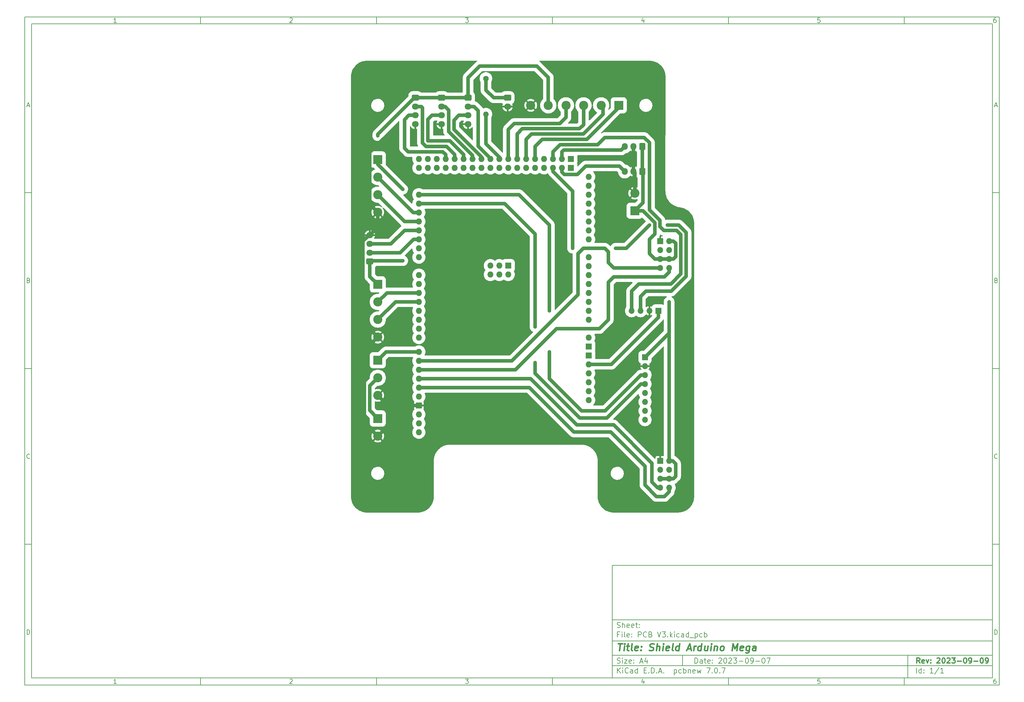
<source format=gbr>
%TF.GenerationSoftware,KiCad,Pcbnew,7.0.7*%
%TF.CreationDate,2023-09-13T19:37:37-03:00*%
%TF.ProjectId,PCB V3,50434220-5633-42e6-9b69-6361645f7063,2023-09-09*%
%TF.SameCoordinates,Original*%
%TF.FileFunction,Copper,L2,Bot*%
%TF.FilePolarity,Positive*%
%FSLAX46Y46*%
G04 Gerber Fmt 4.6, Leading zero omitted, Abs format (unit mm)*
G04 Created by KiCad (PCBNEW 7.0.7) date 2023-09-13 19:37:37*
%MOMM*%
%LPD*%
G01*
G04 APERTURE LIST*
G04 Aperture macros list*
%AMRoundRect*
0 Rectangle with rounded corners*
0 $1 Rounding radius*
0 $2 $3 $4 $5 $6 $7 $8 $9 X,Y pos of 4 corners*
0 Add a 4 corners polygon primitive as box body*
4,1,4,$2,$3,$4,$5,$6,$7,$8,$9,$2,$3,0*
0 Add four circle primitives for the rounded corners*
1,1,$1+$1,$2,$3*
1,1,$1+$1,$4,$5*
1,1,$1+$1,$6,$7*
1,1,$1+$1,$8,$9*
0 Add four rect primitives between the rounded corners*
20,1,$1+$1,$2,$3,$4,$5,0*
20,1,$1+$1,$4,$5,$6,$7,0*
20,1,$1+$1,$6,$7,$8,$9,0*
20,1,$1+$1,$8,$9,$2,$3,0*%
G04 Aperture macros list end*
%ADD10C,0.100000*%
%ADD11C,0.150000*%
%ADD12C,0.300000*%
%ADD13C,0.400000*%
%TA.AperFunction,ComponentPad*%
%ADD14R,2.600000X2.600000*%
%TD*%
%TA.AperFunction,ComponentPad*%
%ADD15C,2.600000*%
%TD*%
%TA.AperFunction,ComponentPad*%
%ADD16RoundRect,0.250000X0.600000X0.725000X-0.600000X0.725000X-0.600000X-0.725000X0.600000X-0.725000X0*%
%TD*%
%TA.AperFunction,ComponentPad*%
%ADD17O,1.700000X1.950000*%
%TD*%
%TA.AperFunction,ComponentPad*%
%ADD18R,1.700000X1.700000*%
%TD*%
%TA.AperFunction,ComponentPad*%
%ADD19O,1.700000X1.700000*%
%TD*%
%TA.AperFunction,ComponentPad*%
%ADD20C,1.600000*%
%TD*%
%TA.AperFunction,ComponentPad*%
%ADD21O,1.600000X1.600000*%
%TD*%
%TA.AperFunction,ComponentPad*%
%ADD22RoundRect,0.250000X-0.725000X0.600000X-0.725000X-0.600000X0.725000X-0.600000X0.725000X0.600000X0*%
%TD*%
%TA.AperFunction,ComponentPad*%
%ADD23O,1.950000X1.700000*%
%TD*%
%TA.AperFunction,ComponentPad*%
%ADD24O,1.727200X1.727200*%
%TD*%
%TA.AperFunction,ComponentPad*%
%ADD25R,1.727200X1.727200*%
%TD*%
%TA.AperFunction,ComponentPad*%
%ADD26RoundRect,0.250000X-0.750000X0.600000X-0.750000X-0.600000X0.750000X-0.600000X0.750000X0.600000X0*%
%TD*%
%TA.AperFunction,ComponentPad*%
%ADD27O,2.000000X1.700000*%
%TD*%
%TA.AperFunction,ComponentPad*%
%ADD28RoundRect,0.250000X0.725000X-0.600000X0.725000X0.600000X-0.725000X0.600000X-0.725000X-0.600000X0*%
%TD*%
%TA.AperFunction,ViaPad*%
%ADD29C,0.800000*%
%TD*%
%TA.AperFunction,Conductor*%
%ADD30C,1.000000*%
%TD*%
G04 APERTURE END LIST*
D10*
D11*
X177002200Y-166007200D02*
X285002200Y-166007200D01*
X285002200Y-198007200D01*
X177002200Y-198007200D01*
X177002200Y-166007200D01*
D10*
D11*
X10000000Y-10000000D02*
X287002200Y-10000000D01*
X287002200Y-200007200D01*
X10000000Y-200007200D01*
X10000000Y-10000000D01*
D10*
D11*
X12000000Y-12000000D02*
X285002200Y-12000000D01*
X285002200Y-198007200D01*
X12000000Y-198007200D01*
X12000000Y-12000000D01*
D10*
D11*
X60000000Y-12000000D02*
X60000000Y-10000000D01*
D10*
D11*
X110000000Y-12000000D02*
X110000000Y-10000000D01*
D10*
D11*
X160000000Y-12000000D02*
X160000000Y-10000000D01*
D10*
D11*
X210000000Y-12000000D02*
X210000000Y-10000000D01*
D10*
D11*
X260000000Y-12000000D02*
X260000000Y-10000000D01*
D10*
D11*
X36089160Y-11593604D02*
X35346303Y-11593604D01*
X35717731Y-11593604D02*
X35717731Y-10293604D01*
X35717731Y-10293604D02*
X35593922Y-10479319D01*
X35593922Y-10479319D02*
X35470112Y-10603128D01*
X35470112Y-10603128D02*
X35346303Y-10665033D01*
D10*
D11*
X85346303Y-10417414D02*
X85408207Y-10355509D01*
X85408207Y-10355509D02*
X85532017Y-10293604D01*
X85532017Y-10293604D02*
X85841541Y-10293604D01*
X85841541Y-10293604D02*
X85965350Y-10355509D01*
X85965350Y-10355509D02*
X86027255Y-10417414D01*
X86027255Y-10417414D02*
X86089160Y-10541223D01*
X86089160Y-10541223D02*
X86089160Y-10665033D01*
X86089160Y-10665033D02*
X86027255Y-10850747D01*
X86027255Y-10850747D02*
X85284398Y-11593604D01*
X85284398Y-11593604D02*
X86089160Y-11593604D01*
D10*
D11*
X135284398Y-10293604D02*
X136089160Y-10293604D01*
X136089160Y-10293604D02*
X135655826Y-10788842D01*
X135655826Y-10788842D02*
X135841541Y-10788842D01*
X135841541Y-10788842D02*
X135965350Y-10850747D01*
X135965350Y-10850747D02*
X136027255Y-10912652D01*
X136027255Y-10912652D02*
X136089160Y-11036461D01*
X136089160Y-11036461D02*
X136089160Y-11345985D01*
X136089160Y-11345985D02*
X136027255Y-11469795D01*
X136027255Y-11469795D02*
X135965350Y-11531700D01*
X135965350Y-11531700D02*
X135841541Y-11593604D01*
X135841541Y-11593604D02*
X135470112Y-11593604D01*
X135470112Y-11593604D02*
X135346303Y-11531700D01*
X135346303Y-11531700D02*
X135284398Y-11469795D01*
D10*
D11*
X185965350Y-10726938D02*
X185965350Y-11593604D01*
X185655826Y-10231700D02*
X185346303Y-11160271D01*
X185346303Y-11160271D02*
X186151064Y-11160271D01*
D10*
D11*
X236027255Y-10293604D02*
X235408207Y-10293604D01*
X235408207Y-10293604D02*
X235346303Y-10912652D01*
X235346303Y-10912652D02*
X235408207Y-10850747D01*
X235408207Y-10850747D02*
X235532017Y-10788842D01*
X235532017Y-10788842D02*
X235841541Y-10788842D01*
X235841541Y-10788842D02*
X235965350Y-10850747D01*
X235965350Y-10850747D02*
X236027255Y-10912652D01*
X236027255Y-10912652D02*
X236089160Y-11036461D01*
X236089160Y-11036461D02*
X236089160Y-11345985D01*
X236089160Y-11345985D02*
X236027255Y-11469795D01*
X236027255Y-11469795D02*
X235965350Y-11531700D01*
X235965350Y-11531700D02*
X235841541Y-11593604D01*
X235841541Y-11593604D02*
X235532017Y-11593604D01*
X235532017Y-11593604D02*
X235408207Y-11531700D01*
X235408207Y-11531700D02*
X235346303Y-11469795D01*
D10*
D11*
X285965350Y-10293604D02*
X285717731Y-10293604D01*
X285717731Y-10293604D02*
X285593922Y-10355509D01*
X285593922Y-10355509D02*
X285532017Y-10417414D01*
X285532017Y-10417414D02*
X285408207Y-10603128D01*
X285408207Y-10603128D02*
X285346303Y-10850747D01*
X285346303Y-10850747D02*
X285346303Y-11345985D01*
X285346303Y-11345985D02*
X285408207Y-11469795D01*
X285408207Y-11469795D02*
X285470112Y-11531700D01*
X285470112Y-11531700D02*
X285593922Y-11593604D01*
X285593922Y-11593604D02*
X285841541Y-11593604D01*
X285841541Y-11593604D02*
X285965350Y-11531700D01*
X285965350Y-11531700D02*
X286027255Y-11469795D01*
X286027255Y-11469795D02*
X286089160Y-11345985D01*
X286089160Y-11345985D02*
X286089160Y-11036461D01*
X286089160Y-11036461D02*
X286027255Y-10912652D01*
X286027255Y-10912652D02*
X285965350Y-10850747D01*
X285965350Y-10850747D02*
X285841541Y-10788842D01*
X285841541Y-10788842D02*
X285593922Y-10788842D01*
X285593922Y-10788842D02*
X285470112Y-10850747D01*
X285470112Y-10850747D02*
X285408207Y-10912652D01*
X285408207Y-10912652D02*
X285346303Y-11036461D01*
D10*
D11*
X60000000Y-198007200D02*
X60000000Y-200007200D01*
D10*
D11*
X110000000Y-198007200D02*
X110000000Y-200007200D01*
D10*
D11*
X160000000Y-198007200D02*
X160000000Y-200007200D01*
D10*
D11*
X210000000Y-198007200D02*
X210000000Y-200007200D01*
D10*
D11*
X260000000Y-198007200D02*
X260000000Y-200007200D01*
D10*
D11*
X36089160Y-199600804D02*
X35346303Y-199600804D01*
X35717731Y-199600804D02*
X35717731Y-198300804D01*
X35717731Y-198300804D02*
X35593922Y-198486519D01*
X35593922Y-198486519D02*
X35470112Y-198610328D01*
X35470112Y-198610328D02*
X35346303Y-198672233D01*
D10*
D11*
X85346303Y-198424614D02*
X85408207Y-198362709D01*
X85408207Y-198362709D02*
X85532017Y-198300804D01*
X85532017Y-198300804D02*
X85841541Y-198300804D01*
X85841541Y-198300804D02*
X85965350Y-198362709D01*
X85965350Y-198362709D02*
X86027255Y-198424614D01*
X86027255Y-198424614D02*
X86089160Y-198548423D01*
X86089160Y-198548423D02*
X86089160Y-198672233D01*
X86089160Y-198672233D02*
X86027255Y-198857947D01*
X86027255Y-198857947D02*
X85284398Y-199600804D01*
X85284398Y-199600804D02*
X86089160Y-199600804D01*
D10*
D11*
X135284398Y-198300804D02*
X136089160Y-198300804D01*
X136089160Y-198300804D02*
X135655826Y-198796042D01*
X135655826Y-198796042D02*
X135841541Y-198796042D01*
X135841541Y-198796042D02*
X135965350Y-198857947D01*
X135965350Y-198857947D02*
X136027255Y-198919852D01*
X136027255Y-198919852D02*
X136089160Y-199043661D01*
X136089160Y-199043661D02*
X136089160Y-199353185D01*
X136089160Y-199353185D02*
X136027255Y-199476995D01*
X136027255Y-199476995D02*
X135965350Y-199538900D01*
X135965350Y-199538900D02*
X135841541Y-199600804D01*
X135841541Y-199600804D02*
X135470112Y-199600804D01*
X135470112Y-199600804D02*
X135346303Y-199538900D01*
X135346303Y-199538900D02*
X135284398Y-199476995D01*
D10*
D11*
X185965350Y-198734138D02*
X185965350Y-199600804D01*
X185655826Y-198238900D02*
X185346303Y-199167471D01*
X185346303Y-199167471D02*
X186151064Y-199167471D01*
D10*
D11*
X236027255Y-198300804D02*
X235408207Y-198300804D01*
X235408207Y-198300804D02*
X235346303Y-198919852D01*
X235346303Y-198919852D02*
X235408207Y-198857947D01*
X235408207Y-198857947D02*
X235532017Y-198796042D01*
X235532017Y-198796042D02*
X235841541Y-198796042D01*
X235841541Y-198796042D02*
X235965350Y-198857947D01*
X235965350Y-198857947D02*
X236027255Y-198919852D01*
X236027255Y-198919852D02*
X236089160Y-199043661D01*
X236089160Y-199043661D02*
X236089160Y-199353185D01*
X236089160Y-199353185D02*
X236027255Y-199476995D01*
X236027255Y-199476995D02*
X235965350Y-199538900D01*
X235965350Y-199538900D02*
X235841541Y-199600804D01*
X235841541Y-199600804D02*
X235532017Y-199600804D01*
X235532017Y-199600804D02*
X235408207Y-199538900D01*
X235408207Y-199538900D02*
X235346303Y-199476995D01*
D10*
D11*
X285965350Y-198300804D02*
X285717731Y-198300804D01*
X285717731Y-198300804D02*
X285593922Y-198362709D01*
X285593922Y-198362709D02*
X285532017Y-198424614D01*
X285532017Y-198424614D02*
X285408207Y-198610328D01*
X285408207Y-198610328D02*
X285346303Y-198857947D01*
X285346303Y-198857947D02*
X285346303Y-199353185D01*
X285346303Y-199353185D02*
X285408207Y-199476995D01*
X285408207Y-199476995D02*
X285470112Y-199538900D01*
X285470112Y-199538900D02*
X285593922Y-199600804D01*
X285593922Y-199600804D02*
X285841541Y-199600804D01*
X285841541Y-199600804D02*
X285965350Y-199538900D01*
X285965350Y-199538900D02*
X286027255Y-199476995D01*
X286027255Y-199476995D02*
X286089160Y-199353185D01*
X286089160Y-199353185D02*
X286089160Y-199043661D01*
X286089160Y-199043661D02*
X286027255Y-198919852D01*
X286027255Y-198919852D02*
X285965350Y-198857947D01*
X285965350Y-198857947D02*
X285841541Y-198796042D01*
X285841541Y-198796042D02*
X285593922Y-198796042D01*
X285593922Y-198796042D02*
X285470112Y-198857947D01*
X285470112Y-198857947D02*
X285408207Y-198919852D01*
X285408207Y-198919852D02*
X285346303Y-199043661D01*
D10*
D11*
X10000000Y-60000000D02*
X12000000Y-60000000D01*
D10*
D11*
X10000000Y-110000000D02*
X12000000Y-110000000D01*
D10*
D11*
X10000000Y-160000000D02*
X12000000Y-160000000D01*
D10*
D11*
X10690476Y-35222176D02*
X11309523Y-35222176D01*
X10566666Y-35593604D02*
X10999999Y-34293604D01*
X10999999Y-34293604D02*
X11433333Y-35593604D01*
D10*
D11*
X11092857Y-84912652D02*
X11278571Y-84974557D01*
X11278571Y-84974557D02*
X11340476Y-85036461D01*
X11340476Y-85036461D02*
X11402380Y-85160271D01*
X11402380Y-85160271D02*
X11402380Y-85345985D01*
X11402380Y-85345985D02*
X11340476Y-85469795D01*
X11340476Y-85469795D02*
X11278571Y-85531700D01*
X11278571Y-85531700D02*
X11154761Y-85593604D01*
X11154761Y-85593604D02*
X10659523Y-85593604D01*
X10659523Y-85593604D02*
X10659523Y-84293604D01*
X10659523Y-84293604D02*
X11092857Y-84293604D01*
X11092857Y-84293604D02*
X11216666Y-84355509D01*
X11216666Y-84355509D02*
X11278571Y-84417414D01*
X11278571Y-84417414D02*
X11340476Y-84541223D01*
X11340476Y-84541223D02*
X11340476Y-84665033D01*
X11340476Y-84665033D02*
X11278571Y-84788842D01*
X11278571Y-84788842D02*
X11216666Y-84850747D01*
X11216666Y-84850747D02*
X11092857Y-84912652D01*
X11092857Y-84912652D02*
X10659523Y-84912652D01*
D10*
D11*
X11402380Y-135469795D02*
X11340476Y-135531700D01*
X11340476Y-135531700D02*
X11154761Y-135593604D01*
X11154761Y-135593604D02*
X11030952Y-135593604D01*
X11030952Y-135593604D02*
X10845238Y-135531700D01*
X10845238Y-135531700D02*
X10721428Y-135407890D01*
X10721428Y-135407890D02*
X10659523Y-135284080D01*
X10659523Y-135284080D02*
X10597619Y-135036461D01*
X10597619Y-135036461D02*
X10597619Y-134850747D01*
X10597619Y-134850747D02*
X10659523Y-134603128D01*
X10659523Y-134603128D02*
X10721428Y-134479319D01*
X10721428Y-134479319D02*
X10845238Y-134355509D01*
X10845238Y-134355509D02*
X11030952Y-134293604D01*
X11030952Y-134293604D02*
X11154761Y-134293604D01*
X11154761Y-134293604D02*
X11340476Y-134355509D01*
X11340476Y-134355509D02*
X11402380Y-134417414D01*
D10*
D11*
X10659523Y-185593604D02*
X10659523Y-184293604D01*
X10659523Y-184293604D02*
X10969047Y-184293604D01*
X10969047Y-184293604D02*
X11154761Y-184355509D01*
X11154761Y-184355509D02*
X11278571Y-184479319D01*
X11278571Y-184479319D02*
X11340476Y-184603128D01*
X11340476Y-184603128D02*
X11402380Y-184850747D01*
X11402380Y-184850747D02*
X11402380Y-185036461D01*
X11402380Y-185036461D02*
X11340476Y-185284080D01*
X11340476Y-185284080D02*
X11278571Y-185407890D01*
X11278571Y-185407890D02*
X11154761Y-185531700D01*
X11154761Y-185531700D02*
X10969047Y-185593604D01*
X10969047Y-185593604D02*
X10659523Y-185593604D01*
D10*
D11*
X287002200Y-60000000D02*
X285002200Y-60000000D01*
D10*
D11*
X287002200Y-110000000D02*
X285002200Y-110000000D01*
D10*
D11*
X287002200Y-160000000D02*
X285002200Y-160000000D01*
D10*
D11*
X285692676Y-35222176D02*
X286311723Y-35222176D01*
X285568866Y-35593604D02*
X286002199Y-34293604D01*
X286002199Y-34293604D02*
X286435533Y-35593604D01*
D10*
D11*
X286095057Y-84912652D02*
X286280771Y-84974557D01*
X286280771Y-84974557D02*
X286342676Y-85036461D01*
X286342676Y-85036461D02*
X286404580Y-85160271D01*
X286404580Y-85160271D02*
X286404580Y-85345985D01*
X286404580Y-85345985D02*
X286342676Y-85469795D01*
X286342676Y-85469795D02*
X286280771Y-85531700D01*
X286280771Y-85531700D02*
X286156961Y-85593604D01*
X286156961Y-85593604D02*
X285661723Y-85593604D01*
X285661723Y-85593604D02*
X285661723Y-84293604D01*
X285661723Y-84293604D02*
X286095057Y-84293604D01*
X286095057Y-84293604D02*
X286218866Y-84355509D01*
X286218866Y-84355509D02*
X286280771Y-84417414D01*
X286280771Y-84417414D02*
X286342676Y-84541223D01*
X286342676Y-84541223D02*
X286342676Y-84665033D01*
X286342676Y-84665033D02*
X286280771Y-84788842D01*
X286280771Y-84788842D02*
X286218866Y-84850747D01*
X286218866Y-84850747D02*
X286095057Y-84912652D01*
X286095057Y-84912652D02*
X285661723Y-84912652D01*
D10*
D11*
X286404580Y-135469795D02*
X286342676Y-135531700D01*
X286342676Y-135531700D02*
X286156961Y-135593604D01*
X286156961Y-135593604D02*
X286033152Y-135593604D01*
X286033152Y-135593604D02*
X285847438Y-135531700D01*
X285847438Y-135531700D02*
X285723628Y-135407890D01*
X285723628Y-135407890D02*
X285661723Y-135284080D01*
X285661723Y-135284080D02*
X285599819Y-135036461D01*
X285599819Y-135036461D02*
X285599819Y-134850747D01*
X285599819Y-134850747D02*
X285661723Y-134603128D01*
X285661723Y-134603128D02*
X285723628Y-134479319D01*
X285723628Y-134479319D02*
X285847438Y-134355509D01*
X285847438Y-134355509D02*
X286033152Y-134293604D01*
X286033152Y-134293604D02*
X286156961Y-134293604D01*
X286156961Y-134293604D02*
X286342676Y-134355509D01*
X286342676Y-134355509D02*
X286404580Y-134417414D01*
D10*
D11*
X285661723Y-185593604D02*
X285661723Y-184293604D01*
X285661723Y-184293604D02*
X285971247Y-184293604D01*
X285971247Y-184293604D02*
X286156961Y-184355509D01*
X286156961Y-184355509D02*
X286280771Y-184479319D01*
X286280771Y-184479319D02*
X286342676Y-184603128D01*
X286342676Y-184603128D02*
X286404580Y-184850747D01*
X286404580Y-184850747D02*
X286404580Y-185036461D01*
X286404580Y-185036461D02*
X286342676Y-185284080D01*
X286342676Y-185284080D02*
X286280771Y-185407890D01*
X286280771Y-185407890D02*
X286156961Y-185531700D01*
X286156961Y-185531700D02*
X285971247Y-185593604D01*
X285971247Y-185593604D02*
X285661723Y-185593604D01*
D10*
D11*
X200458026Y-193793328D02*
X200458026Y-192293328D01*
X200458026Y-192293328D02*
X200815169Y-192293328D01*
X200815169Y-192293328D02*
X201029455Y-192364757D01*
X201029455Y-192364757D02*
X201172312Y-192507614D01*
X201172312Y-192507614D02*
X201243741Y-192650471D01*
X201243741Y-192650471D02*
X201315169Y-192936185D01*
X201315169Y-192936185D02*
X201315169Y-193150471D01*
X201315169Y-193150471D02*
X201243741Y-193436185D01*
X201243741Y-193436185D02*
X201172312Y-193579042D01*
X201172312Y-193579042D02*
X201029455Y-193721900D01*
X201029455Y-193721900D02*
X200815169Y-193793328D01*
X200815169Y-193793328D02*
X200458026Y-193793328D01*
X202600884Y-193793328D02*
X202600884Y-193007614D01*
X202600884Y-193007614D02*
X202529455Y-192864757D01*
X202529455Y-192864757D02*
X202386598Y-192793328D01*
X202386598Y-192793328D02*
X202100884Y-192793328D01*
X202100884Y-192793328D02*
X201958026Y-192864757D01*
X202600884Y-193721900D02*
X202458026Y-193793328D01*
X202458026Y-193793328D02*
X202100884Y-193793328D01*
X202100884Y-193793328D02*
X201958026Y-193721900D01*
X201958026Y-193721900D02*
X201886598Y-193579042D01*
X201886598Y-193579042D02*
X201886598Y-193436185D01*
X201886598Y-193436185D02*
X201958026Y-193293328D01*
X201958026Y-193293328D02*
X202100884Y-193221900D01*
X202100884Y-193221900D02*
X202458026Y-193221900D01*
X202458026Y-193221900D02*
X202600884Y-193150471D01*
X203100884Y-192793328D02*
X203672312Y-192793328D01*
X203315169Y-192293328D02*
X203315169Y-193579042D01*
X203315169Y-193579042D02*
X203386598Y-193721900D01*
X203386598Y-193721900D02*
X203529455Y-193793328D01*
X203529455Y-193793328D02*
X203672312Y-193793328D01*
X204743741Y-193721900D02*
X204600884Y-193793328D01*
X204600884Y-193793328D02*
X204315170Y-193793328D01*
X204315170Y-193793328D02*
X204172312Y-193721900D01*
X204172312Y-193721900D02*
X204100884Y-193579042D01*
X204100884Y-193579042D02*
X204100884Y-193007614D01*
X204100884Y-193007614D02*
X204172312Y-192864757D01*
X204172312Y-192864757D02*
X204315170Y-192793328D01*
X204315170Y-192793328D02*
X204600884Y-192793328D01*
X204600884Y-192793328D02*
X204743741Y-192864757D01*
X204743741Y-192864757D02*
X204815170Y-193007614D01*
X204815170Y-193007614D02*
X204815170Y-193150471D01*
X204815170Y-193150471D02*
X204100884Y-193293328D01*
X205458026Y-193650471D02*
X205529455Y-193721900D01*
X205529455Y-193721900D02*
X205458026Y-193793328D01*
X205458026Y-193793328D02*
X205386598Y-193721900D01*
X205386598Y-193721900D02*
X205458026Y-193650471D01*
X205458026Y-193650471D02*
X205458026Y-193793328D01*
X205458026Y-192864757D02*
X205529455Y-192936185D01*
X205529455Y-192936185D02*
X205458026Y-193007614D01*
X205458026Y-193007614D02*
X205386598Y-192936185D01*
X205386598Y-192936185D02*
X205458026Y-192864757D01*
X205458026Y-192864757D02*
X205458026Y-193007614D01*
X207243741Y-192436185D02*
X207315169Y-192364757D01*
X207315169Y-192364757D02*
X207458027Y-192293328D01*
X207458027Y-192293328D02*
X207815169Y-192293328D01*
X207815169Y-192293328D02*
X207958027Y-192364757D01*
X207958027Y-192364757D02*
X208029455Y-192436185D01*
X208029455Y-192436185D02*
X208100884Y-192579042D01*
X208100884Y-192579042D02*
X208100884Y-192721900D01*
X208100884Y-192721900D02*
X208029455Y-192936185D01*
X208029455Y-192936185D02*
X207172312Y-193793328D01*
X207172312Y-193793328D02*
X208100884Y-193793328D01*
X209029455Y-192293328D02*
X209172312Y-192293328D01*
X209172312Y-192293328D02*
X209315169Y-192364757D01*
X209315169Y-192364757D02*
X209386598Y-192436185D01*
X209386598Y-192436185D02*
X209458026Y-192579042D01*
X209458026Y-192579042D02*
X209529455Y-192864757D01*
X209529455Y-192864757D02*
X209529455Y-193221900D01*
X209529455Y-193221900D02*
X209458026Y-193507614D01*
X209458026Y-193507614D02*
X209386598Y-193650471D01*
X209386598Y-193650471D02*
X209315169Y-193721900D01*
X209315169Y-193721900D02*
X209172312Y-193793328D01*
X209172312Y-193793328D02*
X209029455Y-193793328D01*
X209029455Y-193793328D02*
X208886598Y-193721900D01*
X208886598Y-193721900D02*
X208815169Y-193650471D01*
X208815169Y-193650471D02*
X208743740Y-193507614D01*
X208743740Y-193507614D02*
X208672312Y-193221900D01*
X208672312Y-193221900D02*
X208672312Y-192864757D01*
X208672312Y-192864757D02*
X208743740Y-192579042D01*
X208743740Y-192579042D02*
X208815169Y-192436185D01*
X208815169Y-192436185D02*
X208886598Y-192364757D01*
X208886598Y-192364757D02*
X209029455Y-192293328D01*
X210100883Y-192436185D02*
X210172311Y-192364757D01*
X210172311Y-192364757D02*
X210315169Y-192293328D01*
X210315169Y-192293328D02*
X210672311Y-192293328D01*
X210672311Y-192293328D02*
X210815169Y-192364757D01*
X210815169Y-192364757D02*
X210886597Y-192436185D01*
X210886597Y-192436185D02*
X210958026Y-192579042D01*
X210958026Y-192579042D02*
X210958026Y-192721900D01*
X210958026Y-192721900D02*
X210886597Y-192936185D01*
X210886597Y-192936185D02*
X210029454Y-193793328D01*
X210029454Y-193793328D02*
X210958026Y-193793328D01*
X211458025Y-192293328D02*
X212386597Y-192293328D01*
X212386597Y-192293328D02*
X211886597Y-192864757D01*
X211886597Y-192864757D02*
X212100882Y-192864757D01*
X212100882Y-192864757D02*
X212243740Y-192936185D01*
X212243740Y-192936185D02*
X212315168Y-193007614D01*
X212315168Y-193007614D02*
X212386597Y-193150471D01*
X212386597Y-193150471D02*
X212386597Y-193507614D01*
X212386597Y-193507614D02*
X212315168Y-193650471D01*
X212315168Y-193650471D02*
X212243740Y-193721900D01*
X212243740Y-193721900D02*
X212100882Y-193793328D01*
X212100882Y-193793328D02*
X211672311Y-193793328D01*
X211672311Y-193793328D02*
X211529454Y-193721900D01*
X211529454Y-193721900D02*
X211458025Y-193650471D01*
X213029453Y-193221900D02*
X214172311Y-193221900D01*
X215172311Y-192293328D02*
X215315168Y-192293328D01*
X215315168Y-192293328D02*
X215458025Y-192364757D01*
X215458025Y-192364757D02*
X215529454Y-192436185D01*
X215529454Y-192436185D02*
X215600882Y-192579042D01*
X215600882Y-192579042D02*
X215672311Y-192864757D01*
X215672311Y-192864757D02*
X215672311Y-193221900D01*
X215672311Y-193221900D02*
X215600882Y-193507614D01*
X215600882Y-193507614D02*
X215529454Y-193650471D01*
X215529454Y-193650471D02*
X215458025Y-193721900D01*
X215458025Y-193721900D02*
X215315168Y-193793328D01*
X215315168Y-193793328D02*
X215172311Y-193793328D01*
X215172311Y-193793328D02*
X215029454Y-193721900D01*
X215029454Y-193721900D02*
X214958025Y-193650471D01*
X214958025Y-193650471D02*
X214886596Y-193507614D01*
X214886596Y-193507614D02*
X214815168Y-193221900D01*
X214815168Y-193221900D02*
X214815168Y-192864757D01*
X214815168Y-192864757D02*
X214886596Y-192579042D01*
X214886596Y-192579042D02*
X214958025Y-192436185D01*
X214958025Y-192436185D02*
X215029454Y-192364757D01*
X215029454Y-192364757D02*
X215172311Y-192293328D01*
X216386596Y-193793328D02*
X216672310Y-193793328D01*
X216672310Y-193793328D02*
X216815167Y-193721900D01*
X216815167Y-193721900D02*
X216886596Y-193650471D01*
X216886596Y-193650471D02*
X217029453Y-193436185D01*
X217029453Y-193436185D02*
X217100882Y-193150471D01*
X217100882Y-193150471D02*
X217100882Y-192579042D01*
X217100882Y-192579042D02*
X217029453Y-192436185D01*
X217029453Y-192436185D02*
X216958025Y-192364757D01*
X216958025Y-192364757D02*
X216815167Y-192293328D01*
X216815167Y-192293328D02*
X216529453Y-192293328D01*
X216529453Y-192293328D02*
X216386596Y-192364757D01*
X216386596Y-192364757D02*
X216315167Y-192436185D01*
X216315167Y-192436185D02*
X216243739Y-192579042D01*
X216243739Y-192579042D02*
X216243739Y-192936185D01*
X216243739Y-192936185D02*
X216315167Y-193079042D01*
X216315167Y-193079042D02*
X216386596Y-193150471D01*
X216386596Y-193150471D02*
X216529453Y-193221900D01*
X216529453Y-193221900D02*
X216815167Y-193221900D01*
X216815167Y-193221900D02*
X216958025Y-193150471D01*
X216958025Y-193150471D02*
X217029453Y-193079042D01*
X217029453Y-193079042D02*
X217100882Y-192936185D01*
X217743738Y-193221900D02*
X218886596Y-193221900D01*
X219886596Y-192293328D02*
X220029453Y-192293328D01*
X220029453Y-192293328D02*
X220172310Y-192364757D01*
X220172310Y-192364757D02*
X220243739Y-192436185D01*
X220243739Y-192436185D02*
X220315167Y-192579042D01*
X220315167Y-192579042D02*
X220386596Y-192864757D01*
X220386596Y-192864757D02*
X220386596Y-193221900D01*
X220386596Y-193221900D02*
X220315167Y-193507614D01*
X220315167Y-193507614D02*
X220243739Y-193650471D01*
X220243739Y-193650471D02*
X220172310Y-193721900D01*
X220172310Y-193721900D02*
X220029453Y-193793328D01*
X220029453Y-193793328D02*
X219886596Y-193793328D01*
X219886596Y-193793328D02*
X219743739Y-193721900D01*
X219743739Y-193721900D02*
X219672310Y-193650471D01*
X219672310Y-193650471D02*
X219600881Y-193507614D01*
X219600881Y-193507614D02*
X219529453Y-193221900D01*
X219529453Y-193221900D02*
X219529453Y-192864757D01*
X219529453Y-192864757D02*
X219600881Y-192579042D01*
X219600881Y-192579042D02*
X219672310Y-192436185D01*
X219672310Y-192436185D02*
X219743739Y-192364757D01*
X219743739Y-192364757D02*
X219886596Y-192293328D01*
X220886595Y-192293328D02*
X221886595Y-192293328D01*
X221886595Y-192293328D02*
X221243738Y-193793328D01*
D10*
D11*
X177002200Y-194507200D02*
X285002200Y-194507200D01*
D10*
D11*
X178458026Y-196593328D02*
X178458026Y-195093328D01*
X179315169Y-196593328D02*
X178672312Y-195736185D01*
X179315169Y-195093328D02*
X178458026Y-195950471D01*
X179958026Y-196593328D02*
X179958026Y-195593328D01*
X179958026Y-195093328D02*
X179886598Y-195164757D01*
X179886598Y-195164757D02*
X179958026Y-195236185D01*
X179958026Y-195236185D02*
X180029455Y-195164757D01*
X180029455Y-195164757D02*
X179958026Y-195093328D01*
X179958026Y-195093328D02*
X179958026Y-195236185D01*
X181529455Y-196450471D02*
X181458027Y-196521900D01*
X181458027Y-196521900D02*
X181243741Y-196593328D01*
X181243741Y-196593328D02*
X181100884Y-196593328D01*
X181100884Y-196593328D02*
X180886598Y-196521900D01*
X180886598Y-196521900D02*
X180743741Y-196379042D01*
X180743741Y-196379042D02*
X180672312Y-196236185D01*
X180672312Y-196236185D02*
X180600884Y-195950471D01*
X180600884Y-195950471D02*
X180600884Y-195736185D01*
X180600884Y-195736185D02*
X180672312Y-195450471D01*
X180672312Y-195450471D02*
X180743741Y-195307614D01*
X180743741Y-195307614D02*
X180886598Y-195164757D01*
X180886598Y-195164757D02*
X181100884Y-195093328D01*
X181100884Y-195093328D02*
X181243741Y-195093328D01*
X181243741Y-195093328D02*
X181458027Y-195164757D01*
X181458027Y-195164757D02*
X181529455Y-195236185D01*
X182815170Y-196593328D02*
X182815170Y-195807614D01*
X182815170Y-195807614D02*
X182743741Y-195664757D01*
X182743741Y-195664757D02*
X182600884Y-195593328D01*
X182600884Y-195593328D02*
X182315170Y-195593328D01*
X182315170Y-195593328D02*
X182172312Y-195664757D01*
X182815170Y-196521900D02*
X182672312Y-196593328D01*
X182672312Y-196593328D02*
X182315170Y-196593328D01*
X182315170Y-196593328D02*
X182172312Y-196521900D01*
X182172312Y-196521900D02*
X182100884Y-196379042D01*
X182100884Y-196379042D02*
X182100884Y-196236185D01*
X182100884Y-196236185D02*
X182172312Y-196093328D01*
X182172312Y-196093328D02*
X182315170Y-196021900D01*
X182315170Y-196021900D02*
X182672312Y-196021900D01*
X182672312Y-196021900D02*
X182815170Y-195950471D01*
X184172313Y-196593328D02*
X184172313Y-195093328D01*
X184172313Y-196521900D02*
X184029455Y-196593328D01*
X184029455Y-196593328D02*
X183743741Y-196593328D01*
X183743741Y-196593328D02*
X183600884Y-196521900D01*
X183600884Y-196521900D02*
X183529455Y-196450471D01*
X183529455Y-196450471D02*
X183458027Y-196307614D01*
X183458027Y-196307614D02*
X183458027Y-195879042D01*
X183458027Y-195879042D02*
X183529455Y-195736185D01*
X183529455Y-195736185D02*
X183600884Y-195664757D01*
X183600884Y-195664757D02*
X183743741Y-195593328D01*
X183743741Y-195593328D02*
X184029455Y-195593328D01*
X184029455Y-195593328D02*
X184172313Y-195664757D01*
X186029455Y-195807614D02*
X186529455Y-195807614D01*
X186743741Y-196593328D02*
X186029455Y-196593328D01*
X186029455Y-196593328D02*
X186029455Y-195093328D01*
X186029455Y-195093328D02*
X186743741Y-195093328D01*
X187386598Y-196450471D02*
X187458027Y-196521900D01*
X187458027Y-196521900D02*
X187386598Y-196593328D01*
X187386598Y-196593328D02*
X187315170Y-196521900D01*
X187315170Y-196521900D02*
X187386598Y-196450471D01*
X187386598Y-196450471D02*
X187386598Y-196593328D01*
X188100884Y-196593328D02*
X188100884Y-195093328D01*
X188100884Y-195093328D02*
X188458027Y-195093328D01*
X188458027Y-195093328D02*
X188672313Y-195164757D01*
X188672313Y-195164757D02*
X188815170Y-195307614D01*
X188815170Y-195307614D02*
X188886599Y-195450471D01*
X188886599Y-195450471D02*
X188958027Y-195736185D01*
X188958027Y-195736185D02*
X188958027Y-195950471D01*
X188958027Y-195950471D02*
X188886599Y-196236185D01*
X188886599Y-196236185D02*
X188815170Y-196379042D01*
X188815170Y-196379042D02*
X188672313Y-196521900D01*
X188672313Y-196521900D02*
X188458027Y-196593328D01*
X188458027Y-196593328D02*
X188100884Y-196593328D01*
X189600884Y-196450471D02*
X189672313Y-196521900D01*
X189672313Y-196521900D02*
X189600884Y-196593328D01*
X189600884Y-196593328D02*
X189529456Y-196521900D01*
X189529456Y-196521900D02*
X189600884Y-196450471D01*
X189600884Y-196450471D02*
X189600884Y-196593328D01*
X190243742Y-196164757D02*
X190958028Y-196164757D01*
X190100885Y-196593328D02*
X190600885Y-195093328D01*
X190600885Y-195093328D02*
X191100885Y-196593328D01*
X191600884Y-196450471D02*
X191672313Y-196521900D01*
X191672313Y-196521900D02*
X191600884Y-196593328D01*
X191600884Y-196593328D02*
X191529456Y-196521900D01*
X191529456Y-196521900D02*
X191600884Y-196450471D01*
X191600884Y-196450471D02*
X191600884Y-196593328D01*
X194600884Y-195593328D02*
X194600884Y-197093328D01*
X194600884Y-195664757D02*
X194743742Y-195593328D01*
X194743742Y-195593328D02*
X195029456Y-195593328D01*
X195029456Y-195593328D02*
X195172313Y-195664757D01*
X195172313Y-195664757D02*
X195243742Y-195736185D01*
X195243742Y-195736185D02*
X195315170Y-195879042D01*
X195315170Y-195879042D02*
X195315170Y-196307614D01*
X195315170Y-196307614D02*
X195243742Y-196450471D01*
X195243742Y-196450471D02*
X195172313Y-196521900D01*
X195172313Y-196521900D02*
X195029456Y-196593328D01*
X195029456Y-196593328D02*
X194743742Y-196593328D01*
X194743742Y-196593328D02*
X194600884Y-196521900D01*
X196600885Y-196521900D02*
X196458027Y-196593328D01*
X196458027Y-196593328D02*
X196172313Y-196593328D01*
X196172313Y-196593328D02*
X196029456Y-196521900D01*
X196029456Y-196521900D02*
X195958027Y-196450471D01*
X195958027Y-196450471D02*
X195886599Y-196307614D01*
X195886599Y-196307614D02*
X195886599Y-195879042D01*
X195886599Y-195879042D02*
X195958027Y-195736185D01*
X195958027Y-195736185D02*
X196029456Y-195664757D01*
X196029456Y-195664757D02*
X196172313Y-195593328D01*
X196172313Y-195593328D02*
X196458027Y-195593328D01*
X196458027Y-195593328D02*
X196600885Y-195664757D01*
X197243741Y-196593328D02*
X197243741Y-195093328D01*
X197243741Y-195664757D02*
X197386599Y-195593328D01*
X197386599Y-195593328D02*
X197672313Y-195593328D01*
X197672313Y-195593328D02*
X197815170Y-195664757D01*
X197815170Y-195664757D02*
X197886599Y-195736185D01*
X197886599Y-195736185D02*
X197958027Y-195879042D01*
X197958027Y-195879042D02*
X197958027Y-196307614D01*
X197958027Y-196307614D02*
X197886599Y-196450471D01*
X197886599Y-196450471D02*
X197815170Y-196521900D01*
X197815170Y-196521900D02*
X197672313Y-196593328D01*
X197672313Y-196593328D02*
X197386599Y-196593328D01*
X197386599Y-196593328D02*
X197243741Y-196521900D01*
X198600884Y-195593328D02*
X198600884Y-196593328D01*
X198600884Y-195736185D02*
X198672313Y-195664757D01*
X198672313Y-195664757D02*
X198815170Y-195593328D01*
X198815170Y-195593328D02*
X199029456Y-195593328D01*
X199029456Y-195593328D02*
X199172313Y-195664757D01*
X199172313Y-195664757D02*
X199243742Y-195807614D01*
X199243742Y-195807614D02*
X199243742Y-196593328D01*
X200529456Y-196521900D02*
X200386599Y-196593328D01*
X200386599Y-196593328D02*
X200100885Y-196593328D01*
X200100885Y-196593328D02*
X199958027Y-196521900D01*
X199958027Y-196521900D02*
X199886599Y-196379042D01*
X199886599Y-196379042D02*
X199886599Y-195807614D01*
X199886599Y-195807614D02*
X199958027Y-195664757D01*
X199958027Y-195664757D02*
X200100885Y-195593328D01*
X200100885Y-195593328D02*
X200386599Y-195593328D01*
X200386599Y-195593328D02*
X200529456Y-195664757D01*
X200529456Y-195664757D02*
X200600885Y-195807614D01*
X200600885Y-195807614D02*
X200600885Y-195950471D01*
X200600885Y-195950471D02*
X199886599Y-196093328D01*
X201100884Y-195593328D02*
X201386599Y-196593328D01*
X201386599Y-196593328D02*
X201672313Y-195879042D01*
X201672313Y-195879042D02*
X201958027Y-196593328D01*
X201958027Y-196593328D02*
X202243741Y-195593328D01*
X203815170Y-195093328D02*
X204815170Y-195093328D01*
X204815170Y-195093328D02*
X204172313Y-196593328D01*
X205386598Y-196450471D02*
X205458027Y-196521900D01*
X205458027Y-196521900D02*
X205386598Y-196593328D01*
X205386598Y-196593328D02*
X205315170Y-196521900D01*
X205315170Y-196521900D02*
X205386598Y-196450471D01*
X205386598Y-196450471D02*
X205386598Y-196593328D01*
X206386599Y-195093328D02*
X206529456Y-195093328D01*
X206529456Y-195093328D02*
X206672313Y-195164757D01*
X206672313Y-195164757D02*
X206743742Y-195236185D01*
X206743742Y-195236185D02*
X206815170Y-195379042D01*
X206815170Y-195379042D02*
X206886599Y-195664757D01*
X206886599Y-195664757D02*
X206886599Y-196021900D01*
X206886599Y-196021900D02*
X206815170Y-196307614D01*
X206815170Y-196307614D02*
X206743742Y-196450471D01*
X206743742Y-196450471D02*
X206672313Y-196521900D01*
X206672313Y-196521900D02*
X206529456Y-196593328D01*
X206529456Y-196593328D02*
X206386599Y-196593328D01*
X206386599Y-196593328D02*
X206243742Y-196521900D01*
X206243742Y-196521900D02*
X206172313Y-196450471D01*
X206172313Y-196450471D02*
X206100884Y-196307614D01*
X206100884Y-196307614D02*
X206029456Y-196021900D01*
X206029456Y-196021900D02*
X206029456Y-195664757D01*
X206029456Y-195664757D02*
X206100884Y-195379042D01*
X206100884Y-195379042D02*
X206172313Y-195236185D01*
X206172313Y-195236185D02*
X206243742Y-195164757D01*
X206243742Y-195164757D02*
X206386599Y-195093328D01*
X207529455Y-196450471D02*
X207600884Y-196521900D01*
X207600884Y-196521900D02*
X207529455Y-196593328D01*
X207529455Y-196593328D02*
X207458027Y-196521900D01*
X207458027Y-196521900D02*
X207529455Y-196450471D01*
X207529455Y-196450471D02*
X207529455Y-196593328D01*
X208100884Y-195093328D02*
X209100884Y-195093328D01*
X209100884Y-195093328D02*
X208458027Y-196593328D01*
D10*
D11*
X177002200Y-191507200D02*
X285002200Y-191507200D01*
D10*
D12*
X264413853Y-193785528D02*
X263913853Y-193071242D01*
X263556710Y-193785528D02*
X263556710Y-192285528D01*
X263556710Y-192285528D02*
X264128139Y-192285528D01*
X264128139Y-192285528D02*
X264270996Y-192356957D01*
X264270996Y-192356957D02*
X264342425Y-192428385D01*
X264342425Y-192428385D02*
X264413853Y-192571242D01*
X264413853Y-192571242D02*
X264413853Y-192785528D01*
X264413853Y-192785528D02*
X264342425Y-192928385D01*
X264342425Y-192928385D02*
X264270996Y-192999814D01*
X264270996Y-192999814D02*
X264128139Y-193071242D01*
X264128139Y-193071242D02*
X263556710Y-193071242D01*
X265628139Y-193714100D02*
X265485282Y-193785528D01*
X265485282Y-193785528D02*
X265199568Y-193785528D01*
X265199568Y-193785528D02*
X265056710Y-193714100D01*
X265056710Y-193714100D02*
X264985282Y-193571242D01*
X264985282Y-193571242D02*
X264985282Y-192999814D01*
X264985282Y-192999814D02*
X265056710Y-192856957D01*
X265056710Y-192856957D02*
X265199568Y-192785528D01*
X265199568Y-192785528D02*
X265485282Y-192785528D01*
X265485282Y-192785528D02*
X265628139Y-192856957D01*
X265628139Y-192856957D02*
X265699568Y-192999814D01*
X265699568Y-192999814D02*
X265699568Y-193142671D01*
X265699568Y-193142671D02*
X264985282Y-193285528D01*
X266199567Y-192785528D02*
X266556710Y-193785528D01*
X266556710Y-193785528D02*
X266913853Y-192785528D01*
X267485281Y-193642671D02*
X267556710Y-193714100D01*
X267556710Y-193714100D02*
X267485281Y-193785528D01*
X267485281Y-193785528D02*
X267413853Y-193714100D01*
X267413853Y-193714100D02*
X267485281Y-193642671D01*
X267485281Y-193642671D02*
X267485281Y-193785528D01*
X267485281Y-192856957D02*
X267556710Y-192928385D01*
X267556710Y-192928385D02*
X267485281Y-192999814D01*
X267485281Y-192999814D02*
X267413853Y-192928385D01*
X267413853Y-192928385D02*
X267485281Y-192856957D01*
X267485281Y-192856957D02*
X267485281Y-192999814D01*
X269270996Y-192428385D02*
X269342424Y-192356957D01*
X269342424Y-192356957D02*
X269485282Y-192285528D01*
X269485282Y-192285528D02*
X269842424Y-192285528D01*
X269842424Y-192285528D02*
X269985282Y-192356957D01*
X269985282Y-192356957D02*
X270056710Y-192428385D01*
X270056710Y-192428385D02*
X270128139Y-192571242D01*
X270128139Y-192571242D02*
X270128139Y-192714100D01*
X270128139Y-192714100D02*
X270056710Y-192928385D01*
X270056710Y-192928385D02*
X269199567Y-193785528D01*
X269199567Y-193785528D02*
X270128139Y-193785528D01*
X271056710Y-192285528D02*
X271199567Y-192285528D01*
X271199567Y-192285528D02*
X271342424Y-192356957D01*
X271342424Y-192356957D02*
X271413853Y-192428385D01*
X271413853Y-192428385D02*
X271485281Y-192571242D01*
X271485281Y-192571242D02*
X271556710Y-192856957D01*
X271556710Y-192856957D02*
X271556710Y-193214100D01*
X271556710Y-193214100D02*
X271485281Y-193499814D01*
X271485281Y-193499814D02*
X271413853Y-193642671D01*
X271413853Y-193642671D02*
X271342424Y-193714100D01*
X271342424Y-193714100D02*
X271199567Y-193785528D01*
X271199567Y-193785528D02*
X271056710Y-193785528D01*
X271056710Y-193785528D02*
X270913853Y-193714100D01*
X270913853Y-193714100D02*
X270842424Y-193642671D01*
X270842424Y-193642671D02*
X270770995Y-193499814D01*
X270770995Y-193499814D02*
X270699567Y-193214100D01*
X270699567Y-193214100D02*
X270699567Y-192856957D01*
X270699567Y-192856957D02*
X270770995Y-192571242D01*
X270770995Y-192571242D02*
X270842424Y-192428385D01*
X270842424Y-192428385D02*
X270913853Y-192356957D01*
X270913853Y-192356957D02*
X271056710Y-192285528D01*
X272128138Y-192428385D02*
X272199566Y-192356957D01*
X272199566Y-192356957D02*
X272342424Y-192285528D01*
X272342424Y-192285528D02*
X272699566Y-192285528D01*
X272699566Y-192285528D02*
X272842424Y-192356957D01*
X272842424Y-192356957D02*
X272913852Y-192428385D01*
X272913852Y-192428385D02*
X272985281Y-192571242D01*
X272985281Y-192571242D02*
X272985281Y-192714100D01*
X272985281Y-192714100D02*
X272913852Y-192928385D01*
X272913852Y-192928385D02*
X272056709Y-193785528D01*
X272056709Y-193785528D02*
X272985281Y-193785528D01*
X273485280Y-192285528D02*
X274413852Y-192285528D01*
X274413852Y-192285528D02*
X273913852Y-192856957D01*
X273913852Y-192856957D02*
X274128137Y-192856957D01*
X274128137Y-192856957D02*
X274270995Y-192928385D01*
X274270995Y-192928385D02*
X274342423Y-192999814D01*
X274342423Y-192999814D02*
X274413852Y-193142671D01*
X274413852Y-193142671D02*
X274413852Y-193499814D01*
X274413852Y-193499814D02*
X274342423Y-193642671D01*
X274342423Y-193642671D02*
X274270995Y-193714100D01*
X274270995Y-193714100D02*
X274128137Y-193785528D01*
X274128137Y-193785528D02*
X273699566Y-193785528D01*
X273699566Y-193785528D02*
X273556709Y-193714100D01*
X273556709Y-193714100D02*
X273485280Y-193642671D01*
X275056708Y-193214100D02*
X276199566Y-193214100D01*
X277199566Y-192285528D02*
X277342423Y-192285528D01*
X277342423Y-192285528D02*
X277485280Y-192356957D01*
X277485280Y-192356957D02*
X277556709Y-192428385D01*
X277556709Y-192428385D02*
X277628137Y-192571242D01*
X277628137Y-192571242D02*
X277699566Y-192856957D01*
X277699566Y-192856957D02*
X277699566Y-193214100D01*
X277699566Y-193214100D02*
X277628137Y-193499814D01*
X277628137Y-193499814D02*
X277556709Y-193642671D01*
X277556709Y-193642671D02*
X277485280Y-193714100D01*
X277485280Y-193714100D02*
X277342423Y-193785528D01*
X277342423Y-193785528D02*
X277199566Y-193785528D01*
X277199566Y-193785528D02*
X277056709Y-193714100D01*
X277056709Y-193714100D02*
X276985280Y-193642671D01*
X276985280Y-193642671D02*
X276913851Y-193499814D01*
X276913851Y-193499814D02*
X276842423Y-193214100D01*
X276842423Y-193214100D02*
X276842423Y-192856957D01*
X276842423Y-192856957D02*
X276913851Y-192571242D01*
X276913851Y-192571242D02*
X276985280Y-192428385D01*
X276985280Y-192428385D02*
X277056709Y-192356957D01*
X277056709Y-192356957D02*
X277199566Y-192285528D01*
X278413851Y-193785528D02*
X278699565Y-193785528D01*
X278699565Y-193785528D02*
X278842422Y-193714100D01*
X278842422Y-193714100D02*
X278913851Y-193642671D01*
X278913851Y-193642671D02*
X279056708Y-193428385D01*
X279056708Y-193428385D02*
X279128137Y-193142671D01*
X279128137Y-193142671D02*
X279128137Y-192571242D01*
X279128137Y-192571242D02*
X279056708Y-192428385D01*
X279056708Y-192428385D02*
X278985280Y-192356957D01*
X278985280Y-192356957D02*
X278842422Y-192285528D01*
X278842422Y-192285528D02*
X278556708Y-192285528D01*
X278556708Y-192285528D02*
X278413851Y-192356957D01*
X278413851Y-192356957D02*
X278342422Y-192428385D01*
X278342422Y-192428385D02*
X278270994Y-192571242D01*
X278270994Y-192571242D02*
X278270994Y-192928385D01*
X278270994Y-192928385D02*
X278342422Y-193071242D01*
X278342422Y-193071242D02*
X278413851Y-193142671D01*
X278413851Y-193142671D02*
X278556708Y-193214100D01*
X278556708Y-193214100D02*
X278842422Y-193214100D01*
X278842422Y-193214100D02*
X278985280Y-193142671D01*
X278985280Y-193142671D02*
X279056708Y-193071242D01*
X279056708Y-193071242D02*
X279128137Y-192928385D01*
X279770993Y-193214100D02*
X280913851Y-193214100D01*
X281913851Y-192285528D02*
X282056708Y-192285528D01*
X282056708Y-192285528D02*
X282199565Y-192356957D01*
X282199565Y-192356957D02*
X282270994Y-192428385D01*
X282270994Y-192428385D02*
X282342422Y-192571242D01*
X282342422Y-192571242D02*
X282413851Y-192856957D01*
X282413851Y-192856957D02*
X282413851Y-193214100D01*
X282413851Y-193214100D02*
X282342422Y-193499814D01*
X282342422Y-193499814D02*
X282270994Y-193642671D01*
X282270994Y-193642671D02*
X282199565Y-193714100D01*
X282199565Y-193714100D02*
X282056708Y-193785528D01*
X282056708Y-193785528D02*
X281913851Y-193785528D01*
X281913851Y-193785528D02*
X281770994Y-193714100D01*
X281770994Y-193714100D02*
X281699565Y-193642671D01*
X281699565Y-193642671D02*
X281628136Y-193499814D01*
X281628136Y-193499814D02*
X281556708Y-193214100D01*
X281556708Y-193214100D02*
X281556708Y-192856957D01*
X281556708Y-192856957D02*
X281628136Y-192571242D01*
X281628136Y-192571242D02*
X281699565Y-192428385D01*
X281699565Y-192428385D02*
X281770994Y-192356957D01*
X281770994Y-192356957D02*
X281913851Y-192285528D01*
X283128136Y-193785528D02*
X283413850Y-193785528D01*
X283413850Y-193785528D02*
X283556707Y-193714100D01*
X283556707Y-193714100D02*
X283628136Y-193642671D01*
X283628136Y-193642671D02*
X283770993Y-193428385D01*
X283770993Y-193428385D02*
X283842422Y-193142671D01*
X283842422Y-193142671D02*
X283842422Y-192571242D01*
X283842422Y-192571242D02*
X283770993Y-192428385D01*
X283770993Y-192428385D02*
X283699565Y-192356957D01*
X283699565Y-192356957D02*
X283556707Y-192285528D01*
X283556707Y-192285528D02*
X283270993Y-192285528D01*
X283270993Y-192285528D02*
X283128136Y-192356957D01*
X283128136Y-192356957D02*
X283056707Y-192428385D01*
X283056707Y-192428385D02*
X282985279Y-192571242D01*
X282985279Y-192571242D02*
X282985279Y-192928385D01*
X282985279Y-192928385D02*
X283056707Y-193071242D01*
X283056707Y-193071242D02*
X283128136Y-193142671D01*
X283128136Y-193142671D02*
X283270993Y-193214100D01*
X283270993Y-193214100D02*
X283556707Y-193214100D01*
X283556707Y-193214100D02*
X283699565Y-193142671D01*
X283699565Y-193142671D02*
X283770993Y-193071242D01*
X283770993Y-193071242D02*
X283842422Y-192928385D01*
D10*
D11*
X178386598Y-193721900D02*
X178600884Y-193793328D01*
X178600884Y-193793328D02*
X178958026Y-193793328D01*
X178958026Y-193793328D02*
X179100884Y-193721900D01*
X179100884Y-193721900D02*
X179172312Y-193650471D01*
X179172312Y-193650471D02*
X179243741Y-193507614D01*
X179243741Y-193507614D02*
X179243741Y-193364757D01*
X179243741Y-193364757D02*
X179172312Y-193221900D01*
X179172312Y-193221900D02*
X179100884Y-193150471D01*
X179100884Y-193150471D02*
X178958026Y-193079042D01*
X178958026Y-193079042D02*
X178672312Y-193007614D01*
X178672312Y-193007614D02*
X178529455Y-192936185D01*
X178529455Y-192936185D02*
X178458026Y-192864757D01*
X178458026Y-192864757D02*
X178386598Y-192721900D01*
X178386598Y-192721900D02*
X178386598Y-192579042D01*
X178386598Y-192579042D02*
X178458026Y-192436185D01*
X178458026Y-192436185D02*
X178529455Y-192364757D01*
X178529455Y-192364757D02*
X178672312Y-192293328D01*
X178672312Y-192293328D02*
X179029455Y-192293328D01*
X179029455Y-192293328D02*
X179243741Y-192364757D01*
X179886597Y-193793328D02*
X179886597Y-192793328D01*
X179886597Y-192293328D02*
X179815169Y-192364757D01*
X179815169Y-192364757D02*
X179886597Y-192436185D01*
X179886597Y-192436185D02*
X179958026Y-192364757D01*
X179958026Y-192364757D02*
X179886597Y-192293328D01*
X179886597Y-192293328D02*
X179886597Y-192436185D01*
X180458026Y-192793328D02*
X181243741Y-192793328D01*
X181243741Y-192793328D02*
X180458026Y-193793328D01*
X180458026Y-193793328D02*
X181243741Y-193793328D01*
X182386598Y-193721900D02*
X182243741Y-193793328D01*
X182243741Y-193793328D02*
X181958027Y-193793328D01*
X181958027Y-193793328D02*
X181815169Y-193721900D01*
X181815169Y-193721900D02*
X181743741Y-193579042D01*
X181743741Y-193579042D02*
X181743741Y-193007614D01*
X181743741Y-193007614D02*
X181815169Y-192864757D01*
X181815169Y-192864757D02*
X181958027Y-192793328D01*
X181958027Y-192793328D02*
X182243741Y-192793328D01*
X182243741Y-192793328D02*
X182386598Y-192864757D01*
X182386598Y-192864757D02*
X182458027Y-193007614D01*
X182458027Y-193007614D02*
X182458027Y-193150471D01*
X182458027Y-193150471D02*
X181743741Y-193293328D01*
X183100883Y-193650471D02*
X183172312Y-193721900D01*
X183172312Y-193721900D02*
X183100883Y-193793328D01*
X183100883Y-193793328D02*
X183029455Y-193721900D01*
X183029455Y-193721900D02*
X183100883Y-193650471D01*
X183100883Y-193650471D02*
X183100883Y-193793328D01*
X183100883Y-192864757D02*
X183172312Y-192936185D01*
X183172312Y-192936185D02*
X183100883Y-193007614D01*
X183100883Y-193007614D02*
X183029455Y-192936185D01*
X183029455Y-192936185D02*
X183100883Y-192864757D01*
X183100883Y-192864757D02*
X183100883Y-193007614D01*
X184886598Y-193364757D02*
X185600884Y-193364757D01*
X184743741Y-193793328D02*
X185243741Y-192293328D01*
X185243741Y-192293328D02*
X185743741Y-193793328D01*
X186886598Y-192793328D02*
X186886598Y-193793328D01*
X186529455Y-192221900D02*
X186172312Y-193293328D01*
X186172312Y-193293328D02*
X187100883Y-193293328D01*
D10*
D11*
X263458026Y-196593328D02*
X263458026Y-195093328D01*
X264815170Y-196593328D02*
X264815170Y-195093328D01*
X264815170Y-196521900D02*
X264672312Y-196593328D01*
X264672312Y-196593328D02*
X264386598Y-196593328D01*
X264386598Y-196593328D02*
X264243741Y-196521900D01*
X264243741Y-196521900D02*
X264172312Y-196450471D01*
X264172312Y-196450471D02*
X264100884Y-196307614D01*
X264100884Y-196307614D02*
X264100884Y-195879042D01*
X264100884Y-195879042D02*
X264172312Y-195736185D01*
X264172312Y-195736185D02*
X264243741Y-195664757D01*
X264243741Y-195664757D02*
X264386598Y-195593328D01*
X264386598Y-195593328D02*
X264672312Y-195593328D01*
X264672312Y-195593328D02*
X264815170Y-195664757D01*
X265529455Y-196450471D02*
X265600884Y-196521900D01*
X265600884Y-196521900D02*
X265529455Y-196593328D01*
X265529455Y-196593328D02*
X265458027Y-196521900D01*
X265458027Y-196521900D02*
X265529455Y-196450471D01*
X265529455Y-196450471D02*
X265529455Y-196593328D01*
X265529455Y-195664757D02*
X265600884Y-195736185D01*
X265600884Y-195736185D02*
X265529455Y-195807614D01*
X265529455Y-195807614D02*
X265458027Y-195736185D01*
X265458027Y-195736185D02*
X265529455Y-195664757D01*
X265529455Y-195664757D02*
X265529455Y-195807614D01*
X268172313Y-196593328D02*
X267315170Y-196593328D01*
X267743741Y-196593328D02*
X267743741Y-195093328D01*
X267743741Y-195093328D02*
X267600884Y-195307614D01*
X267600884Y-195307614D02*
X267458027Y-195450471D01*
X267458027Y-195450471D02*
X267315170Y-195521900D01*
X269886598Y-195021900D02*
X268600884Y-196950471D01*
X271172313Y-196593328D02*
X270315170Y-196593328D01*
X270743741Y-196593328D02*
X270743741Y-195093328D01*
X270743741Y-195093328D02*
X270600884Y-195307614D01*
X270600884Y-195307614D02*
X270458027Y-195450471D01*
X270458027Y-195450471D02*
X270315170Y-195521900D01*
D10*
D11*
X177002200Y-187507200D02*
X285002200Y-187507200D01*
D10*
D13*
X178693928Y-188211638D02*
X179836785Y-188211638D01*
X179015357Y-190211638D02*
X179265357Y-188211638D01*
X180253452Y-190211638D02*
X180420119Y-188878304D01*
X180503452Y-188211638D02*
X180396309Y-188306876D01*
X180396309Y-188306876D02*
X180479643Y-188402114D01*
X180479643Y-188402114D02*
X180586786Y-188306876D01*
X180586786Y-188306876D02*
X180503452Y-188211638D01*
X180503452Y-188211638D02*
X180479643Y-188402114D01*
X181086786Y-188878304D02*
X181848690Y-188878304D01*
X181455833Y-188211638D02*
X181241548Y-189925923D01*
X181241548Y-189925923D02*
X181312976Y-190116400D01*
X181312976Y-190116400D02*
X181491548Y-190211638D01*
X181491548Y-190211638D02*
X181682024Y-190211638D01*
X182634405Y-190211638D02*
X182455833Y-190116400D01*
X182455833Y-190116400D02*
X182384405Y-189925923D01*
X182384405Y-189925923D02*
X182598690Y-188211638D01*
X184170119Y-190116400D02*
X183967738Y-190211638D01*
X183967738Y-190211638D02*
X183586785Y-190211638D01*
X183586785Y-190211638D02*
X183408214Y-190116400D01*
X183408214Y-190116400D02*
X183336785Y-189925923D01*
X183336785Y-189925923D02*
X183432024Y-189164019D01*
X183432024Y-189164019D02*
X183551071Y-188973542D01*
X183551071Y-188973542D02*
X183753452Y-188878304D01*
X183753452Y-188878304D02*
X184134404Y-188878304D01*
X184134404Y-188878304D02*
X184312976Y-188973542D01*
X184312976Y-188973542D02*
X184384404Y-189164019D01*
X184384404Y-189164019D02*
X184360595Y-189354495D01*
X184360595Y-189354495D02*
X183384404Y-189544971D01*
X185134405Y-190021161D02*
X185217738Y-190116400D01*
X185217738Y-190116400D02*
X185110595Y-190211638D01*
X185110595Y-190211638D02*
X185027262Y-190116400D01*
X185027262Y-190116400D02*
X185134405Y-190021161D01*
X185134405Y-190021161D02*
X185110595Y-190211638D01*
X185265357Y-188973542D02*
X185348690Y-189068780D01*
X185348690Y-189068780D02*
X185241548Y-189164019D01*
X185241548Y-189164019D02*
X185158214Y-189068780D01*
X185158214Y-189068780D02*
X185265357Y-188973542D01*
X185265357Y-188973542D02*
X185241548Y-189164019D01*
X187503453Y-190116400D02*
X187777262Y-190211638D01*
X187777262Y-190211638D02*
X188253453Y-190211638D01*
X188253453Y-190211638D02*
X188455834Y-190116400D01*
X188455834Y-190116400D02*
X188562977Y-190021161D01*
X188562977Y-190021161D02*
X188682024Y-189830685D01*
X188682024Y-189830685D02*
X188705834Y-189640209D01*
X188705834Y-189640209D02*
X188634405Y-189449733D01*
X188634405Y-189449733D02*
X188551072Y-189354495D01*
X188551072Y-189354495D02*
X188372501Y-189259257D01*
X188372501Y-189259257D02*
X188003453Y-189164019D01*
X188003453Y-189164019D02*
X187824881Y-189068780D01*
X187824881Y-189068780D02*
X187741548Y-188973542D01*
X187741548Y-188973542D02*
X187670120Y-188783066D01*
X187670120Y-188783066D02*
X187693929Y-188592590D01*
X187693929Y-188592590D02*
X187812977Y-188402114D01*
X187812977Y-188402114D02*
X187920120Y-188306876D01*
X187920120Y-188306876D02*
X188122501Y-188211638D01*
X188122501Y-188211638D02*
X188598691Y-188211638D01*
X188598691Y-188211638D02*
X188872501Y-188306876D01*
X189491548Y-190211638D02*
X189741548Y-188211638D01*
X190348691Y-190211638D02*
X190479643Y-189164019D01*
X190479643Y-189164019D02*
X190408215Y-188973542D01*
X190408215Y-188973542D02*
X190229643Y-188878304D01*
X190229643Y-188878304D02*
X189943929Y-188878304D01*
X189943929Y-188878304D02*
X189741548Y-188973542D01*
X189741548Y-188973542D02*
X189634405Y-189068780D01*
X191301072Y-190211638D02*
X191467739Y-188878304D01*
X191551072Y-188211638D02*
X191443929Y-188306876D01*
X191443929Y-188306876D02*
X191527263Y-188402114D01*
X191527263Y-188402114D02*
X191634406Y-188306876D01*
X191634406Y-188306876D02*
X191551072Y-188211638D01*
X191551072Y-188211638D02*
X191527263Y-188402114D01*
X193027263Y-190116400D02*
X192824882Y-190211638D01*
X192824882Y-190211638D02*
X192443929Y-190211638D01*
X192443929Y-190211638D02*
X192265358Y-190116400D01*
X192265358Y-190116400D02*
X192193929Y-189925923D01*
X192193929Y-189925923D02*
X192289168Y-189164019D01*
X192289168Y-189164019D02*
X192408215Y-188973542D01*
X192408215Y-188973542D02*
X192610596Y-188878304D01*
X192610596Y-188878304D02*
X192991548Y-188878304D01*
X192991548Y-188878304D02*
X193170120Y-188973542D01*
X193170120Y-188973542D02*
X193241548Y-189164019D01*
X193241548Y-189164019D02*
X193217739Y-189354495D01*
X193217739Y-189354495D02*
X192241548Y-189544971D01*
X194253454Y-190211638D02*
X194074882Y-190116400D01*
X194074882Y-190116400D02*
X194003454Y-189925923D01*
X194003454Y-189925923D02*
X194217739Y-188211638D01*
X195872501Y-190211638D02*
X196122501Y-188211638D01*
X195884406Y-190116400D02*
X195682025Y-190211638D01*
X195682025Y-190211638D02*
X195301073Y-190211638D01*
X195301073Y-190211638D02*
X195122501Y-190116400D01*
X195122501Y-190116400D02*
X195039168Y-190021161D01*
X195039168Y-190021161D02*
X194967739Y-189830685D01*
X194967739Y-189830685D02*
X195039168Y-189259257D01*
X195039168Y-189259257D02*
X195158215Y-189068780D01*
X195158215Y-189068780D02*
X195265358Y-188973542D01*
X195265358Y-188973542D02*
X195467739Y-188878304D01*
X195467739Y-188878304D02*
X195848692Y-188878304D01*
X195848692Y-188878304D02*
X196027263Y-188973542D01*
X198324883Y-189640209D02*
X199277264Y-189640209D01*
X198062978Y-190211638D02*
X198979645Y-188211638D01*
X198979645Y-188211638D02*
X199396311Y-190211638D01*
X200062978Y-190211638D02*
X200229645Y-188878304D01*
X200182026Y-189259257D02*
X200301073Y-189068780D01*
X200301073Y-189068780D02*
X200408216Y-188973542D01*
X200408216Y-188973542D02*
X200610597Y-188878304D01*
X200610597Y-188878304D02*
X200801073Y-188878304D01*
X202158216Y-190211638D02*
X202408216Y-188211638D01*
X202170121Y-190116400D02*
X201967740Y-190211638D01*
X201967740Y-190211638D02*
X201586788Y-190211638D01*
X201586788Y-190211638D02*
X201408216Y-190116400D01*
X201408216Y-190116400D02*
X201324883Y-190021161D01*
X201324883Y-190021161D02*
X201253454Y-189830685D01*
X201253454Y-189830685D02*
X201324883Y-189259257D01*
X201324883Y-189259257D02*
X201443930Y-189068780D01*
X201443930Y-189068780D02*
X201551073Y-188973542D01*
X201551073Y-188973542D02*
X201753454Y-188878304D01*
X201753454Y-188878304D02*
X202134407Y-188878304D01*
X202134407Y-188878304D02*
X202312978Y-188973542D01*
X204134407Y-188878304D02*
X203967740Y-190211638D01*
X203277264Y-188878304D02*
X203146312Y-189925923D01*
X203146312Y-189925923D02*
X203217740Y-190116400D01*
X203217740Y-190116400D02*
X203396312Y-190211638D01*
X203396312Y-190211638D02*
X203682026Y-190211638D01*
X203682026Y-190211638D02*
X203884407Y-190116400D01*
X203884407Y-190116400D02*
X203991550Y-190021161D01*
X204920121Y-190211638D02*
X205086788Y-188878304D01*
X205170121Y-188211638D02*
X205062978Y-188306876D01*
X205062978Y-188306876D02*
X205146312Y-188402114D01*
X205146312Y-188402114D02*
X205253455Y-188306876D01*
X205253455Y-188306876D02*
X205170121Y-188211638D01*
X205170121Y-188211638D02*
X205146312Y-188402114D01*
X206039169Y-188878304D02*
X205872502Y-190211638D01*
X206015359Y-189068780D02*
X206122502Y-188973542D01*
X206122502Y-188973542D02*
X206324883Y-188878304D01*
X206324883Y-188878304D02*
X206610597Y-188878304D01*
X206610597Y-188878304D02*
X206789169Y-188973542D01*
X206789169Y-188973542D02*
X206860597Y-189164019D01*
X206860597Y-189164019D02*
X206729645Y-190211638D01*
X207967741Y-190211638D02*
X207789169Y-190116400D01*
X207789169Y-190116400D02*
X207705836Y-190021161D01*
X207705836Y-190021161D02*
X207634407Y-189830685D01*
X207634407Y-189830685D02*
X207705836Y-189259257D01*
X207705836Y-189259257D02*
X207824883Y-189068780D01*
X207824883Y-189068780D02*
X207932026Y-188973542D01*
X207932026Y-188973542D02*
X208134407Y-188878304D01*
X208134407Y-188878304D02*
X208420121Y-188878304D01*
X208420121Y-188878304D02*
X208598693Y-188973542D01*
X208598693Y-188973542D02*
X208682026Y-189068780D01*
X208682026Y-189068780D02*
X208753455Y-189259257D01*
X208753455Y-189259257D02*
X208682026Y-189830685D01*
X208682026Y-189830685D02*
X208562979Y-190021161D01*
X208562979Y-190021161D02*
X208455836Y-190116400D01*
X208455836Y-190116400D02*
X208253455Y-190211638D01*
X208253455Y-190211638D02*
X207967741Y-190211638D01*
X211015360Y-190211638D02*
X211265360Y-188211638D01*
X211265360Y-188211638D02*
X211753455Y-189640209D01*
X211753455Y-189640209D02*
X212598694Y-188211638D01*
X212598694Y-188211638D02*
X212348694Y-190211638D01*
X214074884Y-190116400D02*
X213872503Y-190211638D01*
X213872503Y-190211638D02*
X213491550Y-190211638D01*
X213491550Y-190211638D02*
X213312979Y-190116400D01*
X213312979Y-190116400D02*
X213241550Y-189925923D01*
X213241550Y-189925923D02*
X213336789Y-189164019D01*
X213336789Y-189164019D02*
X213455836Y-188973542D01*
X213455836Y-188973542D02*
X213658217Y-188878304D01*
X213658217Y-188878304D02*
X214039169Y-188878304D01*
X214039169Y-188878304D02*
X214217741Y-188973542D01*
X214217741Y-188973542D02*
X214289169Y-189164019D01*
X214289169Y-189164019D02*
X214265360Y-189354495D01*
X214265360Y-189354495D02*
X213289169Y-189544971D01*
X216039170Y-188878304D02*
X215836789Y-190497352D01*
X215836789Y-190497352D02*
X215717741Y-190687828D01*
X215717741Y-190687828D02*
X215610598Y-190783066D01*
X215610598Y-190783066D02*
X215408217Y-190878304D01*
X215408217Y-190878304D02*
X215122503Y-190878304D01*
X215122503Y-190878304D02*
X214943932Y-190783066D01*
X215884408Y-190116400D02*
X215682027Y-190211638D01*
X215682027Y-190211638D02*
X215301075Y-190211638D01*
X215301075Y-190211638D02*
X215122503Y-190116400D01*
X215122503Y-190116400D02*
X215039170Y-190021161D01*
X215039170Y-190021161D02*
X214967741Y-189830685D01*
X214967741Y-189830685D02*
X215039170Y-189259257D01*
X215039170Y-189259257D02*
X215158217Y-189068780D01*
X215158217Y-189068780D02*
X215265360Y-188973542D01*
X215265360Y-188973542D02*
X215467741Y-188878304D01*
X215467741Y-188878304D02*
X215848694Y-188878304D01*
X215848694Y-188878304D02*
X216027265Y-188973542D01*
X217682027Y-190211638D02*
X217812979Y-189164019D01*
X217812979Y-189164019D02*
X217741551Y-188973542D01*
X217741551Y-188973542D02*
X217562979Y-188878304D01*
X217562979Y-188878304D02*
X217182027Y-188878304D01*
X217182027Y-188878304D02*
X216979646Y-188973542D01*
X217693932Y-190116400D02*
X217491551Y-190211638D01*
X217491551Y-190211638D02*
X217015360Y-190211638D01*
X217015360Y-190211638D02*
X216836789Y-190116400D01*
X216836789Y-190116400D02*
X216765360Y-189925923D01*
X216765360Y-189925923D02*
X216789170Y-189735447D01*
X216789170Y-189735447D02*
X216908218Y-189544971D01*
X216908218Y-189544971D02*
X217110599Y-189449733D01*
X217110599Y-189449733D02*
X217586789Y-189449733D01*
X217586789Y-189449733D02*
X217789170Y-189354495D01*
D10*
D11*
X178958026Y-185607614D02*
X178458026Y-185607614D01*
X178458026Y-186393328D02*
X178458026Y-184893328D01*
X178458026Y-184893328D02*
X179172312Y-184893328D01*
X179743740Y-186393328D02*
X179743740Y-185393328D01*
X179743740Y-184893328D02*
X179672312Y-184964757D01*
X179672312Y-184964757D02*
X179743740Y-185036185D01*
X179743740Y-185036185D02*
X179815169Y-184964757D01*
X179815169Y-184964757D02*
X179743740Y-184893328D01*
X179743740Y-184893328D02*
X179743740Y-185036185D01*
X180672312Y-186393328D02*
X180529455Y-186321900D01*
X180529455Y-186321900D02*
X180458026Y-186179042D01*
X180458026Y-186179042D02*
X180458026Y-184893328D01*
X181815169Y-186321900D02*
X181672312Y-186393328D01*
X181672312Y-186393328D02*
X181386598Y-186393328D01*
X181386598Y-186393328D02*
X181243740Y-186321900D01*
X181243740Y-186321900D02*
X181172312Y-186179042D01*
X181172312Y-186179042D02*
X181172312Y-185607614D01*
X181172312Y-185607614D02*
X181243740Y-185464757D01*
X181243740Y-185464757D02*
X181386598Y-185393328D01*
X181386598Y-185393328D02*
X181672312Y-185393328D01*
X181672312Y-185393328D02*
X181815169Y-185464757D01*
X181815169Y-185464757D02*
X181886598Y-185607614D01*
X181886598Y-185607614D02*
X181886598Y-185750471D01*
X181886598Y-185750471D02*
X181172312Y-185893328D01*
X182529454Y-186250471D02*
X182600883Y-186321900D01*
X182600883Y-186321900D02*
X182529454Y-186393328D01*
X182529454Y-186393328D02*
X182458026Y-186321900D01*
X182458026Y-186321900D02*
X182529454Y-186250471D01*
X182529454Y-186250471D02*
X182529454Y-186393328D01*
X182529454Y-185464757D02*
X182600883Y-185536185D01*
X182600883Y-185536185D02*
X182529454Y-185607614D01*
X182529454Y-185607614D02*
X182458026Y-185536185D01*
X182458026Y-185536185D02*
X182529454Y-185464757D01*
X182529454Y-185464757D02*
X182529454Y-185607614D01*
X184386597Y-186393328D02*
X184386597Y-184893328D01*
X184386597Y-184893328D02*
X184958026Y-184893328D01*
X184958026Y-184893328D02*
X185100883Y-184964757D01*
X185100883Y-184964757D02*
X185172312Y-185036185D01*
X185172312Y-185036185D02*
X185243740Y-185179042D01*
X185243740Y-185179042D02*
X185243740Y-185393328D01*
X185243740Y-185393328D02*
X185172312Y-185536185D01*
X185172312Y-185536185D02*
X185100883Y-185607614D01*
X185100883Y-185607614D02*
X184958026Y-185679042D01*
X184958026Y-185679042D02*
X184386597Y-185679042D01*
X186743740Y-186250471D02*
X186672312Y-186321900D01*
X186672312Y-186321900D02*
X186458026Y-186393328D01*
X186458026Y-186393328D02*
X186315169Y-186393328D01*
X186315169Y-186393328D02*
X186100883Y-186321900D01*
X186100883Y-186321900D02*
X185958026Y-186179042D01*
X185958026Y-186179042D02*
X185886597Y-186036185D01*
X185886597Y-186036185D02*
X185815169Y-185750471D01*
X185815169Y-185750471D02*
X185815169Y-185536185D01*
X185815169Y-185536185D02*
X185886597Y-185250471D01*
X185886597Y-185250471D02*
X185958026Y-185107614D01*
X185958026Y-185107614D02*
X186100883Y-184964757D01*
X186100883Y-184964757D02*
X186315169Y-184893328D01*
X186315169Y-184893328D02*
X186458026Y-184893328D01*
X186458026Y-184893328D02*
X186672312Y-184964757D01*
X186672312Y-184964757D02*
X186743740Y-185036185D01*
X187886597Y-185607614D02*
X188100883Y-185679042D01*
X188100883Y-185679042D02*
X188172312Y-185750471D01*
X188172312Y-185750471D02*
X188243740Y-185893328D01*
X188243740Y-185893328D02*
X188243740Y-186107614D01*
X188243740Y-186107614D02*
X188172312Y-186250471D01*
X188172312Y-186250471D02*
X188100883Y-186321900D01*
X188100883Y-186321900D02*
X187958026Y-186393328D01*
X187958026Y-186393328D02*
X187386597Y-186393328D01*
X187386597Y-186393328D02*
X187386597Y-184893328D01*
X187386597Y-184893328D02*
X187886597Y-184893328D01*
X187886597Y-184893328D02*
X188029455Y-184964757D01*
X188029455Y-184964757D02*
X188100883Y-185036185D01*
X188100883Y-185036185D02*
X188172312Y-185179042D01*
X188172312Y-185179042D02*
X188172312Y-185321900D01*
X188172312Y-185321900D02*
X188100883Y-185464757D01*
X188100883Y-185464757D02*
X188029455Y-185536185D01*
X188029455Y-185536185D02*
X187886597Y-185607614D01*
X187886597Y-185607614D02*
X187386597Y-185607614D01*
X189815169Y-184893328D02*
X190315169Y-186393328D01*
X190315169Y-186393328D02*
X190815169Y-184893328D01*
X191172311Y-184893328D02*
X192100883Y-184893328D01*
X192100883Y-184893328D02*
X191600883Y-185464757D01*
X191600883Y-185464757D02*
X191815168Y-185464757D01*
X191815168Y-185464757D02*
X191958026Y-185536185D01*
X191958026Y-185536185D02*
X192029454Y-185607614D01*
X192029454Y-185607614D02*
X192100883Y-185750471D01*
X192100883Y-185750471D02*
X192100883Y-186107614D01*
X192100883Y-186107614D02*
X192029454Y-186250471D01*
X192029454Y-186250471D02*
X191958026Y-186321900D01*
X191958026Y-186321900D02*
X191815168Y-186393328D01*
X191815168Y-186393328D02*
X191386597Y-186393328D01*
X191386597Y-186393328D02*
X191243740Y-186321900D01*
X191243740Y-186321900D02*
X191172311Y-186250471D01*
X192743739Y-186250471D02*
X192815168Y-186321900D01*
X192815168Y-186321900D02*
X192743739Y-186393328D01*
X192743739Y-186393328D02*
X192672311Y-186321900D01*
X192672311Y-186321900D02*
X192743739Y-186250471D01*
X192743739Y-186250471D02*
X192743739Y-186393328D01*
X193458025Y-186393328D02*
X193458025Y-184893328D01*
X193600883Y-185821900D02*
X194029454Y-186393328D01*
X194029454Y-185393328D02*
X193458025Y-185964757D01*
X194672311Y-186393328D02*
X194672311Y-185393328D01*
X194672311Y-184893328D02*
X194600883Y-184964757D01*
X194600883Y-184964757D02*
X194672311Y-185036185D01*
X194672311Y-185036185D02*
X194743740Y-184964757D01*
X194743740Y-184964757D02*
X194672311Y-184893328D01*
X194672311Y-184893328D02*
X194672311Y-185036185D01*
X196029455Y-186321900D02*
X195886597Y-186393328D01*
X195886597Y-186393328D02*
X195600883Y-186393328D01*
X195600883Y-186393328D02*
X195458026Y-186321900D01*
X195458026Y-186321900D02*
X195386597Y-186250471D01*
X195386597Y-186250471D02*
X195315169Y-186107614D01*
X195315169Y-186107614D02*
X195315169Y-185679042D01*
X195315169Y-185679042D02*
X195386597Y-185536185D01*
X195386597Y-185536185D02*
X195458026Y-185464757D01*
X195458026Y-185464757D02*
X195600883Y-185393328D01*
X195600883Y-185393328D02*
X195886597Y-185393328D01*
X195886597Y-185393328D02*
X196029455Y-185464757D01*
X197315169Y-186393328D02*
X197315169Y-185607614D01*
X197315169Y-185607614D02*
X197243740Y-185464757D01*
X197243740Y-185464757D02*
X197100883Y-185393328D01*
X197100883Y-185393328D02*
X196815169Y-185393328D01*
X196815169Y-185393328D02*
X196672311Y-185464757D01*
X197315169Y-186321900D02*
X197172311Y-186393328D01*
X197172311Y-186393328D02*
X196815169Y-186393328D01*
X196815169Y-186393328D02*
X196672311Y-186321900D01*
X196672311Y-186321900D02*
X196600883Y-186179042D01*
X196600883Y-186179042D02*
X196600883Y-186036185D01*
X196600883Y-186036185D02*
X196672311Y-185893328D01*
X196672311Y-185893328D02*
X196815169Y-185821900D01*
X196815169Y-185821900D02*
X197172311Y-185821900D01*
X197172311Y-185821900D02*
X197315169Y-185750471D01*
X198672312Y-186393328D02*
X198672312Y-184893328D01*
X198672312Y-186321900D02*
X198529454Y-186393328D01*
X198529454Y-186393328D02*
X198243740Y-186393328D01*
X198243740Y-186393328D02*
X198100883Y-186321900D01*
X198100883Y-186321900D02*
X198029454Y-186250471D01*
X198029454Y-186250471D02*
X197958026Y-186107614D01*
X197958026Y-186107614D02*
X197958026Y-185679042D01*
X197958026Y-185679042D02*
X198029454Y-185536185D01*
X198029454Y-185536185D02*
X198100883Y-185464757D01*
X198100883Y-185464757D02*
X198243740Y-185393328D01*
X198243740Y-185393328D02*
X198529454Y-185393328D01*
X198529454Y-185393328D02*
X198672312Y-185464757D01*
X199029455Y-186536185D02*
X200172312Y-186536185D01*
X200529454Y-185393328D02*
X200529454Y-186893328D01*
X200529454Y-185464757D02*
X200672312Y-185393328D01*
X200672312Y-185393328D02*
X200958026Y-185393328D01*
X200958026Y-185393328D02*
X201100883Y-185464757D01*
X201100883Y-185464757D02*
X201172312Y-185536185D01*
X201172312Y-185536185D02*
X201243740Y-185679042D01*
X201243740Y-185679042D02*
X201243740Y-186107614D01*
X201243740Y-186107614D02*
X201172312Y-186250471D01*
X201172312Y-186250471D02*
X201100883Y-186321900D01*
X201100883Y-186321900D02*
X200958026Y-186393328D01*
X200958026Y-186393328D02*
X200672312Y-186393328D01*
X200672312Y-186393328D02*
X200529454Y-186321900D01*
X202529455Y-186321900D02*
X202386597Y-186393328D01*
X202386597Y-186393328D02*
X202100883Y-186393328D01*
X202100883Y-186393328D02*
X201958026Y-186321900D01*
X201958026Y-186321900D02*
X201886597Y-186250471D01*
X201886597Y-186250471D02*
X201815169Y-186107614D01*
X201815169Y-186107614D02*
X201815169Y-185679042D01*
X201815169Y-185679042D02*
X201886597Y-185536185D01*
X201886597Y-185536185D02*
X201958026Y-185464757D01*
X201958026Y-185464757D02*
X202100883Y-185393328D01*
X202100883Y-185393328D02*
X202386597Y-185393328D01*
X202386597Y-185393328D02*
X202529455Y-185464757D01*
X203172311Y-186393328D02*
X203172311Y-184893328D01*
X203172311Y-185464757D02*
X203315169Y-185393328D01*
X203315169Y-185393328D02*
X203600883Y-185393328D01*
X203600883Y-185393328D02*
X203743740Y-185464757D01*
X203743740Y-185464757D02*
X203815169Y-185536185D01*
X203815169Y-185536185D02*
X203886597Y-185679042D01*
X203886597Y-185679042D02*
X203886597Y-186107614D01*
X203886597Y-186107614D02*
X203815169Y-186250471D01*
X203815169Y-186250471D02*
X203743740Y-186321900D01*
X203743740Y-186321900D02*
X203600883Y-186393328D01*
X203600883Y-186393328D02*
X203315169Y-186393328D01*
X203315169Y-186393328D02*
X203172311Y-186321900D01*
D10*
D11*
X177002200Y-181507200D02*
X285002200Y-181507200D01*
D10*
D11*
X178386598Y-183621900D02*
X178600884Y-183693328D01*
X178600884Y-183693328D02*
X178958026Y-183693328D01*
X178958026Y-183693328D02*
X179100884Y-183621900D01*
X179100884Y-183621900D02*
X179172312Y-183550471D01*
X179172312Y-183550471D02*
X179243741Y-183407614D01*
X179243741Y-183407614D02*
X179243741Y-183264757D01*
X179243741Y-183264757D02*
X179172312Y-183121900D01*
X179172312Y-183121900D02*
X179100884Y-183050471D01*
X179100884Y-183050471D02*
X178958026Y-182979042D01*
X178958026Y-182979042D02*
X178672312Y-182907614D01*
X178672312Y-182907614D02*
X178529455Y-182836185D01*
X178529455Y-182836185D02*
X178458026Y-182764757D01*
X178458026Y-182764757D02*
X178386598Y-182621900D01*
X178386598Y-182621900D02*
X178386598Y-182479042D01*
X178386598Y-182479042D02*
X178458026Y-182336185D01*
X178458026Y-182336185D02*
X178529455Y-182264757D01*
X178529455Y-182264757D02*
X178672312Y-182193328D01*
X178672312Y-182193328D02*
X179029455Y-182193328D01*
X179029455Y-182193328D02*
X179243741Y-182264757D01*
X179886597Y-183693328D02*
X179886597Y-182193328D01*
X180529455Y-183693328D02*
X180529455Y-182907614D01*
X180529455Y-182907614D02*
X180458026Y-182764757D01*
X180458026Y-182764757D02*
X180315169Y-182693328D01*
X180315169Y-182693328D02*
X180100883Y-182693328D01*
X180100883Y-182693328D02*
X179958026Y-182764757D01*
X179958026Y-182764757D02*
X179886597Y-182836185D01*
X181815169Y-183621900D02*
X181672312Y-183693328D01*
X181672312Y-183693328D02*
X181386598Y-183693328D01*
X181386598Y-183693328D02*
X181243740Y-183621900D01*
X181243740Y-183621900D02*
X181172312Y-183479042D01*
X181172312Y-183479042D02*
X181172312Y-182907614D01*
X181172312Y-182907614D02*
X181243740Y-182764757D01*
X181243740Y-182764757D02*
X181386598Y-182693328D01*
X181386598Y-182693328D02*
X181672312Y-182693328D01*
X181672312Y-182693328D02*
X181815169Y-182764757D01*
X181815169Y-182764757D02*
X181886598Y-182907614D01*
X181886598Y-182907614D02*
X181886598Y-183050471D01*
X181886598Y-183050471D02*
X181172312Y-183193328D01*
X183100883Y-183621900D02*
X182958026Y-183693328D01*
X182958026Y-183693328D02*
X182672312Y-183693328D01*
X182672312Y-183693328D02*
X182529454Y-183621900D01*
X182529454Y-183621900D02*
X182458026Y-183479042D01*
X182458026Y-183479042D02*
X182458026Y-182907614D01*
X182458026Y-182907614D02*
X182529454Y-182764757D01*
X182529454Y-182764757D02*
X182672312Y-182693328D01*
X182672312Y-182693328D02*
X182958026Y-182693328D01*
X182958026Y-182693328D02*
X183100883Y-182764757D01*
X183100883Y-182764757D02*
X183172312Y-182907614D01*
X183172312Y-182907614D02*
X183172312Y-183050471D01*
X183172312Y-183050471D02*
X182458026Y-183193328D01*
X183600883Y-182693328D02*
X184172311Y-182693328D01*
X183815168Y-182193328D02*
X183815168Y-183479042D01*
X183815168Y-183479042D02*
X183886597Y-183621900D01*
X183886597Y-183621900D02*
X184029454Y-183693328D01*
X184029454Y-183693328D02*
X184172311Y-183693328D01*
X184672311Y-183550471D02*
X184743740Y-183621900D01*
X184743740Y-183621900D02*
X184672311Y-183693328D01*
X184672311Y-183693328D02*
X184600883Y-183621900D01*
X184600883Y-183621900D02*
X184672311Y-183550471D01*
X184672311Y-183550471D02*
X184672311Y-183693328D01*
X184672311Y-182764757D02*
X184743740Y-182836185D01*
X184743740Y-182836185D02*
X184672311Y-182907614D01*
X184672311Y-182907614D02*
X184600883Y-182836185D01*
X184600883Y-182836185D02*
X184672311Y-182764757D01*
X184672311Y-182764757D02*
X184672311Y-182907614D01*
D10*
D12*
D10*
D11*
D10*
D11*
D10*
D11*
D10*
D11*
D10*
D11*
X197002200Y-191507200D02*
X197002200Y-194507200D01*
D10*
D11*
X261002200Y-191507200D02*
X261002200Y-198007200D01*
D14*
%TO.P,J6,1,Pin_1*%
%TO.N,5V_Sen*%
X110347000Y-50543000D03*
D15*
%TO.P,J6,2,Pin_2*%
%TO.N,ENCODER_Dir_2*%
X110347000Y-55543000D03*
%TO.P,J6,3,Pin_3*%
%TO.N,ENCODER_Dir_1*%
X110347000Y-60543000D03*
%TO.P,J6,4,Pin_4*%
%TO.N,Earth*%
X110347000Y-65543000D03*
%TD*%
D14*
%TO.P,J7,1,Pin_1*%
%TO.N,5V_Sen*%
X110347000Y-86073000D03*
D15*
%TO.P,J7,2,Pin_2*%
%TO.N,ENCODER_Esq_1*%
X110347000Y-91073000D03*
%TO.P,J7,3,Pin_3*%
%TO.N,ENCODER_Esq_2*%
X110347000Y-96073000D03*
%TO.P,J7,4,Pin_4*%
%TO.N,Earth*%
X110347000Y-101073000D03*
%TD*%
D16*
%TO.P,J15,1,Pin_1*%
%TO.N,5V_Sen*%
X185531000Y-46844000D03*
D17*
%TO.P,J15,2,Pin_2*%
%TO.N,Earth*%
X183031000Y-46844000D03*
%TO.P,J15,3,Pin_3*%
%TO.N,IR2*%
X180531000Y-46844000D03*
%TD*%
D18*
%TO.P,J9,1,Pin_1*%
%TO.N,5V_Sen*%
X186308000Y-106771000D03*
D19*
%TO.P,J9,2,Pin_2*%
%TO.N,Earth*%
X186308000Y-109311000D03*
%TO.P,J9,3,Pin_3*%
%TO.N,A_SCL*%
X186308000Y-111851000D03*
%TO.P,J9,4,Pin_4*%
%TO.N,A_SDA*%
X186308000Y-114391000D03*
%TO.P,J9,5,Pin_5*%
%TO.N,unconnected-(J9-Pin_5-Pad5)*%
X186308000Y-116931000D03*
%TO.P,J9,6,Pin_6*%
%TO.N,unconnected-(J9-Pin_6-Pad6)*%
X186308000Y-119471000D03*
%TO.P,J9,7,Pin_7*%
%TO.N,unconnected-(J9-Pin_7-Pad7)*%
X186308000Y-122011000D03*
%TO.P,J9,8,Pin_8*%
%TO.N,unconnected-(J9-Pin_8-Pad8)*%
X186308000Y-124551000D03*
%TD*%
D20*
%TO.P,R1,1*%
%TO.N,Net-(J17-Pin_1)*%
X141088654Y-27523000D03*
D21*
%TO.P,R1,2*%
%TO.N,LED_Extra*%
X141088654Y-37683000D03*
%TD*%
D14*
%TO.P,J5,1,Pin_1*%
%TO.N,5V_Sen*%
X183381000Y-65115000D03*
D15*
%TO.P,J5,2,Pin_2*%
%TO.N,Earth*%
X183381000Y-60115000D03*
%TD*%
D14*
%TO.P,J16,1,Pin_1*%
%TO.N,LED_Freios*%
X178821090Y-35143000D03*
D15*
%TO.P,J16,2,Pin_2*%
%TO.N,LED_Seta_Dir*%
X173821090Y-35143000D03*
%TO.P,J16,3,Pin_3*%
%TO.N,LED_Seta_Esq*%
X168821090Y-35143000D03*
%TO.P,J16,4,Pin_4*%
%TO.N,LED_Farois*%
X163821090Y-35143000D03*
%TO.P,J16,5,Pin_5*%
%TO.N,5V_Sen*%
X158821090Y-35143000D03*
%TO.P,J16,6,Pin_6*%
%TO.N,Earth*%
X153821090Y-35143000D03*
%TD*%
D22*
%TO.P,J11,1,Pin_1*%
%TO.N,5V_Sen*%
X121015000Y-32993000D03*
D23*
%TO.P,J11,2,Pin_2*%
%TO.N,TRIG_1*%
X121015000Y-35493000D03*
%TO.P,J11,3,Pin_3*%
%TO.N,ECHO_1*%
X121015000Y-37993000D03*
%TO.P,J11,4,Pin_4*%
%TO.N,Earth*%
X121015000Y-40493000D03*
%TD*%
D18*
%TO.P,J8,1,Pin_1*%
%TO.N,5V_Ard*%
X190083000Y-93563000D03*
D19*
%TO.P,J8,2,Pin_2*%
%TO.N,Earth*%
X187543000Y-93563000D03*
%TO.P,J8,3,Pin_3*%
%TO.N,HC6_1*%
X185003000Y-93563000D03*
%TO.P,J8,4,Pin_4*%
%TO.N,HC6_2*%
X182463000Y-93563000D03*
%TD*%
D16*
%TO.P,J14,1,Pin_1*%
%TO.N,5V_Sen*%
X185531000Y-53956000D03*
D17*
%TO.P,J14,2,Pin_2*%
%TO.N,Earth*%
X183031000Y-53956000D03*
%TO.P,J14,3,Pin_3*%
%TO.N,IR1*%
X180531000Y-53956000D03*
%TD*%
D24*
%TO.P,XA1,*%
%TO.N,*%
X170291000Y-118963000D03*
%TO.P,XA1,3V3,3.3V*%
%TO.N,unconnected-(XA1-3.3V-Pad3V3)*%
X170291000Y-111343000D03*
%TO.P,XA1,5V1,5V*%
%TO.N,5V_Ard*%
X170291000Y-108803000D03*
%TO.P,XA1,5V2,SPI_5V*%
%TO.N,unconnected-(XA1-SPI_5V-Pad5V2)*%
X142351000Y-80736000D03*
%TO.P,XA1,5V3,5V*%
%TO.N,unconnected-(XA1-5V-Pad5V3)*%
X122031000Y-52923000D03*
%TO.P,XA1,5V4,5V*%
%TO.N,unconnected-(XA1-5V-Pad5V4)*%
X122031000Y-50383000D03*
%TO.P,XA1,A0,A0*%
%TO.N,unconnected-(XA1-PadA0)*%
X170291000Y-96103000D03*
%TO.P,XA1,A1,A1*%
%TO.N,unconnected-(XA1-PadA1)*%
X170291000Y-93563000D03*
%TO.P,XA1,A2,A2*%
%TO.N,unconnected-(XA1-PadA2)*%
X170291000Y-91023000D03*
%TO.P,XA1,A3,A3*%
%TO.N,unconnected-(XA1-PadA3)*%
X170291000Y-88483000D03*
%TO.P,XA1,A4,A4*%
%TO.N,unconnected-(XA1-PadA4)*%
X170291000Y-85943000D03*
%TO.P,XA1,A5,A5*%
%TO.N,unconnected-(XA1-PadA5)*%
X170291000Y-83403000D03*
%TO.P,XA1,A6,A6*%
%TO.N,unconnected-(XA1-PadA6)*%
X170291000Y-80863000D03*
%TO.P,XA1,A7,A7*%
%TO.N,unconnected-(XA1-PadA7)*%
X170291000Y-78323000D03*
%TO.P,XA1,A8,A8*%
%TO.N,unconnected-(XA1-PadA8)*%
X170291000Y-73243000D03*
%TO.P,XA1,A9,A9*%
%TO.N,unconnected-(XA1-PadA9)*%
X170291000Y-70703000D03*
%TO.P,XA1,A10,A10*%
%TO.N,unconnected-(XA1-PadA10)*%
X170291000Y-68163000D03*
%TO.P,XA1,A11,A11*%
%TO.N,unconnected-(XA1-PadA11)*%
X170291000Y-65623000D03*
%TO.P,XA1,A12,A12*%
%TO.N,unconnected-(XA1-PadA12)*%
X170291000Y-63083000D03*
%TO.P,XA1,A13,A13*%
%TO.N,unconnected-(XA1-PadA13)*%
X170291000Y-60543000D03*
%TO.P,XA1,A14,A14*%
%TO.N,unconnected-(XA1-PadA14)*%
X170291000Y-58003000D03*
%TO.P,XA1,A15,A15*%
%TO.N,unconnected-(XA1-PadA15)*%
X170291000Y-55463000D03*
%TO.P,XA1,AREF,AREF*%
%TO.N,unconnected-(XA1-PadAREF)*%
X122031000Y-123027000D03*
%TO.P,XA1,D0,D0/RX0*%
%TO.N,unconnected-(XA1-D0{slash}RX0-PadD0)*%
X122031000Y-83403000D03*
%TO.P,XA1,D1,D1/TX0*%
%TO.N,unconnected-(XA1-D1{slash}TX0-PadD1)*%
X122031000Y-85943000D03*
%TO.P,XA1,D2,D2_INT0*%
%TO.N,ENCODER_Esq_1*%
X122031000Y-88483000D03*
%TO.P,XA1,D3,D3_INT1*%
%TO.N,ENCODER_Esq_2*%
X122031000Y-91023000D03*
%TO.P,XA1,D4,D4*%
%TO.N,unconnected-(XA1-PadD4)*%
X122031000Y-93563000D03*
%TO.P,XA1,D5,D5*%
%TO.N,unconnected-(XA1-PadD5)*%
X122031000Y-96103000D03*
%TO.P,XA1,D6,D6*%
%TO.N,unconnected-(XA1-PadD6)*%
X122031000Y-98643000D03*
%TO.P,XA1,D7,D7*%
%TO.N,unconnected-(XA1-PadD7)*%
X122031000Y-101183000D03*
%TO.P,XA1,D8,D8*%
%TO.N,Servo*%
X122031000Y-105247000D03*
%TO.P,XA1,D9,D9*%
%TO.N,ME2*%
X122031000Y-107787000D03*
%TO.P,XA1,D10,D10*%
%TO.N,ME1*%
X122031000Y-110327000D03*
%TO.P,XA1,D11,D11*%
%TO.N,MD2*%
X122031000Y-112867000D03*
%TO.P,XA1,D12,D12*%
%TO.N,MD1*%
X122031000Y-115407000D03*
%TO.P,XA1,D13,D13*%
%TO.N,unconnected-(XA1-PadD13)*%
X122031000Y-117947000D03*
%TO.P,XA1,D14,D14/TX3*%
%TO.N,unconnected-(XA1-D14{slash}TX3-PadD14)*%
X122031000Y-78323000D03*
%TO.P,XA1,D15,D15/RX3*%
%TO.N,unconnected-(XA1-D15{slash}RX3-PadD15)*%
X122031000Y-75783000D03*
%TO.P,XA1,D16,D16/TX2*%
%TO.N,LORA_TX*%
X122031000Y-73243000D03*
%TO.P,XA1,D17,D17/RX2*%
%TO.N,LORA_RX*%
X122031000Y-70703000D03*
%TO.P,XA1,D18,D18/TX1*%
%TO.N,ENCODER_Dir_1*%
X122031000Y-68163000D03*
%TO.P,XA1,D19,D19/RX1*%
%TO.N,ENCODER_Dir_2*%
X122031000Y-65623000D03*
%TO.P,XA1,D20,D20/SDA*%
%TO.N,A_SDA*%
X122031000Y-63083000D03*
%TO.P,XA1,D21,D21/SCL*%
%TO.N,A_SCL*%
X122031000Y-60543000D03*
%TO.P,XA1,D22,D22*%
%TO.N,unconnected-(XA1-PadD22)*%
X124571000Y-52923000D03*
%TO.P,XA1,D23,D23*%
%TO.N,unconnected-(XA1-PadD23)*%
X124571000Y-50383000D03*
%TO.P,XA1,D24,D24*%
%TO.N,unconnected-(XA1-PadD24)*%
X127111000Y-52923000D03*
%TO.P,XA1,D25,D25*%
%TO.N,unconnected-(XA1-PadD25)*%
X127111000Y-50383000D03*
%TO.P,XA1,D26,D26*%
%TO.N,unconnected-(XA1-PadD26)*%
X129651000Y-52923000D03*
%TO.P,XA1,D27,D27*%
%TO.N,ECHO_1*%
X129651000Y-50383000D03*
%TO.P,XA1,D28,D28*%
%TO.N,unconnected-(XA1-PadD28)*%
X132191000Y-52923000D03*
%TO.P,XA1,D29,D29*%
%TO.N,TRIG_1*%
X132191000Y-50383000D03*
%TO.P,XA1,D30,D30*%
%TO.N,unconnected-(XA1-PadD30)*%
X134731000Y-52923000D03*
%TO.P,XA1,D31,D31*%
%TO.N,ECHO_2*%
X134731000Y-50383000D03*
%TO.P,XA1,D32,D32*%
%TO.N,unconnected-(XA1-PadD32)*%
X137271000Y-52923000D03*
%TO.P,XA1,D33,D33*%
%TO.N,TRIG_2*%
X137271000Y-50383000D03*
%TO.P,XA1,D34,D34*%
%TO.N,unconnected-(XA1-PadD34)*%
X139811000Y-52923000D03*
%TO.P,XA1,D35,D35*%
%TO.N,ECHO_3*%
X139811000Y-50383000D03*
%TO.P,XA1,D36,D36*%
%TO.N,unconnected-(XA1-PadD36)*%
X142351000Y-52923000D03*
%TO.P,XA1,D37,D37*%
%TO.N,TRIG_3*%
X142351000Y-50383000D03*
%TO.P,XA1,D38,D38*%
%TO.N,unconnected-(XA1-PadD38)*%
X144891000Y-52923000D03*
%TO.P,XA1,D39,D39*%
%TO.N,LED_Extra*%
X144891000Y-50383000D03*
%TO.P,XA1,D40,D40*%
%TO.N,unconnected-(XA1-PadD40)*%
X147431000Y-52923000D03*
%TO.P,XA1,D41,D41*%
%TO.N,LED_Farois*%
X147431000Y-50383000D03*
%TO.P,XA1,D42,D42*%
%TO.N,unconnected-(XA1-PadD42)*%
X149971000Y-52923000D03*
%TO.P,XA1,D43,D43*%
%TO.N,LED_Seta_Esq*%
X149971000Y-50383000D03*
%TO.P,XA1,D44,D44*%
%TO.N,unconnected-(XA1-PadD44)*%
X152511000Y-52923000D03*
%TO.P,XA1,D45,D45*%
%TO.N,LED_Seta_Dir*%
X152511000Y-50383000D03*
%TO.P,XA1,D46,D46*%
%TO.N,unconnected-(XA1-PadD46)*%
X155051000Y-52923000D03*
%TO.P,XA1,D47,D47*%
%TO.N,LED_Freios*%
X155051000Y-50383000D03*
%TO.P,XA1,D48,D48*%
%TO.N,unconnected-(XA1-PadD48)*%
X157591000Y-52923000D03*
%TO.P,XA1,D49,D49*%
%TO.N,unconnected-(XA1-PadD49)*%
X157591000Y-50383000D03*
%TO.P,XA1,D50,D50_MISO*%
%TO.N,HC6_1*%
X160131000Y-52923000D03*
%TO.P,XA1,D51,D51_MOSI*%
%TO.N,HC6_2*%
X160131000Y-50383000D03*
%TO.P,XA1,D52,D52_SCK*%
%TO.N,IR1*%
X162671000Y-52923000D03*
%TO.P,XA1,D53,D53_CS*%
%TO.N,IR2*%
X162671000Y-50383000D03*
D25*
%TO.P,XA1,GND1,GND*%
%TO.N,Earth*%
X122031000Y-120487000D03*
%TO.P,XA1,GND2,GND*%
%TO.N,unconnected-(XA1-GND-PadGND2)*%
X170291000Y-106263000D03*
%TO.P,XA1,GND3,GND*%
%TO.N,unconnected-(XA1-GND-PadGND3)*%
X170291000Y-103723000D03*
%TO.P,XA1,GND4,SPI_GND*%
%TO.N,unconnected-(XA1-SPI_GND-PadGND4)*%
X147431000Y-80736000D03*
%TO.P,XA1,GND5,GND*%
%TO.N,unconnected-(XA1-GND-PadGND5)*%
X165211000Y-52923000D03*
%TO.P,XA1,GND6,GND*%
%TO.N,unconnected-(XA1-GND-PadGND6)*%
X165211000Y-50383000D03*
D24*
%TO.P,XA1,IORF,IOREF*%
%TO.N,unconnected-(XA1-IOREF-PadIORF)*%
X170291000Y-116423000D03*
%TO.P,XA1,MISO,SPI_MISO*%
%TO.N,unconnected-(XA1-SPI_MISO-PadMISO)*%
X142351000Y-83276000D03*
%TO.P,XA1,MOSI,SPI_MOSI*%
%TO.N,unconnected-(XA1-SPI_MOSI-PadMOSI)*%
X144891000Y-80736000D03*
%TO.P,XA1,RST1,RESET*%
%TO.N,unconnected-(XA1-RESET-PadRST1)*%
X170291000Y-113883000D03*
%TO.P,XA1,RST2,SPI_RESET*%
%TO.N,unconnected-(XA1-SPI_RESET-PadRST2)*%
X147431000Y-83276000D03*
%TO.P,XA1,SCK,SPI_SCK*%
%TO.N,unconnected-(XA1-SPI_SCK-PadSCK)*%
X144891000Y-83276000D03*
%TO.P,XA1,SCL,SCL*%
%TO.N,unconnected-(XA1-PadSCL)*%
X122031000Y-128107000D03*
%TO.P,XA1,SDA,SDA*%
%TO.N,unconnected-(XA1-PadSDA)*%
X122031000Y-125567000D03*
%TO.P,XA1,VIN,VIN*%
%TO.N,unconnected-(XA1-PadVIN)*%
X170291000Y-101183000D03*
%TD*%
D22*
%TO.P,J13,1,Pin_1*%
%TO.N,5V_Sen*%
X135997436Y-32993000D03*
D23*
%TO.P,J13,2,Pin_2*%
%TO.N,TRIG_3*%
X135997436Y-35493000D03*
%TO.P,J13,3,Pin_3*%
%TO.N,ECHO_3*%
X135997436Y-37993000D03*
%TO.P,J13,4,Pin_4*%
%TO.N,Earth*%
X135997436Y-40493000D03*
%TD*%
D14*
%TO.P,J4,1,Pin_1*%
%TO.N,8.4V_Ser*%
X110347000Y-124203000D03*
D15*
%TO.P,J4,2,Pin_2*%
%TO.N,Earth*%
X110347000Y-129203000D03*
%TD*%
D14*
%TO.P,J3,1,Pin_1*%
%TO.N,Servo*%
X110347000Y-107638000D03*
D15*
%TO.P,J3,2,Pin_2*%
%TO.N,8.4V_Ser*%
X110347000Y-112638000D03*
%TO.P,J3,3,Pin_3*%
%TO.N,Earth*%
X110347000Y-117638000D03*
%TD*%
D26*
%TO.P,J17,1,Pin_1*%
%TO.N,Net-(J17-Pin_1)*%
X147229872Y-32993000D03*
D27*
%TO.P,J17,2,Pin_2*%
%TO.N,Earth*%
X147229872Y-35493000D03*
%TD*%
D22*
%TO.P,J12,1,Pin_1*%
%TO.N,5V_Sen*%
X128506218Y-32993000D03*
D23*
%TO.P,J12,2,Pin_2*%
%TO.N,TRIG_2*%
X128506218Y-35493000D03*
%TO.P,J12,3,Pin_3*%
%TO.N,ECHO_2*%
X128506218Y-37993000D03*
%TO.P,J12,4,Pin_4*%
%TO.N,Earth*%
X128506218Y-40493000D03*
%TD*%
D28*
%TO.P,J10,1,Pin_1*%
%TO.N,5V_Sen*%
X108097000Y-79558000D03*
D23*
%TO.P,J10,2,Pin_2*%
%TO.N,LORA_TX*%
X108097000Y-77058000D03*
%TO.P,J10,3,Pin_3*%
%TO.N,LORA_RX*%
X108097000Y-74558000D03*
%TO.P,J10,4,Pin_4*%
%TO.N,Earth*%
X108097000Y-72058000D03*
%TD*%
D18*
%TO.P,J1,1,Pin_1*%
%TO.N,Earth*%
X190611000Y-73751000D03*
D19*
%TO.P,J1,2,Pin_2*%
%TO.N,5V_Sen*%
X193151000Y-73751000D03*
%TO.P,J1,3,Pin_3*%
%TO.N,unconnected-(J1-Pin_3-Pad3)*%
X190611000Y-76291000D03*
%TO.P,J1,4,Pin_4*%
%TO.N,unconnected-(J1-Pin_4-Pad4)*%
X193151000Y-76291000D03*
%TO.P,J1,5,Pin_5*%
%TO.N,5V_Sen*%
X190611000Y-78831000D03*
%TO.P,J1,6,Pin_6*%
X193151000Y-78831000D03*
%TO.P,J1,7,Pin_7*%
%TO.N,ME2*%
X190611000Y-81371000D03*
%TO.P,J1,8,Pin_8*%
%TO.N,ME1*%
X193151000Y-81371000D03*
%TD*%
D18*
%TO.P,J2,1,Pin_1*%
%TO.N,Earth*%
X190611000Y-136235000D03*
D19*
%TO.P,J2,2,Pin_2*%
%TO.N,5V_Sen*%
X193151000Y-136235000D03*
%TO.P,J2,3,Pin_3*%
%TO.N,unconnected-(J2-Pin_3-Pad3)*%
X190611000Y-138775000D03*
%TO.P,J2,4,Pin_4*%
%TO.N,unconnected-(J2-Pin_4-Pad4)*%
X193151000Y-138775000D03*
%TO.P,J2,5,Pin_5*%
%TO.N,5V_Sen*%
X190611000Y-141315000D03*
%TO.P,J2,6,Pin_6*%
X193151000Y-141315000D03*
%TO.P,J2,7,Pin_7*%
%TO.N,MD2*%
X190611000Y-143855000D03*
%TO.P,J2,8,Pin_8*%
%TO.N,MD1*%
X193151000Y-143855000D03*
%TD*%
D29*
%TO.N,A_SDA*%
X155051000Y-98135000D03*
X155051000Y-108295000D03*
%TO.N,A_SCL*%
X159115000Y-93563000D03*
X159115000Y-105247000D03*
%TO.N,Earth*%
X115935000Y-40731000D03*
%TO.N,5V_Sen*%
X117459000Y-79339000D03*
X110347000Y-43779000D03*
X193151000Y-91023000D03*
X117459000Y-59019000D03*
%TO.N,HC6_1*%
X165719000Y-75783000D03*
X187563000Y-69179000D03*
X177911000Y-75783000D03*
X192643000Y-69179000D03*
%TD*%
D30*
%TO.N,5V_Ard*%
X190083000Y-95413000D02*
X176693000Y-108803000D01*
X176693000Y-108803000D02*
X170291000Y-108803000D01*
X190083000Y-93563000D02*
X190083000Y-95413000D01*
%TO.N,ECHO_1*%
X129651000Y-49161686D02*
X128840314Y-48351000D01*
X129651000Y-50383000D02*
X129651000Y-49161686D01*
X119181000Y-37993000D02*
X121015000Y-37993000D01*
X118983000Y-48351000D02*
X117967000Y-47335000D01*
X117967000Y-47335000D02*
X117967000Y-39207000D01*
X117967000Y-39207000D02*
X119181000Y-37993000D01*
X128840314Y-48351000D02*
X118983000Y-48351000D01*
%TO.N,TRIG_1*%
X132191000Y-49161686D02*
X132191000Y-50383000D01*
X129880314Y-46851000D02*
X132191000Y-49161686D01*
X124087000Y-46851000D02*
X129880314Y-46851000D01*
X123047000Y-35800000D02*
X123047000Y-45811000D01*
X123047000Y-45811000D02*
X124087000Y-46851000D01*
X121015000Y-35493000D02*
X122740000Y-35493000D01*
X122740000Y-35493000D02*
X123047000Y-35800000D01*
%TO.N,Servo*%
X112738000Y-105247000D02*
X122031000Y-105247000D01*
X110347000Y-107638000D02*
X112738000Y-105247000D01*
%TO.N,ME2*%
X177403000Y-81371000D02*
X175879000Y-79847000D01*
X167243000Y-77307000D02*
X167243000Y-88991000D01*
X168767000Y-75783000D02*
X167243000Y-77307000D01*
X167243000Y-88991000D02*
X148447000Y-107787000D01*
X190611000Y-81371000D02*
X177403000Y-81371000D01*
X148447000Y-107787000D02*
X122031000Y-107787000D01*
X174863000Y-75783000D02*
X168767000Y-75783000D01*
X175879000Y-79847000D02*
X175879000Y-76799000D01*
X175879000Y-76799000D02*
X174863000Y-75783000D01*
%TO.N,ME1*%
X193151000Y-81371000D02*
X193151000Y-82573081D01*
X191813081Y-83911000D02*
X177403000Y-83911000D01*
X175879000Y-85435000D02*
X175879000Y-96103000D01*
X173339000Y-98643000D02*
X161147000Y-98643000D01*
X193151000Y-82573081D02*
X191813081Y-83911000D01*
X161147000Y-98643000D02*
X149463000Y-110327000D01*
X177403000Y-83911000D02*
X175879000Y-85435000D01*
X175879000Y-96103000D02*
X173339000Y-98643000D01*
X149463000Y-110327000D02*
X122031000Y-110327000D01*
%TO.N,MD2*%
X189827598Y-143855000D02*
X188261000Y-142288402D01*
X153746572Y-112867000D02*
X122031000Y-112867000D01*
X188261000Y-142288402D02*
X188261000Y-136933000D01*
X188261000Y-136933000D02*
X177371000Y-126043000D01*
X166922572Y-126043000D02*
X153746572Y-112867000D01*
X177371000Y-126043000D02*
X166922572Y-126043000D01*
X190611000Y-143855000D02*
X189827598Y-143855000D01*
%TO.N,MD1*%
X166094144Y-128043000D02*
X176542572Y-128043000D01*
X193151000Y-145057081D02*
X193151000Y-143855000D01*
X186261000Y-143116830D02*
X189539170Y-146395000D01*
X122031000Y-115407000D02*
X153458144Y-115407000D01*
X189539170Y-146395000D02*
X191813081Y-146395000D01*
X153458144Y-115407000D02*
X166094144Y-128043000D01*
X191813081Y-146395000D02*
X193151000Y-145057081D01*
X186261000Y-137761428D02*
X186261000Y-143116830D01*
X176542572Y-128043000D02*
X186261000Y-137761428D01*
%TO.N,LORA_TX*%
X120507000Y-73243000D02*
X122031000Y-73243000D01*
X116692000Y-77058000D02*
X120507000Y-73243000D01*
X108097000Y-77058000D02*
X116692000Y-77058000D01*
%TO.N,LORA_RX*%
X117967000Y-70703000D02*
X122031000Y-70703000D01*
X108097000Y-74558000D02*
X114112000Y-74558000D01*
X114112000Y-74558000D02*
X117967000Y-70703000D01*
%TO.N,A_SDA*%
X167751000Y-124043000D02*
X175453919Y-124043000D01*
X155051000Y-98135000D02*
X155051000Y-71719000D01*
X185105919Y-114391000D02*
X186308000Y-114391000D01*
X155051000Y-111343000D02*
X167751000Y-124043000D01*
X155051000Y-108295000D02*
X155051000Y-111343000D01*
X155051000Y-71719000D02*
X146415000Y-63083000D01*
X146415000Y-63083000D02*
X122031000Y-63083000D01*
X175453919Y-124043000D02*
X185105919Y-114391000D01*
%TO.N,A_SCL*%
X186308000Y-111851000D02*
X185105919Y-111851000D01*
X185105919Y-111851000D02*
X174945919Y-122011000D01*
X168259000Y-122011000D02*
X159115000Y-112867000D01*
X159115000Y-69179000D02*
X150479000Y-60543000D01*
X174945919Y-122011000D02*
X168259000Y-122011000D01*
X159115000Y-112867000D02*
X159115000Y-105247000D01*
X159115000Y-93563000D02*
X159115000Y-69179000D01*
X150479000Y-60543000D02*
X122031000Y-60543000D01*
%TO.N,ECHO_2*%
X134731000Y-49161686D02*
X130827654Y-45258340D01*
X134731000Y-50383000D02*
X134731000Y-49161686D01*
X125785000Y-37993000D02*
X128506218Y-37993000D01*
X124615660Y-39162340D02*
X125785000Y-37993000D01*
X124615660Y-45258340D02*
X124615660Y-39162340D01*
X130827654Y-45258340D02*
X124615660Y-45258340D01*
%TO.N,TRIG_2*%
X137271000Y-49367000D02*
X137271000Y-50383000D01*
X130481218Y-42577218D02*
X137271000Y-49367000D01*
X128506218Y-35493000D02*
X129493000Y-35493000D01*
X129493000Y-35493000D02*
X130481218Y-36481218D01*
X130481218Y-36481218D02*
X130481218Y-42577218D01*
%TO.N,ECHO_3*%
X132007878Y-41982558D02*
X139811000Y-49785680D01*
X132007878Y-39390122D02*
X132007878Y-41982558D01*
X133405000Y-37993000D02*
X132007878Y-39390122D01*
X135997436Y-37993000D02*
X133405000Y-37993000D01*
X139811000Y-49785680D02*
X139811000Y-50383000D01*
%TO.N,TRIG_3*%
X138884320Y-36654884D02*
X138884320Y-46737680D01*
X142351000Y-50204360D02*
X142351000Y-50383000D01*
X138884320Y-46737680D02*
X142351000Y-50204360D01*
X135997436Y-35493000D02*
X137722436Y-35493000D01*
X137722436Y-35493000D02*
X138884320Y-36654884D01*
%TO.N,Earth*%
X110347000Y-129203000D02*
X113196000Y-126354000D01*
X110347000Y-65543000D02*
X108047000Y-63243000D01*
X110347000Y-101073000D02*
X106122000Y-96848000D01*
X108047000Y-63243000D02*
X108047000Y-48859000D01*
X183381000Y-60115000D02*
X183381000Y-54306000D01*
X106547000Y-104873000D02*
X106547000Y-125403000D01*
X110347000Y-101073000D02*
X106547000Y-104873000D01*
X113196000Y-120487000D02*
X122031000Y-120487000D01*
X113196000Y-126354000D02*
X113196000Y-120487000D01*
X110347000Y-65543000D02*
X110347000Y-69808000D01*
X183031000Y-53956000D02*
X183031000Y-46844000D01*
X108423000Y-48243000D02*
X115935000Y-40731000D01*
X108047000Y-48859000D02*
X108047000Y-48243000D01*
X107855705Y-72058000D02*
X108097000Y-72058000D01*
X106547000Y-125403000D02*
X110347000Y-129203000D01*
X106122000Y-96848000D02*
X106122000Y-73791705D01*
X183381000Y-54306000D02*
X183031000Y-53956000D01*
X110347000Y-117638000D02*
X113196000Y-120487000D01*
X106122000Y-73791705D02*
X107855705Y-72058000D01*
X110347000Y-69808000D02*
X108097000Y-72058000D01*
X108047000Y-48243000D02*
X108423000Y-48243000D01*
%TO.N,5V_Sen*%
X193151000Y-99928000D02*
X193151000Y-136235000D01*
X139303000Y-23967000D02*
X135997436Y-27272564D01*
X155559000Y-23967000D02*
X139303000Y-23967000D01*
X194353081Y-73751000D02*
X193151000Y-73751000D01*
X189087000Y-78831000D02*
X190611000Y-78831000D01*
X135997436Y-32993000D02*
X121015000Y-32993000D01*
X186308000Y-106771000D02*
X193151000Y-99928000D01*
X193151000Y-141315000D02*
X190611000Y-141315000D01*
X185681000Y-54106000D02*
X185681000Y-62815000D01*
X185681000Y-62815000D02*
X183381000Y-65115000D01*
X158821090Y-27229090D02*
X155559000Y-23967000D01*
X185681000Y-65115000D02*
X189063000Y-68497000D01*
X193151000Y-141315000D02*
X194353081Y-141315000D01*
X193151000Y-99928000D02*
X193151000Y-91023000D01*
X185531000Y-46844000D02*
X185531000Y-53956000D01*
X110347000Y-51907000D02*
X117459000Y-59019000D01*
X195001000Y-78183081D02*
X195001000Y-74398919D01*
X195001000Y-140667081D02*
X195001000Y-137069000D01*
X108097000Y-79558000D02*
X108097000Y-83823000D01*
X120773705Y-32993000D02*
X110347000Y-43419705D01*
X195001000Y-137069000D02*
X194167000Y-136235000D01*
X187563000Y-77307000D02*
X189087000Y-78831000D01*
X120773705Y-32993000D02*
X121015000Y-32993000D01*
X189063000Y-68497000D02*
X189063000Y-71743000D01*
X194353081Y-141315000D02*
X195001000Y-140667081D01*
X108097000Y-83823000D02*
X110347000Y-86073000D01*
X189063000Y-71743000D02*
X187563000Y-73243000D01*
X183381000Y-65115000D02*
X185681000Y-65115000D01*
X194353081Y-78831000D02*
X195001000Y-78183081D01*
X185531000Y-53956000D02*
X185681000Y-54106000D01*
X193151000Y-78831000D02*
X194353081Y-78831000D01*
X117459000Y-79339000D02*
X108316000Y-79339000D01*
X158821090Y-35143000D02*
X158821090Y-27229090D01*
X195001000Y-74398919D02*
X194353081Y-73751000D01*
X108316000Y-79339000D02*
X108097000Y-79558000D01*
X187563000Y-73243000D02*
X187563000Y-77307000D01*
X135997436Y-27272564D02*
X135997436Y-32993000D01*
X110347000Y-43419705D02*
X110347000Y-43779000D01*
X193151000Y-78831000D02*
X190611000Y-78831000D01*
X110347000Y-50543000D02*
X110347000Y-51907000D01*
X194167000Y-136235000D02*
X193151000Y-136235000D01*
%TO.N,HC6_1*%
X195876320Y-69179000D02*
X192643000Y-69179000D01*
X193748320Y-87975000D02*
X198001000Y-83722320D01*
X198001000Y-80355000D02*
X198001000Y-71303680D01*
X180959000Y-75783000D02*
X177911000Y-75783000D01*
X165719000Y-59527000D02*
X160131000Y-53939000D01*
X185003000Y-89519000D02*
X186547000Y-87975000D01*
X187563000Y-69179000D02*
X180959000Y-75783000D01*
X186547000Y-87975000D02*
X193748320Y-87975000D01*
X198001000Y-83722320D02*
X198001000Y-80355000D01*
X165719000Y-75783000D02*
X165719000Y-59527000D01*
X185003000Y-93563000D02*
X185003000Y-89519000D01*
X198001000Y-71303680D02*
X195876320Y-69179000D01*
X160131000Y-53939000D02*
X160131000Y-52923000D01*
%TO.N,HC6_2*%
X187563000Y-45783233D02*
X186066767Y-44287000D01*
X191627000Y-70703000D02*
X190563000Y-69639000D01*
X182463000Y-87995000D02*
X184515000Y-85943000D01*
X195279000Y-70703000D02*
X191627000Y-70703000D01*
X190563000Y-69639000D02*
X190563000Y-67875680D01*
X172807000Y-46343000D02*
X162139000Y-46343000D01*
X162139000Y-46343000D02*
X160131000Y-48351000D01*
X187563000Y-64875680D02*
X187563000Y-45783233D01*
X174863000Y-44287000D02*
X172807000Y-46343000D01*
X186066767Y-44287000D02*
X174863000Y-44287000D01*
X190563000Y-67875680D02*
X187563000Y-64875680D01*
X160131000Y-48351000D02*
X160131000Y-50383000D01*
X182463000Y-93563000D02*
X182463000Y-87995000D01*
X184515000Y-85943000D02*
X193659000Y-85943000D01*
X196501000Y-83101000D02*
X196501000Y-71925000D01*
X196501000Y-71925000D02*
X195279000Y-70703000D01*
X193659000Y-85943000D02*
X196501000Y-83101000D01*
%TO.N,IR1*%
X178990000Y-52415000D02*
X169446200Y-52415000D01*
X163313286Y-54786600D02*
X162671000Y-54144314D01*
X180531000Y-53956000D02*
X178990000Y-52415000D01*
X167074600Y-54786600D02*
X163313286Y-54786600D01*
X162671000Y-54144314D02*
X162671000Y-52923000D01*
X169446200Y-52415000D02*
X167074600Y-54786600D01*
%TO.N,IR2*%
X180531000Y-46844000D02*
X179532000Y-47843000D01*
X162671000Y-48351000D02*
X162671000Y-50383000D01*
X179532000Y-47843000D02*
X163179000Y-47843000D01*
X163179000Y-47843000D02*
X162671000Y-48351000D01*
%TO.N,LED_Farois*%
X163821090Y-35143000D02*
X163821090Y-38564910D01*
X162091000Y-40295000D02*
X149137000Y-40295000D01*
X149137000Y-40295000D02*
X147431000Y-42001000D01*
X163821090Y-38564910D02*
X162091000Y-40295000D01*
X147431000Y-42001000D02*
X147431000Y-50383000D01*
%TO.N,LED_Seta_Esq*%
X168821090Y-40676910D02*
X167703000Y-41795000D01*
X149971000Y-43271000D02*
X149971000Y-50383000D01*
X168821090Y-35143000D02*
X168821090Y-40676910D01*
X167703000Y-41795000D02*
X151447000Y-41795000D01*
X151447000Y-41795000D02*
X149971000Y-43271000D01*
%TO.N,LED_Seta_Dir*%
X173821090Y-35143000D02*
X174355000Y-35143000D01*
X168743000Y-43295000D02*
X154011000Y-43295000D01*
X174355000Y-35143000D02*
X174355000Y-37683000D01*
X152511000Y-44795000D02*
X152511000Y-50383000D01*
X154011000Y-43295000D02*
X152511000Y-44795000D01*
X174355000Y-37683000D02*
X168743000Y-43295000D01*
%TO.N,LED_Freios*%
X178821090Y-35756910D02*
X169783000Y-44795000D01*
X169783000Y-44795000D02*
X157083000Y-44795000D01*
X155051000Y-46827000D02*
X155051000Y-50383000D01*
X178821090Y-35143000D02*
X178821090Y-35756910D01*
X157083000Y-44795000D02*
X155051000Y-46827000D01*
%TO.N,LED_Extra*%
X144891000Y-49875000D02*
X144891000Y-50383000D01*
X141088654Y-37683000D02*
X141088654Y-46072654D01*
X141088654Y-46072654D02*
X144891000Y-49875000D01*
%TO.N,ENCODER_Dir_1*%
X117967000Y-68163000D02*
X122031000Y-68163000D01*
X110347000Y-60543000D02*
X117967000Y-68163000D01*
%TO.N,ENCODER_Dir_2*%
X110347000Y-55543000D02*
X120427000Y-65623000D01*
X120427000Y-65623000D02*
X122031000Y-65623000D01*
%TO.N,ENCODER_Esq_1*%
X112937000Y-88483000D02*
X122031000Y-88483000D01*
X110347000Y-91073000D02*
X112937000Y-88483000D01*
%TO.N,ENCODER_Esq_2*%
X115397000Y-91023000D02*
X122031000Y-91023000D01*
X110347000Y-96073000D02*
X115397000Y-91023000D01*
%TO.N,8.4V_Ser*%
X108047000Y-114938000D02*
X108047000Y-121903000D01*
X110347000Y-112638000D02*
X108047000Y-114938000D01*
X108047000Y-121903000D02*
X110347000Y-124203000D01*
%TO.N,Net-(J17-Pin_1)*%
X141088654Y-30832654D02*
X141088654Y-27523000D01*
X147229872Y-32993000D02*
X143249000Y-32993000D01*
X143249000Y-32993000D02*
X141088654Y-30832654D01*
%TD*%
%TA.AperFunction,Conductor*%
%TO.N,Earth*%
G36*
X138542016Y-22463185D02*
G01*
X138587771Y-22515989D01*
X138597715Y-22585147D01*
X138568690Y-22648703D01*
X138542800Y-22671306D01*
X138508280Y-22693860D01*
X138508272Y-22693865D01*
X138428103Y-22741635D01*
X138407250Y-22759297D01*
X138401087Y-22763892D01*
X138378215Y-22778835D01*
X138378212Y-22778838D01*
X138309552Y-22842044D01*
X138285870Y-22862102D01*
X138263934Y-22884038D01*
X138195261Y-22947257D01*
X138195256Y-22947262D01*
X138178472Y-22968826D01*
X138173383Y-22974589D01*
X135005024Y-26142946D01*
X134999263Y-26148035D01*
X134977692Y-26164826D01*
X134914485Y-26233486D01*
X134892538Y-26255433D01*
X134892534Y-26255438D01*
X134872469Y-26279128D01*
X134842077Y-26312142D01*
X134809270Y-26347780D01*
X134794328Y-26370651D01*
X134789733Y-26376814D01*
X134772071Y-26397668D01*
X134724296Y-26477842D01*
X134673264Y-26555954D01*
X134673260Y-26555961D01*
X134662289Y-26580973D01*
X134658771Y-26587808D01*
X134644784Y-26611281D01*
X134644779Y-26611290D01*
X134610856Y-26698227D01*
X134573371Y-26783687D01*
X134566662Y-26810180D01*
X134564317Y-26817499D01*
X134554389Y-26842943D01*
X134554384Y-26842959D01*
X134535237Y-26934275D01*
X134512328Y-27024739D01*
X134512326Y-27024749D01*
X134510071Y-27051972D01*
X134508962Y-27059580D01*
X134503356Y-27086314D01*
X134503355Y-27086327D01*
X134499498Y-27179573D01*
X134496936Y-27210500D01*
X134496936Y-27241528D01*
X134493078Y-27334783D01*
X134493078Y-27334784D01*
X134496459Y-27361906D01*
X134496936Y-27369582D01*
X134496936Y-31348664D01*
X134477251Y-31415703D01*
X134460617Y-31436345D01*
X134440781Y-31456181D01*
X134379458Y-31489666D01*
X134353100Y-31492500D01*
X130150553Y-31492500D01*
X130083514Y-31472815D01*
X130062872Y-31456181D01*
X130035875Y-31429184D01*
X130035872Y-31429181D01*
X130035868Y-31429178D01*
X130035863Y-31429174D01*
X129850850Y-31300997D01*
X129850848Y-31300995D01*
X129850844Y-31300993D01*
X129837740Y-31295041D01*
X129645899Y-31207903D01*
X129645896Y-31207902D01*
X129427638Y-31152905D01*
X129427631Y-31152904D01*
X129295437Y-31142500D01*
X129295435Y-31142500D01*
X128503808Y-31142500D01*
X127717000Y-31142501D01*
X127584804Y-31152904D01*
X127584797Y-31152905D01*
X127366539Y-31207902D01*
X127366536Y-31207903D01*
X127161595Y-31300991D01*
X127161585Y-31300997D01*
X126976572Y-31429174D01*
X126976560Y-31429184D01*
X126949564Y-31456181D01*
X126888241Y-31489666D01*
X126861883Y-31492500D01*
X122659335Y-31492500D01*
X122592296Y-31472815D01*
X122571654Y-31456181D01*
X122544657Y-31429184D01*
X122544654Y-31429181D01*
X122544650Y-31429178D01*
X122544645Y-31429174D01*
X122359632Y-31300997D01*
X122359630Y-31300995D01*
X122359626Y-31300993D01*
X122346522Y-31295041D01*
X122154681Y-31207903D01*
X122154678Y-31207902D01*
X121936420Y-31152905D01*
X121936413Y-31152904D01*
X121804219Y-31142500D01*
X121804217Y-31142500D01*
X121012224Y-31142500D01*
X120225782Y-31142501D01*
X120093586Y-31152904D01*
X120093579Y-31152905D01*
X119875321Y-31207902D01*
X119875318Y-31207903D01*
X119670377Y-31300991D01*
X119670367Y-31300997D01*
X119485354Y-31429174D01*
X119485342Y-31429184D01*
X119326184Y-31588342D01*
X119326174Y-31588354D01*
X119197997Y-31773367D01*
X119197991Y-31773377D01*
X119104903Y-31978318D01*
X119104902Y-31978321D01*
X119049905Y-32196579D01*
X119049904Y-32196586D01*
X119039500Y-32328781D01*
X119039500Y-32553814D01*
X119019815Y-32620853D01*
X119003181Y-32641495D01*
X109354588Y-42290087D01*
X109348827Y-42295176D01*
X109327256Y-42311967D01*
X109264049Y-42380627D01*
X109242102Y-42402574D01*
X109242098Y-42402579D01*
X109222033Y-42426269D01*
X109191641Y-42459283D01*
X109158834Y-42494921D01*
X109143892Y-42517792D01*
X109139297Y-42523955D01*
X109121635Y-42544809D01*
X109073860Y-42624983D01*
X109022828Y-42703095D01*
X109022824Y-42703102D01*
X109011853Y-42728114D01*
X109008335Y-42734949D01*
X108994348Y-42758422D01*
X108994343Y-42758431D01*
X108960420Y-42845368D01*
X108922935Y-42930828D01*
X108916226Y-42957321D01*
X108913881Y-42964640D01*
X108903953Y-42990084D01*
X108903948Y-42990100D01*
X108884801Y-43081416D01*
X108861892Y-43171880D01*
X108861890Y-43171890D01*
X108859635Y-43199113D01*
X108858526Y-43206721D01*
X108852920Y-43233455D01*
X108852919Y-43233468D01*
X108849062Y-43326714D01*
X108846500Y-43357641D01*
X108846500Y-43388669D01*
X108842642Y-43481924D01*
X108842643Y-43481926D01*
X108846023Y-43509050D01*
X108846499Y-43516723D01*
X108846500Y-43841065D01*
X108861890Y-44026813D01*
X108861892Y-44026824D01*
X108922936Y-44267881D01*
X109022826Y-44495606D01*
X109158833Y-44703782D01*
X109158836Y-44703785D01*
X109327256Y-44886738D01*
X109523491Y-45039474D01*
X109742190Y-45157828D01*
X109977386Y-45238571D01*
X110222665Y-45279500D01*
X110471335Y-45279500D01*
X110716614Y-45238571D01*
X110951810Y-45157828D01*
X111170509Y-45039474D01*
X111366744Y-44886738D01*
X111535164Y-44703785D01*
X111671173Y-44495607D01*
X111771063Y-44267881D01*
X111813620Y-44099825D01*
X111846142Y-44042589D01*
X116254821Y-39633910D01*
X116316142Y-39600427D01*
X116385834Y-39605411D01*
X116441767Y-39647283D01*
X116466184Y-39712747D01*
X116466500Y-39721593D01*
X116466500Y-47237981D01*
X116466024Y-47245651D01*
X116462643Y-47272779D01*
X116466500Y-47366035D01*
X116466500Y-47397067D01*
X116468915Y-47426215D01*
X116469062Y-47427990D01*
X116472918Y-47521233D01*
X116478526Y-47547983D01*
X116479635Y-47555590D01*
X116481891Y-47582818D01*
X116481891Y-47582819D01*
X116501286Y-47659409D01*
X116504801Y-47673288D01*
X116523951Y-47764614D01*
X116527454Y-47773593D01*
X116533882Y-47790067D01*
X116536227Y-47797387D01*
X116542937Y-47823881D01*
X116566276Y-47877090D01*
X116580420Y-47909335D01*
X116614344Y-47996275D01*
X116628332Y-48019750D01*
X116631852Y-48026588D01*
X116642825Y-48051604D01*
X116642827Y-48051607D01*
X116693860Y-48129720D01*
X116741634Y-48209894D01*
X116759296Y-48230747D01*
X116763887Y-48236904D01*
X116778836Y-48259785D01*
X116815519Y-48299633D01*
X116842033Y-48328435D01*
X116862100Y-48352129D01*
X116884049Y-48374078D01*
X116947257Y-48442739D01*
X116968822Y-48459524D01*
X116974587Y-48464615D01*
X117853384Y-49343412D01*
X117858473Y-49349174D01*
X117875262Y-49370744D01*
X117875264Y-49370746D01*
X117875265Y-49370747D01*
X117943921Y-49433950D01*
X117965866Y-49455894D01*
X117965874Y-49455902D01*
X117989564Y-49475966D01*
X118058215Y-49539164D01*
X118058217Y-49539165D01*
X118058218Y-49539166D01*
X118081086Y-49554106D01*
X118087250Y-49558702D01*
X118108106Y-49576366D01*
X118140504Y-49595671D01*
X118188278Y-49624139D01*
X118239312Y-49657480D01*
X118266393Y-49675173D01*
X118291412Y-49686147D01*
X118298243Y-49689663D01*
X118311657Y-49697656D01*
X118321720Y-49703653D01*
X118321730Y-49703658D01*
X118408663Y-49737579D01*
X118446146Y-49754020D01*
X118494119Y-49775063D01*
X118518908Y-49781340D01*
X118520609Y-49781771D01*
X118527932Y-49784116D01*
X118553386Y-49794049D01*
X118644711Y-49813198D01*
X118735179Y-49836108D01*
X118735184Y-49836108D01*
X118735187Y-49836109D01*
X118762406Y-49838364D01*
X118770016Y-49839473D01*
X118784880Y-49842589D01*
X118796763Y-49845081D01*
X118890009Y-49848937D01*
X118920933Y-49851500D01*
X118920934Y-49851500D01*
X118951965Y-49851500D01*
X119045221Y-49855357D01*
X119072347Y-49851975D01*
X119080019Y-49851500D01*
X120085048Y-49851500D01*
X120152087Y-49871185D01*
X120197842Y-49923989D01*
X120207786Y-49993147D01*
X120206214Y-50001858D01*
X120181160Y-50117027D01*
X120162138Y-50382998D01*
X120162138Y-50383001D01*
X120181160Y-50648972D01*
X120237838Y-50909512D01*
X120237840Y-50909519D01*
X120282189Y-51028423D01*
X120331023Y-51159354D01*
X120331025Y-51159358D01*
X120458809Y-51393377D01*
X120458814Y-51393385D01*
X120597531Y-51578689D01*
X120621948Y-51644153D01*
X120607096Y-51712426D01*
X120597532Y-51727309D01*
X120458809Y-51912622D01*
X120331025Y-52146641D01*
X120331023Y-52146645D01*
X120237838Y-52396487D01*
X120181160Y-52657027D01*
X120162138Y-52922998D01*
X120162138Y-52923001D01*
X120181160Y-53188972D01*
X120234898Y-53435995D01*
X120237840Y-53449519D01*
X120279362Y-53560844D01*
X120331023Y-53699354D01*
X120331025Y-53699358D01*
X120458809Y-53933377D01*
X120458814Y-53933385D01*
X120618601Y-54146836D01*
X120618617Y-54146854D01*
X120807145Y-54335382D01*
X120807163Y-54335398D01*
X121020614Y-54495185D01*
X121020622Y-54495190D01*
X121254641Y-54622974D01*
X121254645Y-54622976D01*
X121254647Y-54622977D01*
X121504481Y-54716160D01*
X121634757Y-54744500D01*
X121765027Y-54772839D01*
X121765029Y-54772839D01*
X121765033Y-54772840D01*
X122001387Y-54789744D01*
X122030999Y-54791862D01*
X122031000Y-54791862D01*
X122031001Y-54791862D01*
X122057645Y-54789956D01*
X122296967Y-54772840D01*
X122557519Y-54716160D01*
X122807353Y-54622977D01*
X123041383Y-54495187D01*
X123226689Y-54356468D01*
X123292154Y-54332051D01*
X123360427Y-54346903D01*
X123375310Y-54356468D01*
X123560614Y-54495185D01*
X123560622Y-54495190D01*
X123794641Y-54622974D01*
X123794645Y-54622976D01*
X123794647Y-54622977D01*
X124044481Y-54716160D01*
X124174757Y-54744500D01*
X124305027Y-54772839D01*
X124305029Y-54772839D01*
X124305033Y-54772840D01*
X124541387Y-54789744D01*
X124570999Y-54791862D01*
X124571000Y-54791862D01*
X124571001Y-54791862D01*
X124597645Y-54789956D01*
X124836967Y-54772840D01*
X125097519Y-54716160D01*
X125347353Y-54622977D01*
X125581383Y-54495187D01*
X125766689Y-54356468D01*
X125832154Y-54332051D01*
X125900427Y-54346903D01*
X125915310Y-54356468D01*
X126100614Y-54495185D01*
X126100622Y-54495190D01*
X126334641Y-54622974D01*
X126334645Y-54622976D01*
X126334647Y-54622977D01*
X126584481Y-54716160D01*
X126714757Y-54744500D01*
X126845027Y-54772839D01*
X126845029Y-54772839D01*
X126845033Y-54772840D01*
X127081387Y-54789744D01*
X127110999Y-54791862D01*
X127111000Y-54791862D01*
X127111001Y-54791862D01*
X127137645Y-54789956D01*
X127376967Y-54772840D01*
X127637519Y-54716160D01*
X127887353Y-54622977D01*
X128121383Y-54495187D01*
X128306691Y-54356466D01*
X128372153Y-54332051D01*
X128440426Y-54346903D01*
X128455309Y-54356468D01*
X128640614Y-54495185D01*
X128640622Y-54495190D01*
X128874641Y-54622974D01*
X128874645Y-54622976D01*
X128874647Y-54622977D01*
X129124481Y-54716160D01*
X129254757Y-54744500D01*
X129385027Y-54772839D01*
X129385029Y-54772839D01*
X129385033Y-54772840D01*
X129621387Y-54789744D01*
X129650999Y-54791862D01*
X129651000Y-54791862D01*
X129651001Y-54791862D01*
X129677645Y-54789956D01*
X129916967Y-54772840D01*
X130177519Y-54716160D01*
X130427353Y-54622977D01*
X130661383Y-54495187D01*
X130846689Y-54356468D01*
X130912154Y-54332051D01*
X130980427Y-54346903D01*
X130995310Y-54356468D01*
X131180614Y-54495185D01*
X131180622Y-54495190D01*
X131414641Y-54622974D01*
X131414645Y-54622976D01*
X131414647Y-54622977D01*
X131664481Y-54716160D01*
X131794757Y-54744500D01*
X131925027Y-54772839D01*
X131925029Y-54772839D01*
X131925033Y-54772840D01*
X132161387Y-54789744D01*
X132190999Y-54791862D01*
X132191000Y-54791862D01*
X132191001Y-54791862D01*
X132217645Y-54789956D01*
X132456967Y-54772840D01*
X132717519Y-54716160D01*
X132967353Y-54622977D01*
X133201383Y-54495187D01*
X133386689Y-54356468D01*
X133452154Y-54332051D01*
X133520427Y-54346903D01*
X133535310Y-54356468D01*
X133720614Y-54495185D01*
X133720622Y-54495190D01*
X133954641Y-54622974D01*
X133954645Y-54622976D01*
X133954647Y-54622977D01*
X134204481Y-54716160D01*
X134334757Y-54744500D01*
X134465027Y-54772839D01*
X134465029Y-54772839D01*
X134465033Y-54772840D01*
X134701387Y-54789744D01*
X134730999Y-54791862D01*
X134731000Y-54791862D01*
X134731001Y-54791862D01*
X134757645Y-54789956D01*
X134996967Y-54772840D01*
X135257519Y-54716160D01*
X135507353Y-54622977D01*
X135741383Y-54495187D01*
X135926689Y-54356468D01*
X135992154Y-54332051D01*
X136060427Y-54346903D01*
X136075310Y-54356468D01*
X136260614Y-54495185D01*
X136260622Y-54495190D01*
X136494641Y-54622974D01*
X136494645Y-54622976D01*
X136494647Y-54622977D01*
X136744481Y-54716160D01*
X136874757Y-54744500D01*
X137005027Y-54772839D01*
X137005029Y-54772839D01*
X137005033Y-54772840D01*
X137241387Y-54789744D01*
X137270999Y-54791862D01*
X137271000Y-54791862D01*
X137271001Y-54791862D01*
X137297645Y-54789956D01*
X137536967Y-54772840D01*
X137797519Y-54716160D01*
X138047353Y-54622977D01*
X138281383Y-54495187D01*
X138466689Y-54356468D01*
X138532154Y-54332051D01*
X138600427Y-54346903D01*
X138615310Y-54356468D01*
X138800614Y-54495185D01*
X138800622Y-54495190D01*
X139034641Y-54622974D01*
X139034645Y-54622976D01*
X139034647Y-54622977D01*
X139284481Y-54716160D01*
X139414757Y-54744500D01*
X139545027Y-54772839D01*
X139545029Y-54772839D01*
X139545033Y-54772840D01*
X139781387Y-54789744D01*
X139810999Y-54791862D01*
X139811000Y-54791862D01*
X139811001Y-54791862D01*
X139837645Y-54789956D01*
X140076967Y-54772840D01*
X140337519Y-54716160D01*
X140587353Y-54622977D01*
X140821383Y-54495187D01*
X141006691Y-54356466D01*
X141072153Y-54332051D01*
X141140426Y-54346903D01*
X141155309Y-54356468D01*
X141340614Y-54495185D01*
X141340622Y-54495190D01*
X141574641Y-54622974D01*
X141574645Y-54622976D01*
X141574647Y-54622977D01*
X141824481Y-54716160D01*
X141954757Y-54744500D01*
X142085027Y-54772839D01*
X142085029Y-54772839D01*
X142085033Y-54772840D01*
X142321387Y-54789744D01*
X142350999Y-54791862D01*
X142351000Y-54791862D01*
X142351001Y-54791862D01*
X142377645Y-54789956D01*
X142616967Y-54772840D01*
X142877519Y-54716160D01*
X143127353Y-54622977D01*
X143361383Y-54495187D01*
X143546689Y-54356468D01*
X143612154Y-54332051D01*
X143680427Y-54346903D01*
X143695310Y-54356468D01*
X143880614Y-54495185D01*
X143880622Y-54495190D01*
X144114641Y-54622974D01*
X144114645Y-54622976D01*
X144114647Y-54622977D01*
X144364481Y-54716160D01*
X144494757Y-54744500D01*
X144625027Y-54772839D01*
X144625029Y-54772839D01*
X144625033Y-54772840D01*
X144861387Y-54789744D01*
X144890999Y-54791862D01*
X144891000Y-54791862D01*
X144891001Y-54791862D01*
X144917645Y-54789956D01*
X145156967Y-54772840D01*
X145417519Y-54716160D01*
X145667353Y-54622977D01*
X145901383Y-54495187D01*
X146086689Y-54356468D01*
X146152154Y-54332051D01*
X146220427Y-54346903D01*
X146235310Y-54356468D01*
X146420614Y-54495185D01*
X146420622Y-54495190D01*
X146654641Y-54622974D01*
X146654645Y-54622976D01*
X146654647Y-54622977D01*
X146904481Y-54716160D01*
X147034757Y-54744500D01*
X147165027Y-54772839D01*
X147165029Y-54772839D01*
X147165033Y-54772840D01*
X147401387Y-54789744D01*
X147430999Y-54791862D01*
X147431000Y-54791862D01*
X147431001Y-54791862D01*
X147457645Y-54789956D01*
X147696967Y-54772840D01*
X147957519Y-54716160D01*
X148207353Y-54622977D01*
X148441383Y-54495187D01*
X148626689Y-54356468D01*
X148692154Y-54332051D01*
X148760427Y-54346903D01*
X148775310Y-54356468D01*
X148960614Y-54495185D01*
X148960622Y-54495190D01*
X149194641Y-54622974D01*
X149194645Y-54622976D01*
X149194647Y-54622977D01*
X149444481Y-54716160D01*
X149574757Y-54744500D01*
X149705027Y-54772839D01*
X149705029Y-54772839D01*
X149705033Y-54772840D01*
X149941387Y-54789744D01*
X149970999Y-54791862D01*
X149971000Y-54791862D01*
X149971001Y-54791862D01*
X149997645Y-54789956D01*
X150236967Y-54772840D01*
X150497519Y-54716160D01*
X150747353Y-54622977D01*
X150981383Y-54495187D01*
X151166689Y-54356468D01*
X151232154Y-54332051D01*
X151300427Y-54346903D01*
X151315310Y-54356468D01*
X151500614Y-54495185D01*
X151500622Y-54495190D01*
X151734641Y-54622974D01*
X151734645Y-54622976D01*
X151734647Y-54622977D01*
X151984481Y-54716160D01*
X152114757Y-54744500D01*
X152245027Y-54772839D01*
X152245029Y-54772839D01*
X152245033Y-54772840D01*
X152481387Y-54789744D01*
X152510999Y-54791862D01*
X152511000Y-54791862D01*
X152511001Y-54791862D01*
X152537645Y-54789956D01*
X152776967Y-54772840D01*
X153037519Y-54716160D01*
X153287353Y-54622977D01*
X153521383Y-54495187D01*
X153706689Y-54356468D01*
X153772154Y-54332051D01*
X153840427Y-54346903D01*
X153855310Y-54356468D01*
X154040614Y-54495185D01*
X154040622Y-54495190D01*
X154274641Y-54622974D01*
X154274645Y-54622976D01*
X154274647Y-54622977D01*
X154524481Y-54716160D01*
X154654757Y-54744500D01*
X154785027Y-54772839D01*
X154785029Y-54772839D01*
X154785033Y-54772840D01*
X155021387Y-54789744D01*
X155050999Y-54791862D01*
X155051000Y-54791862D01*
X155051001Y-54791862D01*
X155077645Y-54789956D01*
X155316967Y-54772840D01*
X155577519Y-54716160D01*
X155827353Y-54622977D01*
X156061383Y-54495187D01*
X156246689Y-54356468D01*
X156312154Y-54332051D01*
X156380427Y-54346903D01*
X156395310Y-54356468D01*
X156580614Y-54495185D01*
X156580622Y-54495190D01*
X156814641Y-54622974D01*
X156814645Y-54622976D01*
X156814647Y-54622977D01*
X157064481Y-54716160D01*
X157194757Y-54744500D01*
X157325027Y-54772839D01*
X157325029Y-54772839D01*
X157325033Y-54772840D01*
X157561387Y-54789744D01*
X157590999Y-54791862D01*
X157591000Y-54791862D01*
X157591001Y-54791862D01*
X157617645Y-54789956D01*
X157856967Y-54772840D01*
X158117519Y-54716160D01*
X158367353Y-54622977D01*
X158589750Y-54501538D01*
X158658023Y-54486687D01*
X158723487Y-54511104D01*
X158764693Y-54565293D01*
X158778343Y-54600273D01*
X158778343Y-54600274D01*
X158792332Y-54623750D01*
X158795852Y-54630588D01*
X158806825Y-54655604D01*
X158806827Y-54655607D01*
X158857860Y-54733720D01*
X158905634Y-54813894D01*
X158923296Y-54834747D01*
X158927887Y-54840904D01*
X158942836Y-54863785D01*
X158942837Y-54863786D01*
X159006033Y-54932435D01*
X159026100Y-54956129D01*
X159048049Y-54978078D01*
X159111257Y-55046739D01*
X159132822Y-55063524D01*
X159138587Y-55068615D01*
X164182181Y-60112208D01*
X164215666Y-60173531D01*
X164218500Y-60199889D01*
X164218500Y-75845065D01*
X164233890Y-76030813D01*
X164233892Y-76030824D01*
X164294936Y-76271881D01*
X164394826Y-76499606D01*
X164530833Y-76707782D01*
X164530836Y-76707785D01*
X164699256Y-76890738D01*
X164895491Y-77043474D01*
X165114190Y-77161828D01*
X165349386Y-77242571D01*
X165594665Y-77283500D01*
X165618455Y-77283500D01*
X165685494Y-77303185D01*
X165731249Y-77355989D01*
X165741513Y-77392245D01*
X165742029Y-77396403D01*
X165742500Y-77404038D01*
X165742500Y-88318110D01*
X165722815Y-88385149D01*
X165706181Y-88405791D01*
X160827181Y-93284791D01*
X160765858Y-93318276D01*
X160696166Y-93313292D01*
X160640233Y-93271420D01*
X160615816Y-93205956D01*
X160615500Y-93197110D01*
X160615500Y-69276018D01*
X160615977Y-69268342D01*
X160617276Y-69257914D01*
X160619357Y-69241221D01*
X160615500Y-69147973D01*
X160615500Y-69116933D01*
X160612936Y-69085994D01*
X160609080Y-68992763D01*
X160603471Y-68966018D01*
X160602364Y-68958415D01*
X160600785Y-68939354D01*
X160600108Y-68931179D01*
X160577196Y-68840702D01*
X160558049Y-68749386D01*
X160548116Y-68723932D01*
X160545771Y-68716609D01*
X160539064Y-68690123D01*
X160539063Y-68690119D01*
X160528973Y-68667116D01*
X160501574Y-68604651D01*
X160467655Y-68517727D01*
X160467655Y-68517726D01*
X160453664Y-68494245D01*
X160450147Y-68487411D01*
X160439175Y-68462398D01*
X160439173Y-68462393D01*
X160388134Y-68384272D01*
X160340366Y-68304106D01*
X160322702Y-68283250D01*
X160318106Y-68277086D01*
X160303166Y-68254218D01*
X160303165Y-68254217D01*
X160303164Y-68254215D01*
X160239955Y-68185552D01*
X160220853Y-68162998D01*
X160219899Y-68161871D01*
X160197961Y-68139933D01*
X160134747Y-68071265D01*
X160134739Y-68071258D01*
X160113177Y-68054476D01*
X160107419Y-68049392D01*
X151608615Y-59550587D01*
X151603524Y-59544822D01*
X151586739Y-59523257D01*
X151518078Y-59460049D01*
X151496129Y-59438100D01*
X151472435Y-59418033D01*
X151403786Y-59354837D01*
X151403785Y-59354836D01*
X151380904Y-59339887D01*
X151374747Y-59335296D01*
X151353894Y-59317634D01*
X151273720Y-59269860D01*
X151195607Y-59218827D01*
X151195604Y-59218825D01*
X151170588Y-59207852D01*
X151163750Y-59204332D01*
X151140275Y-59190344D01*
X151053335Y-59156420D01*
X151053334Y-59156420D01*
X150967881Y-59118937D01*
X150967877Y-59118936D01*
X150967875Y-59118935D01*
X150941387Y-59112227D01*
X150934067Y-59109882D01*
X150917593Y-59103454D01*
X150908614Y-59099951D01*
X150817288Y-59080801D01*
X150782269Y-59071933D01*
X150726819Y-59057891D01*
X150699590Y-59055635D01*
X150691983Y-59054526D01*
X150671986Y-59050334D01*
X150665237Y-59048919D01*
X150665235Y-59048918D01*
X150571990Y-59045062D01*
X150541067Y-59042500D01*
X150541064Y-59042500D01*
X150510035Y-59042500D01*
X150416780Y-59038643D01*
X150416779Y-59038643D01*
X150389652Y-59042024D01*
X150381981Y-59042500D01*
X123178417Y-59042500D01*
X123111378Y-59022815D01*
X123104107Y-59017767D01*
X123041385Y-58970814D01*
X123041377Y-58970809D01*
X122807358Y-58843025D01*
X122807354Y-58843023D01*
X122712637Y-58807695D01*
X122557519Y-58749840D01*
X122557515Y-58749839D01*
X122557512Y-58749838D01*
X122296972Y-58693160D01*
X122031001Y-58674138D01*
X122030999Y-58674138D01*
X121765027Y-58693160D01*
X121504487Y-58749838D01*
X121504482Y-58749839D01*
X121504481Y-58749840D01*
X121444078Y-58772368D01*
X121254645Y-58843023D01*
X121254641Y-58843025D01*
X121020622Y-58970809D01*
X121020614Y-58970814D01*
X120807163Y-59130601D01*
X120807145Y-59130617D01*
X120618617Y-59319145D01*
X120618601Y-59319163D01*
X120458814Y-59532614D01*
X120458809Y-59532622D01*
X120331025Y-59766641D01*
X120331023Y-59766645D01*
X120276607Y-59912543D01*
X120246935Y-59992098D01*
X120237838Y-60016487D01*
X120181160Y-60277027D01*
X120162138Y-60542998D01*
X120162138Y-60543001D01*
X120181160Y-60808972D01*
X120200567Y-60898181D01*
X120237840Y-61069519D01*
X120277828Y-61176732D01*
X120331023Y-61319354D01*
X120331025Y-61319358D01*
X120458809Y-61553377D01*
X120458814Y-61553385D01*
X120597531Y-61738689D01*
X120621948Y-61804153D01*
X120607096Y-61872426D01*
X120597532Y-61887309D01*
X120458809Y-62072622D01*
X120331025Y-62306641D01*
X120331023Y-62306645D01*
X120237838Y-62556487D01*
X120181160Y-62817027D01*
X120171288Y-62955060D01*
X120146871Y-63020525D01*
X120090937Y-63062396D01*
X120021246Y-63067380D01*
X119959923Y-63033895D01*
X117636701Y-60710673D01*
X117603216Y-60649350D01*
X117608200Y-60579658D01*
X117650072Y-60523725D01*
X117709042Y-60499945D01*
X117767981Y-60492599D01*
X118006313Y-60421644D01*
X118229716Y-60312429D01*
X118432096Y-60167932D01*
X118607932Y-59992096D01*
X118752429Y-59789716D01*
X118755947Y-59782521D01*
X118861643Y-59566315D01*
X118861644Y-59566313D01*
X118932599Y-59327981D01*
X118963357Y-59081221D01*
X118953081Y-58832763D01*
X118902049Y-58589386D01*
X118902048Y-58589383D01*
X118902046Y-58589376D01*
X118811656Y-58357728D01*
X118811656Y-58357727D01*
X118684372Y-58144115D01*
X118684368Y-58144110D01*
X118684366Y-58144106D01*
X118564856Y-58003000D01*
X118563900Y-58001871D01*
X112673403Y-52111375D01*
X112639918Y-52050052D01*
X112637571Y-52012713D01*
X112638580Y-52001364D01*
X112647500Y-51901037D01*
X112647499Y-49184964D01*
X112636886Y-49065582D01*
X112580909Y-48869951D01*
X112486698Y-48689593D01*
X112397982Y-48580791D01*
X112358109Y-48531890D01*
X112241701Y-48436973D01*
X112200407Y-48403302D01*
X112020049Y-48309091D01*
X112020048Y-48309090D01*
X112020045Y-48309089D01*
X111902829Y-48275550D01*
X111824418Y-48253114D01*
X111824415Y-48253113D01*
X111824413Y-48253113D01*
X111733983Y-48245073D01*
X111705037Y-48242500D01*
X111705035Y-48242500D01*
X111705034Y-48242500D01*
X110540507Y-48242500D01*
X108988964Y-48242501D01*
X108959727Y-48245100D01*
X108869584Y-48253113D01*
X108673954Y-48309089D01*
X108591565Y-48352126D01*
X108493593Y-48403302D01*
X108493591Y-48403303D01*
X108493590Y-48403304D01*
X108335890Y-48531890D01*
X108207304Y-48689590D01*
X108207302Y-48689593D01*
X108188769Y-48725073D01*
X108113089Y-48869954D01*
X108057114Y-49065583D01*
X108057113Y-49065586D01*
X108052619Y-49116139D01*
X108046969Y-49179694D01*
X108046500Y-49184965D01*
X108046500Y-49184966D01*
X108046501Y-51901032D01*
X108046501Y-51901033D01*
X108057113Y-52020415D01*
X108113089Y-52216045D01*
X108113090Y-52216048D01*
X108113091Y-52216049D01*
X108207302Y-52396407D01*
X108209697Y-52399344D01*
X108335890Y-52554109D01*
X108399730Y-52606163D01*
X108493593Y-52682698D01*
X108673951Y-52776909D01*
X108869582Y-52832886D01*
X108988963Y-52843500D01*
X108988964Y-52843499D01*
X108988965Y-52843500D01*
X108988966Y-52843500D01*
X108988972Y-52843499D01*
X109115228Y-52843499D01*
X109182267Y-52863183D01*
X109206457Y-52883516D01*
X109222033Y-52900435D01*
X109242100Y-52924129D01*
X109264049Y-52946078D01*
X109327257Y-53014739D01*
X109348822Y-53031524D01*
X109354587Y-53036615D01*
X109522542Y-53204570D01*
X109556027Y-53265893D01*
X109551043Y-53335585D01*
X109509171Y-53391518D01*
X109474720Y-53409670D01*
X109464744Y-53413056D01*
X109194286Y-53546431D01*
X109194279Y-53546435D01*
X108943540Y-53713973D01*
X108716810Y-53912810D01*
X108517973Y-54139540D01*
X108350435Y-54390279D01*
X108350431Y-54390286D01*
X108217062Y-54660731D01*
X108217053Y-54660752D01*
X108120122Y-54946301D01*
X108120118Y-54946316D01*
X108061288Y-55242069D01*
X108061287Y-55242079D01*
X108061287Y-55242080D01*
X108041564Y-55543000D01*
X108057664Y-55788649D01*
X108061287Y-55843918D01*
X108061288Y-55843930D01*
X108120118Y-56139683D01*
X108120122Y-56139698D01*
X108217053Y-56425247D01*
X108217062Y-56425268D01*
X108350431Y-56695713D01*
X108350435Y-56695720D01*
X108517973Y-56946459D01*
X108716810Y-57173189D01*
X108943540Y-57372026D01*
X109194279Y-57539564D01*
X109194286Y-57539568D01*
X109464731Y-57672937D01*
X109464736Y-57672939D01*
X109464748Y-57672945D01*
X109750309Y-57769880D01*
X109950251Y-57809651D01*
X110046069Y-57828711D01*
X110046070Y-57828711D01*
X110046080Y-57828713D01*
X110347000Y-57848436D01*
X110463063Y-57840828D01*
X110531244Y-57856085D01*
X110558853Y-57876881D01*
X110726730Y-58044758D01*
X110760215Y-58106081D01*
X110755231Y-58175773D01*
X110713359Y-58231706D01*
X110647895Y-58256123D01*
X110630939Y-58256174D01*
X110347000Y-58237564D01*
X110046080Y-58257287D01*
X110046079Y-58257287D01*
X110046069Y-58257288D01*
X109750316Y-58316118D01*
X109750301Y-58316122D01*
X109464752Y-58413053D01*
X109464731Y-58413062D01*
X109194286Y-58546431D01*
X109194279Y-58546435D01*
X108943540Y-58713973D01*
X108716810Y-58912810D01*
X108517973Y-59139540D01*
X108350435Y-59390279D01*
X108350431Y-59390286D01*
X108217062Y-59660731D01*
X108217053Y-59660752D01*
X108120122Y-59946301D01*
X108120118Y-59946316D01*
X108061288Y-60242069D01*
X108061287Y-60242079D01*
X108061287Y-60242080D01*
X108041564Y-60543000D01*
X108058996Y-60808972D01*
X108061287Y-60843918D01*
X108061288Y-60843930D01*
X108120118Y-61139683D01*
X108120122Y-61139698D01*
X108217053Y-61425247D01*
X108217062Y-61425268D01*
X108350431Y-61695713D01*
X108350435Y-61695720D01*
X108517973Y-61946459D01*
X108716810Y-62173189D01*
X108943540Y-62372026D01*
X109194279Y-62539564D01*
X109194286Y-62539568D01*
X109464731Y-62672937D01*
X109464736Y-62672939D01*
X109464748Y-62672945D01*
X109750309Y-62769880D01*
X109950251Y-62809651D01*
X110046069Y-62828711D01*
X110046070Y-62828711D01*
X110046080Y-62828713D01*
X110347000Y-62848436D01*
X110463063Y-62840828D01*
X110531244Y-62856085D01*
X110558853Y-62876881D01*
X111609954Y-63927982D01*
X111643439Y-63989305D01*
X111638455Y-64058997D01*
X111596583Y-64114930D01*
X111531119Y-64139347D01*
X111462846Y-64124495D01*
X111452421Y-64118117D01*
X111249517Y-63979779D01*
X111249516Y-63979778D01*
X111006460Y-63862730D01*
X111006462Y-63862730D01*
X110748662Y-63783209D01*
X110748656Y-63783207D01*
X110481898Y-63743000D01*
X110212101Y-63743000D01*
X109945343Y-63783207D01*
X109945337Y-63783209D01*
X109687538Y-63862730D01*
X109444485Y-63979778D01*
X109444476Y-63979783D01*
X109261848Y-64104296D01*
X109983765Y-64826212D01*
X110017250Y-64887535D01*
X110012266Y-64957226D01*
X109970394Y-65013160D01*
X109968970Y-65014210D01*
X109898510Y-65065402D01*
X109898508Y-65065405D01*
X109812130Y-65169818D01*
X109754230Y-65208925D01*
X109684378Y-65210521D01*
X109628905Y-65178458D01*
X108909295Y-64458848D01*
X108855600Y-64526180D01*
X108720709Y-64759818D01*
X108622148Y-65010947D01*
X108622142Y-65010966D01*
X108562113Y-65273971D01*
X108562113Y-65273973D01*
X108541953Y-65542995D01*
X108541953Y-65543004D01*
X108562113Y-65812026D01*
X108562113Y-65812028D01*
X108622142Y-66075033D01*
X108622148Y-66075052D01*
X108720709Y-66326181D01*
X108720708Y-66326181D01*
X108855602Y-66559822D01*
X108909294Y-66627151D01*
X109629331Y-65907114D01*
X109690654Y-65873629D01*
X109760345Y-65878613D01*
X109816279Y-65920485D01*
X109821707Y-65928350D01*
X109842187Y-65960620D01*
X109842188Y-65960621D01*
X109961904Y-66073041D01*
X109965266Y-66075484D01*
X109967264Y-66078074D01*
X109967590Y-66078381D01*
X109967540Y-66078433D01*
X110007934Y-66130812D01*
X110013915Y-66200425D01*
X109981311Y-66262221D01*
X109980065Y-66263485D01*
X109261848Y-66981702D01*
X109444483Y-67106220D01*
X109444485Y-67106221D01*
X109687539Y-67223269D01*
X109687537Y-67223269D01*
X109945337Y-67302790D01*
X109945343Y-67302792D01*
X110212101Y-67342999D01*
X110212110Y-67343000D01*
X110481890Y-67343000D01*
X110481898Y-67342999D01*
X110748656Y-67302792D01*
X110748662Y-67302790D01*
X111006461Y-67223269D01*
X111249521Y-67106218D01*
X111432150Y-66981702D01*
X110710234Y-66259787D01*
X110676749Y-66198464D01*
X110681733Y-66128773D01*
X110723605Y-66072839D01*
X110724953Y-66071844D01*
X110795492Y-66020595D01*
X110881871Y-65916180D01*
X110939768Y-65877074D01*
X111009620Y-65875478D01*
X111065094Y-65907541D01*
X111784703Y-66627151D01*
X111784704Y-66627150D01*
X111838393Y-66559828D01*
X111838400Y-66559817D01*
X111973290Y-66326181D01*
X112071851Y-66075052D01*
X112071857Y-66075033D01*
X112131886Y-65812028D01*
X112131886Y-65812026D01*
X112152047Y-65543004D01*
X112152047Y-65542995D01*
X112131886Y-65273973D01*
X112131886Y-65273971D01*
X112071857Y-65010966D01*
X112071851Y-65010947D01*
X111973290Y-64759818D01*
X111973291Y-64759818D01*
X111838397Y-64526177D01*
X111759129Y-64426777D01*
X111732720Y-64362091D01*
X111745477Y-64293395D01*
X111793348Y-64242502D01*
X111861134Y-64225568D01*
X111927315Y-64247971D01*
X111943752Y-64261779D01*
X116837392Y-69155419D01*
X116842476Y-69161177D01*
X116859258Y-69182739D01*
X116859265Y-69182747D01*
X116927933Y-69245961D01*
X116949871Y-69267899D01*
X116973552Y-69287955D01*
X117032011Y-69341771D01*
X117068001Y-69401658D01*
X117065900Y-69471496D01*
X117032010Y-69524229D01*
X116973564Y-69578033D01*
X116954376Y-69594284D01*
X116949869Y-69598102D01*
X116927922Y-69620049D01*
X116859262Y-69683256D01*
X116842471Y-69704827D01*
X116837382Y-69710588D01*
X113526791Y-73021181D01*
X113465468Y-73054666D01*
X113439110Y-73057500D01*
X109408390Y-73057500D01*
X109341351Y-73037815D01*
X109295596Y-72985011D01*
X109285652Y-72915853D01*
X109306815Y-72862376D01*
X109395599Y-72735578D01*
X109495429Y-72521492D01*
X109495432Y-72521486D01*
X109552636Y-72308000D01*
X108684292Y-72308000D01*
X108617253Y-72288315D01*
X108571498Y-72235511D01*
X108561554Y-72166353D01*
X108565314Y-72149067D01*
X108572000Y-72126294D01*
X108572000Y-71989705D01*
X108565314Y-71966933D01*
X108565316Y-71897063D01*
X108603091Y-71838286D01*
X108666647Y-71809262D01*
X108684292Y-71808000D01*
X109552636Y-71808000D01*
X109552635Y-71807999D01*
X109495432Y-71594513D01*
X109495429Y-71594507D01*
X109395600Y-71380422D01*
X109395599Y-71380420D01*
X109260113Y-71186926D01*
X109260108Y-71186920D01*
X109093079Y-71019891D01*
X109093073Y-71019886D01*
X108899579Y-70884400D01*
X108899577Y-70884399D01*
X108685492Y-70784570D01*
X108685483Y-70784566D01*
X108457326Y-70723432D01*
X108457316Y-70723430D01*
X108347000Y-70713778D01*
X108347000Y-71470956D01*
X108327315Y-71537995D01*
X108274511Y-71583750D01*
X108205353Y-71593694D01*
X108179064Y-71589914D01*
X108130975Y-71583000D01*
X108063025Y-71583000D01*
X107988647Y-71593694D01*
X107919488Y-71583750D01*
X107866684Y-71537995D01*
X107847000Y-71470956D01*
X107847000Y-70713778D01*
X107736683Y-70723430D01*
X107736673Y-70723432D01*
X107508516Y-70784566D01*
X107508507Y-70784570D01*
X107294422Y-70884399D01*
X107294420Y-70884400D01*
X107100926Y-71019886D01*
X107100920Y-71019891D01*
X106933894Y-71186917D01*
X106798399Y-71380421D01*
X106698570Y-71594507D01*
X106698567Y-71594513D01*
X106641364Y-71807999D01*
X106641364Y-71808000D01*
X107509708Y-71808000D01*
X107576747Y-71827685D01*
X107622502Y-71880489D01*
X107632446Y-71949647D01*
X107628686Y-71966933D01*
X107622000Y-71989705D01*
X107622000Y-72126294D01*
X107628686Y-72149067D01*
X107628684Y-72218937D01*
X107590909Y-72277714D01*
X107527353Y-72306738D01*
X107509708Y-72308000D01*
X106641364Y-72308000D01*
X106698567Y-72521486D01*
X106698570Y-72521492D01*
X106798399Y-72735577D01*
X106798400Y-72735579D01*
X106908072Y-72892207D01*
X106930399Y-72958413D01*
X106913389Y-73026180D01*
X106882282Y-73061476D01*
X106733822Y-73176112D01*
X106545822Y-73371109D01*
X106545816Y-73371116D01*
X106388202Y-73591419D01*
X106388199Y-73591424D01*
X106264350Y-73832309D01*
X106264343Y-73832327D01*
X106176884Y-74088685D01*
X106176881Y-74088699D01*
X106154474Y-74210011D01*
X106130474Y-74339949D01*
X106127681Y-74355068D01*
X106127680Y-74355075D01*
X106117787Y-74625763D01*
X106147413Y-74895013D01*
X106147415Y-74895024D01*
X106215926Y-75157082D01*
X106215928Y-75157088D01*
X106321870Y-75406390D01*
X106462982Y-75637610D01*
X106536108Y-75725480D01*
X106563860Y-75789600D01*
X106552541Y-75858546D01*
X106541643Y-75876949D01*
X106388202Y-76091419D01*
X106388199Y-76091424D01*
X106264350Y-76332309D01*
X106264343Y-76332327D01*
X106176884Y-76588685D01*
X106176882Y-76588695D01*
X106137346Y-76802744D01*
X106127681Y-76855068D01*
X106127680Y-76855075D01*
X106117787Y-77125763D01*
X106147413Y-77395013D01*
X106147415Y-77395024D01*
X106212843Y-77645288D01*
X106215928Y-77657088D01*
X106249723Y-77736614D01*
X106311222Y-77881335D01*
X106321870Y-77906390D01*
X106393405Y-78023604D01*
X106400385Y-78035041D01*
X106418505Y-78102519D01*
X106397268Y-78169083D01*
X106396467Y-78170253D01*
X106279997Y-78338367D01*
X106279991Y-78338377D01*
X106186903Y-78543318D01*
X106186902Y-78543321D01*
X106131905Y-78761579D01*
X106131904Y-78761586D01*
X106121500Y-78893781D01*
X106121501Y-80222218D01*
X106131904Y-80354413D01*
X106131905Y-80354420D01*
X106186902Y-80572678D01*
X106186903Y-80572681D01*
X106279991Y-80777622D01*
X106279997Y-80777632D01*
X106408174Y-80962645D01*
X106408178Y-80962650D01*
X106408181Y-80962654D01*
X106552501Y-81106974D01*
X106560181Y-81114654D01*
X106593665Y-81175977D01*
X106596499Y-81202335D01*
X106596500Y-83725981D01*
X106596024Y-83733656D01*
X106592643Y-83760779D01*
X106596500Y-83854035D01*
X106596500Y-83885064D01*
X106599062Y-83915990D01*
X106602918Y-84009233D01*
X106608526Y-84035983D01*
X106609635Y-84043590D01*
X106611891Y-84070818D01*
X106611891Y-84070819D01*
X106611892Y-84070821D01*
X106634801Y-84161288D01*
X106653951Y-84252614D01*
X106653952Y-84252616D01*
X106663882Y-84278067D01*
X106666227Y-84285387D01*
X106672579Y-84310471D01*
X106672937Y-84311881D01*
X106704392Y-84383593D01*
X106710420Y-84397335D01*
X106744344Y-84484275D01*
X106758332Y-84507750D01*
X106761852Y-84514588D01*
X106772825Y-84539604D01*
X106772827Y-84539607D01*
X106823860Y-84617720D01*
X106871634Y-84697894D01*
X106889296Y-84718747D01*
X106893887Y-84724904D01*
X106908836Y-84747785D01*
X106972033Y-84816434D01*
X106972033Y-84816435D01*
X106992100Y-84840129D01*
X107014049Y-84862078D01*
X107077257Y-84930739D01*
X107098822Y-84947524D01*
X107104587Y-84952615D01*
X107568459Y-85416487D01*
X108010181Y-85858208D01*
X108043666Y-85919531D01*
X108046500Y-85945889D01*
X108046501Y-87431032D01*
X108046501Y-87431033D01*
X108057113Y-87550415D01*
X108113089Y-87746045D01*
X108113090Y-87746048D01*
X108113091Y-87746049D01*
X108207302Y-87926407D01*
X108212626Y-87932936D01*
X108335890Y-88084109D01*
X108429803Y-88160684D01*
X108493593Y-88212698D01*
X108673951Y-88306909D01*
X108869582Y-88362886D01*
X108988963Y-88373500D01*
X108988964Y-88373499D01*
X108988965Y-88373500D01*
X108988966Y-88373500D01*
X108988982Y-88373499D01*
X110625109Y-88373499D01*
X110692148Y-88393184D01*
X110737903Y-88445987D01*
X110747847Y-88515146D01*
X110718822Y-88578702D01*
X110712790Y-88585180D01*
X110558854Y-88739116D01*
X110497531Y-88772601D01*
X110463065Y-88775170D01*
X110347001Y-88767564D01*
X110347000Y-88767564D01*
X110046080Y-88787287D01*
X110046079Y-88787287D01*
X110046069Y-88787288D01*
X109750316Y-88846118D01*
X109750301Y-88846122D01*
X109464752Y-88943053D01*
X109464731Y-88943062D01*
X109194286Y-89076431D01*
X109194279Y-89076435D01*
X108943540Y-89243973D01*
X108716810Y-89442810D01*
X108517973Y-89669540D01*
X108350435Y-89920279D01*
X108350431Y-89920286D01*
X108217062Y-90190731D01*
X108217053Y-90190752D01*
X108120122Y-90476301D01*
X108120118Y-90476316D01*
X108061288Y-90772069D01*
X108061287Y-90772079D01*
X108061287Y-90772080D01*
X108053640Y-90888754D01*
X108041564Y-91073000D01*
X108061287Y-91373918D01*
X108061288Y-91373930D01*
X108120118Y-91669683D01*
X108120122Y-91669698D01*
X108217053Y-91955247D01*
X108217062Y-91955268D01*
X108350431Y-92225713D01*
X108350435Y-92225720D01*
X108517973Y-92476459D01*
X108716810Y-92703189D01*
X108943540Y-92902026D01*
X109194279Y-93069564D01*
X109194286Y-93069568D01*
X109464731Y-93202937D01*
X109464736Y-93202939D01*
X109464748Y-93202945D01*
X109750309Y-93299880D01*
X109950251Y-93339651D01*
X110046069Y-93358711D01*
X110046070Y-93358711D01*
X110046080Y-93358713D01*
X110347000Y-93378436D01*
X110630941Y-93359825D01*
X110699121Y-93375083D01*
X110748232Y-93424782D01*
X110762677Y-93493142D01*
X110737871Y-93558460D01*
X110726729Y-93571241D01*
X110558854Y-93739116D01*
X110497531Y-93772601D01*
X110463065Y-93775170D01*
X110347001Y-93767564D01*
X110347000Y-93767564D01*
X110046080Y-93787287D01*
X110046079Y-93787287D01*
X110046069Y-93787288D01*
X109750316Y-93846118D01*
X109750301Y-93846122D01*
X109464752Y-93943053D01*
X109464731Y-93943062D01*
X109194286Y-94076431D01*
X109194279Y-94076435D01*
X108943540Y-94243973D01*
X108716810Y-94442810D01*
X108517973Y-94669540D01*
X108350435Y-94920279D01*
X108350431Y-94920286D01*
X108217062Y-95190731D01*
X108217053Y-95190752D01*
X108120122Y-95476301D01*
X108120118Y-95476316D01*
X108061288Y-95772069D01*
X108061287Y-95772079D01*
X108061287Y-95772080D01*
X108041564Y-96073000D01*
X108047676Y-96166260D01*
X108061287Y-96373918D01*
X108061288Y-96373930D01*
X108120118Y-96669683D01*
X108120122Y-96669698D01*
X108217053Y-96955247D01*
X108217062Y-96955268D01*
X108350431Y-97225713D01*
X108350435Y-97225720D01*
X108517973Y-97476459D01*
X108716810Y-97703189D01*
X108943540Y-97902026D01*
X109194279Y-98069564D01*
X109194286Y-98069568D01*
X109464731Y-98202937D01*
X109464736Y-98202939D01*
X109464748Y-98202945D01*
X109750309Y-98299880D01*
X109950251Y-98339651D01*
X110046069Y-98358711D01*
X110046070Y-98358711D01*
X110046080Y-98358713D01*
X110347000Y-98378436D01*
X110647920Y-98358713D01*
X110943691Y-98299880D01*
X111229252Y-98202945D01*
X111499718Y-98069566D01*
X111750461Y-97902025D01*
X111977189Y-97703189D01*
X112176025Y-97476461D01*
X112343566Y-97225718D01*
X112476945Y-96955252D01*
X112573880Y-96669691D01*
X112632713Y-96373920D01*
X112652436Y-96073000D01*
X112644828Y-95956934D01*
X112660085Y-95888754D01*
X112680877Y-95861149D01*
X115982207Y-92559819D01*
X116043531Y-92526334D01*
X116069889Y-92523500D01*
X120265721Y-92523500D01*
X120332760Y-92543185D01*
X120378515Y-92595989D01*
X120388459Y-92665147D01*
X120374553Y-92706927D01*
X120331025Y-92786641D01*
X120331023Y-92786645D01*
X120237838Y-93036487D01*
X120181160Y-93297027D01*
X120162138Y-93562998D01*
X120162138Y-93563001D01*
X120181160Y-93828972D01*
X120237003Y-94085673D01*
X120237840Y-94089519D01*
X120244831Y-94108262D01*
X120331023Y-94339354D01*
X120331025Y-94339358D01*
X120458809Y-94573377D01*
X120458814Y-94573385D01*
X120597531Y-94758690D01*
X120621948Y-94824154D01*
X120607096Y-94892427D01*
X120597531Y-94907310D01*
X120458814Y-95092614D01*
X120458809Y-95092622D01*
X120331025Y-95326641D01*
X120331023Y-95326645D01*
X120237838Y-95576487D01*
X120181160Y-95837027D01*
X120162138Y-96102998D01*
X120162138Y-96103001D01*
X120181160Y-96368972D01*
X120229651Y-96591877D01*
X120237840Y-96629519D01*
X120288099Y-96764268D01*
X120331023Y-96879354D01*
X120331025Y-96879358D01*
X120458809Y-97113377D01*
X120458814Y-97113385D01*
X120597531Y-97298690D01*
X120621948Y-97364154D01*
X120607096Y-97432427D01*
X120597531Y-97447310D01*
X120458814Y-97632614D01*
X120458809Y-97632622D01*
X120331025Y-97866641D01*
X120331023Y-97866645D01*
X120237838Y-98116487D01*
X120181160Y-98377027D01*
X120162138Y-98642998D01*
X120162138Y-98643001D01*
X120181160Y-98908972D01*
X120237838Y-99169512D01*
X120237840Y-99169519D01*
X120288921Y-99306472D01*
X120331023Y-99419354D01*
X120331025Y-99419358D01*
X120458809Y-99653377D01*
X120458814Y-99653385D01*
X120597531Y-99838690D01*
X120621948Y-99904154D01*
X120607096Y-99972427D01*
X120597531Y-99987310D01*
X120458814Y-100172614D01*
X120458809Y-100172622D01*
X120331025Y-100406641D01*
X120331023Y-100406645D01*
X120282173Y-100537619D01*
X120238251Y-100655381D01*
X120237838Y-100656487D01*
X120181160Y-100917027D01*
X120162138Y-101182998D01*
X120162138Y-101183001D01*
X120181160Y-101448972D01*
X120237838Y-101709512D01*
X120237840Y-101709519D01*
X120268686Y-101792221D01*
X120331023Y-101959354D01*
X120331025Y-101959358D01*
X120458809Y-102193377D01*
X120458814Y-102193385D01*
X120618601Y-102406836D01*
X120618617Y-102406854D01*
X120807145Y-102595382D01*
X120807163Y-102595398D01*
X121020614Y-102755185D01*
X121020622Y-102755190D01*
X121254641Y-102882974D01*
X121254645Y-102882976D01*
X121254647Y-102882977D01*
X121504481Y-102976160D01*
X121634757Y-103004499D01*
X121765027Y-103032839D01*
X121765029Y-103032839D01*
X121765033Y-103032840D01*
X122001387Y-103049744D01*
X122030999Y-103051862D01*
X122031000Y-103051862D01*
X122031001Y-103051862D01*
X122057645Y-103049956D01*
X122296967Y-103032840D01*
X122557519Y-102976160D01*
X122807353Y-102882977D01*
X123041383Y-102755187D01*
X123254844Y-102595392D01*
X123443392Y-102406844D01*
X123603187Y-102193383D01*
X123730977Y-101959353D01*
X123824160Y-101709519D01*
X123880840Y-101448967D01*
X123899862Y-101183000D01*
X123880840Y-100917033D01*
X123824160Y-100656481D01*
X123730977Y-100406647D01*
X123703437Y-100356212D01*
X123603190Y-100172622D01*
X123603185Y-100172614D01*
X123464468Y-99987310D01*
X123440051Y-99921846D01*
X123454903Y-99853573D01*
X123464468Y-99838690D01*
X123548864Y-99725950D01*
X123603187Y-99653383D01*
X123730977Y-99419353D01*
X123824160Y-99169519D01*
X123880840Y-98908967D01*
X123899862Y-98643000D01*
X123880840Y-98377033D01*
X123876854Y-98358712D01*
X123842967Y-98202937D01*
X123824160Y-98116481D01*
X123730977Y-97866647D01*
X123603187Y-97632617D01*
X123464468Y-97447310D01*
X123440051Y-97381846D01*
X123454903Y-97313573D01*
X123464468Y-97298690D01*
X123515970Y-97229891D01*
X123603187Y-97113383D01*
X123730977Y-96879353D01*
X123824160Y-96629519D01*
X123880840Y-96368967D01*
X123899862Y-96103000D01*
X123897807Y-96074273D01*
X123891589Y-95987332D01*
X123880840Y-95837033D01*
X123866710Y-95772081D01*
X123824161Y-95576487D01*
X123824160Y-95576481D01*
X123730977Y-95326647D01*
X123727257Y-95319835D01*
X123603190Y-95092622D01*
X123603185Y-95092614D01*
X123464468Y-94907310D01*
X123440051Y-94841846D01*
X123454903Y-94773573D01*
X123464468Y-94758690D01*
X123531205Y-94669539D01*
X123603187Y-94573383D01*
X123730977Y-94339353D01*
X123824160Y-94089519D01*
X123880840Y-93828967D01*
X123899862Y-93563000D01*
X123880840Y-93297033D01*
X123860372Y-93202946D01*
X123846255Y-93138048D01*
X123824160Y-93036481D01*
X123730977Y-92786647D01*
X123607212Y-92559989D01*
X123603190Y-92552622D01*
X123603185Y-92552614D01*
X123464468Y-92367310D01*
X123440051Y-92301846D01*
X123454903Y-92233573D01*
X123464468Y-92218690D01*
X123508707Y-92159593D01*
X123603187Y-92033383D01*
X123730977Y-91799353D01*
X123824160Y-91549519D01*
X123880840Y-91288967D01*
X123899862Y-91023000D01*
X123880840Y-90757033D01*
X123824160Y-90496481D01*
X123730977Y-90246647D01*
X123702874Y-90195181D01*
X123603190Y-90012622D01*
X123603185Y-90012614D01*
X123464468Y-89827310D01*
X123440051Y-89761846D01*
X123454903Y-89693573D01*
X123464468Y-89678690D01*
X123601838Y-89495185D01*
X123603187Y-89493383D01*
X123730977Y-89259353D01*
X123824160Y-89009519D01*
X123880840Y-88748967D01*
X123899862Y-88483000D01*
X123880840Y-88217033D01*
X123879896Y-88212695D01*
X123824161Y-87956487D01*
X123824160Y-87956481D01*
X123730977Y-87706647D01*
X123639945Y-87539935D01*
X123603190Y-87472622D01*
X123603185Y-87472614D01*
X123464468Y-87287310D01*
X123440051Y-87221846D01*
X123454903Y-87153573D01*
X123464468Y-87138690D01*
X123569868Y-86997892D01*
X123603187Y-86953383D01*
X123730977Y-86719353D01*
X123824160Y-86469519D01*
X123880840Y-86208967D01*
X123899862Y-85943000D01*
X123898183Y-85919531D01*
X123893798Y-85858208D01*
X123880840Y-85677033D01*
X123824160Y-85416481D01*
X123730977Y-85166647D01*
X123719081Y-85144862D01*
X123603190Y-84932622D01*
X123603185Y-84932614D01*
X123464468Y-84747310D01*
X123440051Y-84681846D01*
X123454903Y-84613573D01*
X123464468Y-84598690D01*
X123532545Y-84507750D01*
X123603187Y-84413383D01*
X123730977Y-84179353D01*
X123824160Y-83929519D01*
X123880840Y-83668967D01*
X123899862Y-83403000D01*
X123890779Y-83276001D01*
X140482138Y-83276001D01*
X140501160Y-83541972D01*
X140557838Y-83802512D01*
X140557840Y-83802519D01*
X140606619Y-83933302D01*
X140651023Y-84052354D01*
X140651025Y-84052358D01*
X140778809Y-84286377D01*
X140778814Y-84286385D01*
X140938601Y-84499836D01*
X140938617Y-84499854D01*
X141127145Y-84688382D01*
X141127163Y-84688398D01*
X141340614Y-84848185D01*
X141340622Y-84848190D01*
X141574641Y-84975974D01*
X141574645Y-84975976D01*
X141574647Y-84975977D01*
X141824481Y-85069160D01*
X141951130Y-85096711D01*
X142085027Y-85125839D01*
X142085029Y-85125839D01*
X142085033Y-85125840D01*
X142321387Y-85142744D01*
X142350999Y-85144862D01*
X142351000Y-85144862D01*
X142351001Y-85144862D01*
X142377645Y-85142956D01*
X142616967Y-85125840D01*
X142877519Y-85069160D01*
X143127353Y-84975977D01*
X143361383Y-84848187D01*
X143534762Y-84718397D01*
X143546690Y-84709468D01*
X143612154Y-84685051D01*
X143680427Y-84699903D01*
X143695310Y-84709468D01*
X143880614Y-84848185D01*
X143880622Y-84848190D01*
X144114641Y-84975974D01*
X144114645Y-84975976D01*
X144114647Y-84975977D01*
X144364481Y-85069160D01*
X144491130Y-85096711D01*
X144625027Y-85125839D01*
X144625029Y-85125839D01*
X144625033Y-85125840D01*
X144861387Y-85142744D01*
X144890999Y-85144862D01*
X144891000Y-85144862D01*
X144891001Y-85144862D01*
X144917645Y-85142956D01*
X145156967Y-85125840D01*
X145417519Y-85069160D01*
X145667353Y-84975977D01*
X145901383Y-84848187D01*
X146074762Y-84718397D01*
X146086690Y-84709468D01*
X146152154Y-84685051D01*
X146220427Y-84699903D01*
X146235310Y-84709468D01*
X146420614Y-84848185D01*
X146420622Y-84848190D01*
X146654641Y-84975974D01*
X146654645Y-84975976D01*
X146654647Y-84975977D01*
X146904481Y-85069160D01*
X147031130Y-85096711D01*
X147165027Y-85125839D01*
X147165029Y-85125839D01*
X147165033Y-85125840D01*
X147401387Y-85142744D01*
X147430999Y-85144862D01*
X147431000Y-85144862D01*
X147431001Y-85144862D01*
X147457645Y-85142956D01*
X147696967Y-85125840D01*
X147957519Y-85069160D01*
X148207353Y-84975977D01*
X148441383Y-84848187D01*
X148654844Y-84688392D01*
X148843392Y-84499844D01*
X149003187Y-84286383D01*
X149130977Y-84052353D01*
X149224160Y-83802519D01*
X149280840Y-83541967D01*
X149299862Y-83276000D01*
X149280840Y-83010033D01*
X149260947Y-82918589D01*
X149236477Y-82806102D01*
X149224160Y-82749481D01*
X149130977Y-82499647D01*
X149128961Y-82495955D01*
X149058901Y-82367649D01*
X149044049Y-82299376D01*
X149068466Y-82233912D01*
X149071615Y-82229881D01*
X149134298Y-82153007D01*
X149228509Y-81972649D01*
X149284486Y-81777018D01*
X149295100Y-81657637D01*
X149295099Y-79814364D01*
X149284486Y-79694982D01*
X149228509Y-79499351D01*
X149134298Y-79318993D01*
X149016162Y-79174110D01*
X149005709Y-79161290D01*
X148852082Y-79036025D01*
X148848007Y-79032702D01*
X148667649Y-78938491D01*
X148667648Y-78938490D01*
X148667645Y-78938489D01*
X148550429Y-78904950D01*
X148472018Y-78882514D01*
X148472015Y-78882513D01*
X148472013Y-78882513D01*
X148381583Y-78874473D01*
X148352637Y-78871900D01*
X148352635Y-78871900D01*
X148352634Y-78871900D01*
X147563666Y-78871900D01*
X146509364Y-78871901D01*
X146480127Y-78874500D01*
X146389984Y-78882513D01*
X146194354Y-78938489D01*
X146013991Y-79032703D01*
X145937137Y-79095369D01*
X145872741Y-79122477D01*
X145803911Y-79110467D01*
X145799350Y-79108098D01*
X145667358Y-79036025D01*
X145667354Y-79036023D01*
X145572637Y-79000695D01*
X145417519Y-78942840D01*
X145417515Y-78942839D01*
X145417512Y-78942838D01*
X145156972Y-78886160D01*
X144891001Y-78867138D01*
X144890999Y-78867138D01*
X144625027Y-78886160D01*
X144364487Y-78942838D01*
X144364482Y-78942839D01*
X144364481Y-78942840D01*
X144304078Y-78965368D01*
X144114645Y-79036023D01*
X144114641Y-79036025D01*
X143880622Y-79163809D01*
X143880614Y-79163814D01*
X143695310Y-79302531D01*
X143629846Y-79326948D01*
X143561573Y-79312096D01*
X143546690Y-79302531D01*
X143361385Y-79163814D01*
X143361377Y-79163809D01*
X143127358Y-79036025D01*
X143127354Y-79036023D01*
X143032637Y-79000695D01*
X142877519Y-78942840D01*
X142877515Y-78942839D01*
X142877512Y-78942838D01*
X142616972Y-78886160D01*
X142351001Y-78867138D01*
X142350999Y-78867138D01*
X142085027Y-78886160D01*
X141824487Y-78942838D01*
X141824482Y-78942839D01*
X141824481Y-78942840D01*
X141764078Y-78965368D01*
X141574645Y-79036023D01*
X141574641Y-79036025D01*
X141340622Y-79163809D01*
X141340614Y-79163814D01*
X141127163Y-79323601D01*
X141127145Y-79323617D01*
X140938617Y-79512145D01*
X140938601Y-79512163D01*
X140778814Y-79725614D01*
X140778809Y-79725622D01*
X140651025Y-79959641D01*
X140651023Y-79959645D01*
X140600606Y-80094821D01*
X140566864Y-80185288D01*
X140557838Y-80209487D01*
X140501160Y-80470027D01*
X140482138Y-80735998D01*
X140482138Y-80736001D01*
X140501160Y-81001972D01*
X140557838Y-81262512D01*
X140557840Y-81262519D01*
X140615695Y-81417637D01*
X140651023Y-81512354D01*
X140651025Y-81512358D01*
X140778809Y-81746377D01*
X140778814Y-81746385D01*
X140917531Y-81931690D01*
X140941948Y-81997154D01*
X140927096Y-82065427D01*
X140917531Y-82080310D01*
X140778814Y-82265614D01*
X140778809Y-82265622D01*
X140651025Y-82499641D01*
X140651023Y-82499645D01*
X140557838Y-82749487D01*
X140501160Y-83010027D01*
X140482138Y-83275998D01*
X140482138Y-83276001D01*
X123890779Y-83276001D01*
X123880840Y-83137033D01*
X123824160Y-82876481D01*
X123730977Y-82626647D01*
X123718669Y-82604107D01*
X123603190Y-82392622D01*
X123603185Y-82392614D01*
X123443398Y-82179163D01*
X123443382Y-82179145D01*
X123254854Y-81990617D01*
X123254836Y-81990601D01*
X123041385Y-81830814D01*
X123041377Y-81830809D01*
X122807358Y-81703025D01*
X122807354Y-81703023D01*
X122685668Y-81657637D01*
X122557519Y-81609840D01*
X122557515Y-81609839D01*
X122557512Y-81609838D01*
X122296972Y-81553160D01*
X122031001Y-81534138D01*
X122030999Y-81534138D01*
X121765027Y-81553160D01*
X121504487Y-81609838D01*
X121504482Y-81609839D01*
X121504481Y-81609840D01*
X121444078Y-81632368D01*
X121254645Y-81703023D01*
X121254641Y-81703025D01*
X121020622Y-81830809D01*
X121020614Y-81830814D01*
X120807163Y-81990601D01*
X120807145Y-81990617D01*
X120618617Y-82179145D01*
X120618601Y-82179163D01*
X120458814Y-82392614D01*
X120458809Y-82392622D01*
X120331025Y-82626641D01*
X120331023Y-82626645D01*
X120264091Y-82806099D01*
X120247102Y-82851650D01*
X120237838Y-82876487D01*
X120181160Y-83137027D01*
X120162138Y-83402998D01*
X120162138Y-83403001D01*
X120181160Y-83668972D01*
X120237838Y-83929512D01*
X120237840Y-83929519D01*
X120286728Y-84060594D01*
X120331023Y-84179354D01*
X120331025Y-84179358D01*
X120458809Y-84413377D01*
X120458814Y-84413385D01*
X120597531Y-84598690D01*
X120621948Y-84664154D01*
X120607096Y-84732427D01*
X120597531Y-84747310D01*
X120458814Y-84932614D01*
X120458809Y-84932622D01*
X120331025Y-85166641D01*
X120331023Y-85166645D01*
X120237838Y-85416487D01*
X120181160Y-85677027D01*
X120162138Y-85942998D01*
X120162138Y-85943001D01*
X120181160Y-86208972D01*
X120237838Y-86469512D01*
X120237840Y-86469519D01*
X120295695Y-86624637D01*
X120331023Y-86719354D01*
X120331025Y-86719358D01*
X120374553Y-86799073D01*
X120389405Y-86867346D01*
X120364988Y-86932810D01*
X120309055Y-86974682D01*
X120265721Y-86982500D01*
X113034018Y-86982500D01*
X113026342Y-86982023D01*
X113003307Y-86979152D01*
X112999221Y-86978643D01*
X112999220Y-86978643D01*
X112905974Y-86982500D01*
X112874933Y-86982500D01*
X112850181Y-86984550D01*
X112843993Y-86985063D01*
X112776624Y-86987850D01*
X112708828Y-86970953D01*
X112660930Y-86920085D01*
X112647499Y-86863956D01*
X112647499Y-84714967D01*
X112641033Y-84642236D01*
X112636886Y-84595582D01*
X112586036Y-84417869D01*
X112580910Y-84399954D01*
X112580909Y-84399953D01*
X112580909Y-84399951D01*
X112486698Y-84219593D01*
X112431529Y-84151934D01*
X112358109Y-84061890D01*
X112212194Y-83942913D01*
X112200407Y-83933302D01*
X112020049Y-83839091D01*
X112020048Y-83839090D01*
X112020045Y-83839089D01*
X111892211Y-83802512D01*
X111824418Y-83783114D01*
X111824415Y-83783113D01*
X111824413Y-83783113D01*
X111733983Y-83775073D01*
X111705037Y-83772500D01*
X111705035Y-83772500D01*
X110219890Y-83772500D01*
X110152851Y-83752815D01*
X110132209Y-83736181D01*
X109633819Y-83237791D01*
X109600334Y-83176468D01*
X109597500Y-83150110D01*
X109597500Y-81202335D01*
X109617185Y-81135296D01*
X109633819Y-81114654D01*
X109641499Y-81106974D01*
X109785819Y-80962654D01*
X109834156Y-80892882D01*
X109888514Y-80848988D01*
X109936084Y-80839500D01*
X117521065Y-80839500D01*
X117521067Y-80839500D01*
X117582284Y-80834427D01*
X117706813Y-80824109D01*
X117706816Y-80824108D01*
X117706821Y-80824108D01*
X117947881Y-80763063D01*
X118175607Y-80663173D01*
X118383785Y-80527164D01*
X118566738Y-80358744D01*
X118719474Y-80162509D01*
X118837828Y-79943810D01*
X118918571Y-79708614D01*
X118959500Y-79463335D01*
X118959500Y-79214665D01*
X118918571Y-78969386D01*
X118837828Y-78734190D01*
X118719474Y-78515491D01*
X118566738Y-78319256D01*
X118417523Y-78181894D01*
X118383782Y-78150833D01*
X118175608Y-78014827D01*
X118120485Y-77990648D01*
X118067000Y-77945691D01*
X118046310Y-77878955D01*
X118064985Y-77811627D01*
X118082611Y-77789415D01*
X119965264Y-75906762D01*
X120026585Y-75873279D01*
X120096277Y-75878263D01*
X120152210Y-75920135D01*
X120176627Y-75985597D01*
X120181160Y-76048973D01*
X120229652Y-76271881D01*
X120237840Y-76309519D01*
X120246347Y-76332327D01*
X120331023Y-76559354D01*
X120331025Y-76559358D01*
X120458809Y-76793377D01*
X120458814Y-76793385D01*
X120597531Y-76978690D01*
X120621948Y-77044154D01*
X120607096Y-77112427D01*
X120597531Y-77127310D01*
X120458814Y-77312614D01*
X120458809Y-77312622D01*
X120331025Y-77546641D01*
X120331023Y-77546645D01*
X120237838Y-77796487D01*
X120181160Y-78057027D01*
X120162138Y-78322998D01*
X120162138Y-78323001D01*
X120181160Y-78588972D01*
X120237838Y-78849512D01*
X120237840Y-78849519D01*
X120254349Y-78893781D01*
X120331023Y-79099354D01*
X120331025Y-79099358D01*
X120458809Y-79333377D01*
X120458814Y-79333385D01*
X120618601Y-79546836D01*
X120618617Y-79546854D01*
X120807145Y-79735382D01*
X120807163Y-79735398D01*
X121020614Y-79895185D01*
X121020622Y-79895190D01*
X121254641Y-80022974D01*
X121254645Y-80022976D01*
X121254647Y-80022977D01*
X121504481Y-80116160D01*
X121634756Y-80144499D01*
X121765027Y-80172839D01*
X121765029Y-80172839D01*
X121765033Y-80172840D01*
X122001387Y-80189744D01*
X122030999Y-80191862D01*
X122031000Y-80191862D01*
X122031001Y-80191862D01*
X122057645Y-80189956D01*
X122296967Y-80172840D01*
X122557519Y-80116160D01*
X122807353Y-80022977D01*
X123041383Y-79895187D01*
X123254844Y-79735392D01*
X123443392Y-79546844D01*
X123603187Y-79333383D01*
X123730977Y-79099353D01*
X123824160Y-78849519D01*
X123880840Y-78588967D01*
X123899781Y-78324129D01*
X123899862Y-78323001D01*
X123899862Y-78322998D01*
X123891702Y-78208904D01*
X123880840Y-78057033D01*
X123866638Y-77991750D01*
X123824161Y-77796487D01*
X123824160Y-77796481D01*
X123730977Y-77546647D01*
X123718475Y-77523752D01*
X123603190Y-77312622D01*
X123603185Y-77312614D01*
X123464468Y-77127310D01*
X123440051Y-77061846D01*
X123454903Y-76993573D01*
X123464468Y-76978690D01*
X123548864Y-76865950D01*
X123603187Y-76793383D01*
X123730977Y-76559353D01*
X123824160Y-76309519D01*
X123880840Y-76048967D01*
X123899862Y-75783000D01*
X123880840Y-75517033D01*
X123858829Y-75415853D01*
X123831736Y-75291309D01*
X123824160Y-75256481D01*
X123730977Y-75006647D01*
X123705233Y-74959501D01*
X123603190Y-74772622D01*
X123603185Y-74772614D01*
X123464468Y-74587310D01*
X123440051Y-74521846D01*
X123454903Y-74453573D01*
X123464468Y-74438690D01*
X123527061Y-74355075D01*
X123603187Y-74253383D01*
X123730977Y-74019353D01*
X123824160Y-73769519D01*
X123880840Y-73508967D01*
X123899862Y-73243000D01*
X123880840Y-72977033D01*
X123880406Y-72975040D01*
X123847763Y-72824980D01*
X123824160Y-72716481D01*
X123730977Y-72466647D01*
X123728278Y-72461705D01*
X123603190Y-72232622D01*
X123603185Y-72232614D01*
X123464468Y-72047310D01*
X123440051Y-71981846D01*
X123454903Y-71913573D01*
X123464468Y-71898690D01*
X123517411Y-71827966D01*
X123603187Y-71713383D01*
X123730977Y-71479353D01*
X123824160Y-71229519D01*
X123880840Y-70968967D01*
X123899862Y-70703000D01*
X123899781Y-70701874D01*
X123893301Y-70611262D01*
X123880840Y-70437033D01*
X123873870Y-70404994D01*
X123828394Y-70195945D01*
X123824160Y-70176481D01*
X123730977Y-69926647D01*
X123662110Y-69800527D01*
X123603190Y-69692622D01*
X123603185Y-69692614D01*
X123464468Y-69507310D01*
X123440051Y-69441846D01*
X123454903Y-69373573D01*
X123464468Y-69358690D01*
X123529241Y-69272163D01*
X123603187Y-69173383D01*
X123730977Y-68939353D01*
X123824160Y-68689519D01*
X123880840Y-68428967D01*
X123899862Y-68163000D01*
X123899781Y-68161874D01*
X123893301Y-68071262D01*
X123880840Y-67897033D01*
X123868505Y-67840332D01*
X123845799Y-67735952D01*
X123824160Y-67636481D01*
X123730977Y-67386647D01*
X123707143Y-67342999D01*
X123603190Y-67152622D01*
X123603185Y-67152614D01*
X123464468Y-66967310D01*
X123440051Y-66901846D01*
X123454903Y-66833573D01*
X123464468Y-66818690D01*
X123581390Y-66662500D01*
X123603187Y-66633383D01*
X123730977Y-66399353D01*
X123824160Y-66149519D01*
X123880840Y-65888967D01*
X123899862Y-65623000D01*
X123880840Y-65357033D01*
X123824160Y-65096481D01*
X123730977Y-64846647D01*
X123687447Y-64766927D01*
X123672595Y-64698654D01*
X123697012Y-64633190D01*
X123752945Y-64591318D01*
X123796279Y-64583500D01*
X145742110Y-64583500D01*
X145809149Y-64603185D01*
X145829791Y-64619819D01*
X153514181Y-72304208D01*
X153547666Y-72365531D01*
X153550500Y-72391889D01*
X153550500Y-98197067D01*
X153550987Y-98202945D01*
X153565890Y-98382813D01*
X153565892Y-98382824D01*
X153626936Y-98623881D01*
X153726826Y-98851606D01*
X153862833Y-99059782D01*
X153862836Y-99059785D01*
X154031256Y-99242738D01*
X154159803Y-99342790D01*
X154227494Y-99395476D01*
X154227496Y-99395477D01*
X154271617Y-99419354D01*
X154398533Y-99488037D01*
X154448124Y-99537256D01*
X154463232Y-99605473D01*
X154439062Y-99671029D01*
X154427197Y-99684773D01*
X147861791Y-106250181D01*
X147800468Y-106283666D01*
X147774110Y-106286500D01*
X123796279Y-106286500D01*
X123729240Y-106266815D01*
X123683485Y-106214011D01*
X123673541Y-106144853D01*
X123687447Y-106103073D01*
X123730974Y-106023358D01*
X123730976Y-106023354D01*
X123730977Y-106023353D01*
X123824160Y-105773519D01*
X123880840Y-105512967D01*
X123899862Y-105247000D01*
X123880840Y-104981033D01*
X123869980Y-104931113D01*
X123833630Y-104764013D01*
X123824160Y-104720481D01*
X123730977Y-104470647D01*
X123613000Y-104254589D01*
X123603190Y-104236622D01*
X123603185Y-104236614D01*
X123443398Y-104023163D01*
X123443382Y-104023145D01*
X123254854Y-103834617D01*
X123254836Y-103834601D01*
X123041385Y-103674814D01*
X123041377Y-103674809D01*
X122807358Y-103547025D01*
X122807354Y-103547023D01*
X122712637Y-103511695D01*
X122557519Y-103453840D01*
X122557515Y-103453839D01*
X122557512Y-103453838D01*
X122296972Y-103397160D01*
X122031001Y-103378138D01*
X122030999Y-103378138D01*
X121765027Y-103397160D01*
X121504487Y-103453838D01*
X121504482Y-103453839D01*
X121504481Y-103453840D01*
X121444078Y-103476368D01*
X121254645Y-103547023D01*
X121254641Y-103547025D01*
X121020622Y-103674809D01*
X121020614Y-103674814D01*
X120957893Y-103721767D01*
X120892429Y-103746184D01*
X120883583Y-103746500D01*
X112835019Y-103746500D01*
X112827347Y-103746024D01*
X112800221Y-103742643D01*
X112800219Y-103742643D01*
X112706965Y-103746500D01*
X112675933Y-103746500D01*
X112645008Y-103749062D01*
X112645009Y-103749062D01*
X112551765Y-103752918D01*
X112551751Y-103752920D01*
X112525017Y-103758526D01*
X112517409Y-103759635D01*
X112490185Y-103761890D01*
X112490175Y-103761892D01*
X112417815Y-103780215D01*
X112399725Y-103784797D01*
X112387173Y-103787429D01*
X112308390Y-103803948D01*
X112308375Y-103803953D01*
X112282920Y-103813886D01*
X112275599Y-103816231D01*
X112249119Y-103822937D01*
X112249113Y-103822939D01*
X112163667Y-103860419D01*
X112076723Y-103894345D01*
X112053247Y-103908333D01*
X112046413Y-103911851D01*
X112021388Y-103922829D01*
X112021385Y-103922830D01*
X111943275Y-103973862D01*
X111863101Y-104021637D01*
X111842250Y-104039297D01*
X111836087Y-104043892D01*
X111813215Y-104058835D01*
X111813212Y-104058838D01*
X111744554Y-104122042D01*
X111720871Y-104142101D01*
X111698934Y-104164038D01*
X111630261Y-104227257D01*
X111630256Y-104227262D01*
X111613472Y-104248826D01*
X111608383Y-104254589D01*
X110561790Y-105301181D01*
X110500467Y-105334666D01*
X110474109Y-105337500D01*
X108989083Y-105337500D01*
X108988964Y-105337501D01*
X108959727Y-105340100D01*
X108869584Y-105348113D01*
X108673954Y-105404089D01*
X108583771Y-105451196D01*
X108493593Y-105498302D01*
X108493591Y-105498303D01*
X108493590Y-105498304D01*
X108335890Y-105626890D01*
X108207304Y-105784590D01*
X108113089Y-105964954D01*
X108057114Y-106160583D01*
X108057113Y-106160586D01*
X108049148Y-106250181D01*
X108046500Y-106279963D01*
X108046501Y-108996036D01*
X108049331Y-109027872D01*
X108057113Y-109115415D01*
X108113089Y-109311045D01*
X108113090Y-109311048D01*
X108113091Y-109311049D01*
X108207302Y-109491407D01*
X108207304Y-109491409D01*
X108335890Y-109649109D01*
X108429803Y-109725684D01*
X108493593Y-109777698D01*
X108673951Y-109871909D01*
X108869582Y-109927886D01*
X108988963Y-109938500D01*
X108988964Y-109938499D01*
X108988965Y-109938500D01*
X108988966Y-109938500D01*
X110137929Y-109938499D01*
X111705036Y-109938499D01*
X111824418Y-109927886D01*
X112020049Y-109871909D01*
X112200407Y-109777698D01*
X112358109Y-109649109D01*
X112486698Y-109491407D01*
X112580909Y-109311049D01*
X112636886Y-109115418D01*
X112647500Y-108996037D01*
X112647499Y-107510888D01*
X112667184Y-107443850D01*
X112683813Y-107423213D01*
X113323208Y-106783818D01*
X113384531Y-106750334D01*
X113410889Y-106747500D01*
X120265721Y-106747500D01*
X120332760Y-106767185D01*
X120378515Y-106819989D01*
X120388459Y-106889147D01*
X120374553Y-106930927D01*
X120331025Y-107010641D01*
X120331023Y-107010645D01*
X120237838Y-107260487D01*
X120181160Y-107521027D01*
X120162138Y-107786998D01*
X120162138Y-107787001D01*
X120181160Y-108052972D01*
X120229784Y-108276487D01*
X120237840Y-108313519D01*
X120244774Y-108332109D01*
X120331023Y-108563354D01*
X120331025Y-108563358D01*
X120458809Y-108797377D01*
X120458814Y-108797385D01*
X120597531Y-108982690D01*
X120621948Y-109048154D01*
X120607096Y-109116427D01*
X120597531Y-109131310D01*
X120458814Y-109316614D01*
X120458809Y-109316622D01*
X120331025Y-109550641D01*
X120331023Y-109550645D01*
X120261908Y-109735952D01*
X120247534Y-109774492D01*
X120237838Y-109800487D01*
X120181160Y-110061027D01*
X120162138Y-110326998D01*
X120162138Y-110327001D01*
X120181160Y-110592972D01*
X120236636Y-110847986D01*
X120237840Y-110853519D01*
X120239731Y-110858588D01*
X120331023Y-111103354D01*
X120331025Y-111103358D01*
X120458809Y-111337377D01*
X120458814Y-111337385D01*
X120597531Y-111522689D01*
X120621948Y-111588153D01*
X120607096Y-111656426D01*
X120597532Y-111671309D01*
X120458809Y-111856622D01*
X120331025Y-112090641D01*
X120331023Y-112090645D01*
X120237838Y-112340487D01*
X120181160Y-112601027D01*
X120162138Y-112866998D01*
X120162138Y-112867001D01*
X120181160Y-113132972D01*
X120229784Y-113356487D01*
X120237840Y-113393519D01*
X120285107Y-113520247D01*
X120331023Y-113643354D01*
X120331025Y-113643358D01*
X120458809Y-113877377D01*
X120458814Y-113877385D01*
X120597531Y-114062690D01*
X120621948Y-114128154D01*
X120607096Y-114196427D01*
X120597531Y-114211310D01*
X120458814Y-114396614D01*
X120458809Y-114396622D01*
X120331025Y-114630641D01*
X120331023Y-114630645D01*
X120279813Y-114767946D01*
X120239537Y-114875933D01*
X120237838Y-114880487D01*
X120181160Y-115141027D01*
X120162138Y-115406998D01*
X120162138Y-115407001D01*
X120181160Y-115672972D01*
X120236636Y-115927986D01*
X120237840Y-115933519D01*
X120290527Y-116074778D01*
X120331023Y-116183354D01*
X120331025Y-116183358D01*
X120458809Y-116417377D01*
X120458814Y-116417385D01*
X120597531Y-116602690D01*
X120621948Y-116668154D01*
X120607096Y-116736427D01*
X120597531Y-116751310D01*
X120458814Y-116936614D01*
X120458809Y-116936622D01*
X120331025Y-117170641D01*
X120331023Y-117170645D01*
X120281887Y-117302385D01*
X120253791Y-117377716D01*
X120237838Y-117420487D01*
X120181160Y-117681027D01*
X120162138Y-117946998D01*
X120162138Y-117947001D01*
X120181160Y-118212972D01*
X120236638Y-118467994D01*
X120237840Y-118473519D01*
X120295695Y-118628637D01*
X120331023Y-118723354D01*
X120331025Y-118723358D01*
X120458809Y-118957377D01*
X120458814Y-118957385D01*
X120618601Y-119170836D01*
X120618617Y-119170854D01*
X120696228Y-119248465D01*
X120729713Y-119309788D01*
X120724729Y-119379479D01*
X120673803Y-119516019D01*
X120673801Y-119516027D01*
X120667400Y-119575555D01*
X120667400Y-120237000D01*
X121409316Y-120237000D01*
X121476355Y-120256685D01*
X121522110Y-120309489D01*
X121532054Y-120378647D01*
X121528293Y-120395936D01*
X121523000Y-120413961D01*
X121523000Y-120560038D01*
X121528293Y-120578064D01*
X121528294Y-120647933D01*
X121490520Y-120706712D01*
X121426964Y-120735738D01*
X121409316Y-120737000D01*
X120667400Y-120737000D01*
X120667400Y-121398444D01*
X120673801Y-121457972D01*
X120673803Y-121457980D01*
X120724729Y-121594520D01*
X120729713Y-121664212D01*
X120696229Y-121725533D01*
X120618615Y-121803148D01*
X120618598Y-121803167D01*
X120458814Y-122016614D01*
X120458809Y-122016622D01*
X120331025Y-122250641D01*
X120331023Y-122250645D01*
X120237838Y-122500487D01*
X120181160Y-122761027D01*
X120162138Y-123026998D01*
X120162138Y-123027001D01*
X120181160Y-123292972D01*
X120236636Y-123547986D01*
X120237840Y-123553519D01*
X120295695Y-123708637D01*
X120331023Y-123803354D01*
X120331025Y-123803358D01*
X120458809Y-124037377D01*
X120458814Y-124037385D01*
X120597531Y-124222690D01*
X120621948Y-124288154D01*
X120607096Y-124356427D01*
X120597531Y-124371310D01*
X120458814Y-124556614D01*
X120458809Y-124556622D01*
X120331025Y-124790641D01*
X120331023Y-124790645D01*
X120237838Y-125040487D01*
X120181160Y-125301027D01*
X120162138Y-125566998D01*
X120162138Y-125567001D01*
X120181160Y-125832972D01*
X120229767Y-126056409D01*
X120237840Y-126093519D01*
X120282818Y-126214109D01*
X120331023Y-126343354D01*
X120331025Y-126343358D01*
X120458809Y-126577377D01*
X120458814Y-126577385D01*
X120597531Y-126762690D01*
X120621948Y-126828154D01*
X120607096Y-126896427D01*
X120597531Y-126911310D01*
X120458814Y-127096614D01*
X120458809Y-127096622D01*
X120331025Y-127330641D01*
X120331023Y-127330645D01*
X120237838Y-127580487D01*
X120181160Y-127841027D01*
X120162138Y-128106998D01*
X120162138Y-128107001D01*
X120181160Y-128372972D01*
X120237838Y-128633512D01*
X120237840Y-128633519D01*
X120272112Y-128725405D01*
X120331023Y-128883354D01*
X120331025Y-128883358D01*
X120458809Y-129117377D01*
X120458814Y-129117385D01*
X120618601Y-129330836D01*
X120618617Y-129330854D01*
X120807145Y-129519382D01*
X120807163Y-129519398D01*
X121020614Y-129679185D01*
X121020622Y-129679190D01*
X121254641Y-129806974D01*
X121254645Y-129806976D01*
X121254647Y-129806977D01*
X121504481Y-129900160D01*
X121605893Y-129922221D01*
X121765027Y-129956839D01*
X121765029Y-129956839D01*
X121765033Y-129956840D01*
X122001387Y-129973744D01*
X122030999Y-129975862D01*
X122031000Y-129975862D01*
X122031001Y-129975862D01*
X122057645Y-129973956D01*
X122296967Y-129956840D01*
X122557519Y-129900160D01*
X122807353Y-129806977D01*
X123041383Y-129679187D01*
X123254844Y-129519392D01*
X123443392Y-129330844D01*
X123603187Y-129117383D01*
X123730977Y-128883353D01*
X123824160Y-128633519D01*
X123880840Y-128372967D01*
X123899862Y-128107000D01*
X123880840Y-127841033D01*
X123824160Y-127580481D01*
X123730977Y-127330647D01*
X123603187Y-127096617D01*
X123464468Y-126911310D01*
X123440051Y-126845846D01*
X123454903Y-126777573D01*
X123464468Y-126762690D01*
X123499022Y-126716530D01*
X123603187Y-126577383D01*
X123730977Y-126343353D01*
X123824160Y-126093519D01*
X123880840Y-125832967D01*
X123899862Y-125567000D01*
X123899435Y-125561036D01*
X123896050Y-125513708D01*
X123880840Y-125301033D01*
X123824160Y-125040481D01*
X123730977Y-124790647D01*
X123719626Y-124769860D01*
X123603190Y-124556622D01*
X123603185Y-124556614D01*
X123464468Y-124371310D01*
X123440051Y-124305846D01*
X123454903Y-124237573D01*
X123464468Y-124222690D01*
X123594092Y-124049532D01*
X123603187Y-124037383D01*
X123730977Y-123803353D01*
X123824160Y-123553519D01*
X123880840Y-123292967D01*
X123899460Y-123032615D01*
X123899862Y-123027001D01*
X123899862Y-123026998D01*
X123893788Y-122942078D01*
X123880840Y-122761033D01*
X123873128Y-122725584D01*
X123843144Y-122587750D01*
X123824160Y-122500481D01*
X123730977Y-122250647D01*
X123698893Y-122191890D01*
X123603190Y-122016622D01*
X123603185Y-122016614D01*
X123443398Y-121803163D01*
X123443382Y-121803145D01*
X123365771Y-121725534D01*
X123332286Y-121664211D01*
X123337270Y-121594520D01*
X123388196Y-121457979D01*
X123388198Y-121457972D01*
X123394599Y-121398444D01*
X123394600Y-121398427D01*
X123394600Y-120737000D01*
X122652684Y-120737000D01*
X122585645Y-120717315D01*
X122539890Y-120664511D01*
X122529946Y-120595353D01*
X122533707Y-120578064D01*
X122539000Y-120560038D01*
X122539000Y-120413961D01*
X122533707Y-120395936D01*
X122533706Y-120326067D01*
X122571480Y-120267288D01*
X122635036Y-120238262D01*
X122652684Y-120237000D01*
X123394600Y-120237000D01*
X123394600Y-119575572D01*
X123394599Y-119575555D01*
X123388198Y-119516027D01*
X123388196Y-119516020D01*
X123337270Y-119379479D01*
X123332286Y-119309788D01*
X123365771Y-119248465D01*
X123443392Y-119170844D01*
X123603187Y-118957383D01*
X123730977Y-118723353D01*
X123824160Y-118473519D01*
X123880840Y-118212967D01*
X123899460Y-117952617D01*
X123899862Y-117947001D01*
X123899862Y-117946998D01*
X123892242Y-117840457D01*
X123880840Y-117681033D01*
X123824160Y-117420481D01*
X123730977Y-117170647D01*
X123730974Y-117170641D01*
X123687447Y-117090927D01*
X123672595Y-117022654D01*
X123697012Y-116957190D01*
X123752945Y-116915318D01*
X123796279Y-116907500D01*
X152785254Y-116907500D01*
X152852293Y-116927185D01*
X152872935Y-116943819D01*
X164964536Y-129035419D01*
X164969620Y-129041177D01*
X164986402Y-129062739D01*
X164986409Y-129062747D01*
X165055077Y-129125961D01*
X165077016Y-129147900D01*
X165100698Y-129167957D01*
X165169359Y-129231164D01*
X165192233Y-129246108D01*
X165198396Y-129250704D01*
X165219246Y-129268363D01*
X165219250Y-129268366D01*
X165249823Y-129286583D01*
X165299419Y-129316137D01*
X165371744Y-129363388D01*
X165377537Y-129367173D01*
X165402562Y-129378150D01*
X165409392Y-129381665D01*
X165432871Y-129395656D01*
X165519811Y-129429580D01*
X165605263Y-129467063D01*
X165631767Y-129473774D01*
X165639064Y-129476112D01*
X165664530Y-129486050D01*
X165755869Y-129505202D01*
X165846323Y-129528108D01*
X165846327Y-129528108D01*
X165846331Y-129528109D01*
X165873550Y-129530364D01*
X165881160Y-129531473D01*
X165891444Y-129533629D01*
X165907907Y-129537081D01*
X166001153Y-129540937D01*
X166032077Y-129543500D01*
X166032078Y-129543500D01*
X166063109Y-129543500D01*
X166156365Y-129547357D01*
X166183491Y-129543975D01*
X166191163Y-129543500D01*
X175869682Y-129543500D01*
X175936721Y-129563185D01*
X175957362Y-129579818D01*
X184724182Y-138346638D01*
X184757666Y-138407959D01*
X184760500Y-138434317D01*
X184760500Y-143019811D01*
X184760024Y-143027486D01*
X184756643Y-143054609D01*
X184760500Y-143147865D01*
X184760500Y-143178894D01*
X184763062Y-143209820D01*
X184766918Y-143303063D01*
X184772526Y-143329813D01*
X184773635Y-143337420D01*
X184775891Y-143364648D01*
X184775891Y-143364649D01*
X184775892Y-143364651D01*
X184798801Y-143455118D01*
X184817951Y-143546444D01*
X184817952Y-143546446D01*
X184827882Y-143571897D01*
X184830227Y-143579217D01*
X184833204Y-143590974D01*
X184836937Y-143605711D01*
X184874420Y-143691165D01*
X184908344Y-143778105D01*
X184922332Y-143801580D01*
X184925852Y-143808418D01*
X184936825Y-143833434D01*
X184936827Y-143833437D01*
X184987860Y-143911550D01*
X185035634Y-143991724D01*
X185053296Y-144012577D01*
X185057887Y-144018734D01*
X185072836Y-144041615D01*
X185072837Y-144041616D01*
X185136033Y-144110265D01*
X185156100Y-144133959D01*
X185178049Y-144155908D01*
X185241257Y-144224569D01*
X185262822Y-144241354D01*
X185268587Y-144246445D01*
X188409562Y-147387419D01*
X188414646Y-147393177D01*
X188431428Y-147414739D01*
X188431435Y-147414747D01*
X188500103Y-147477961D01*
X188522041Y-147499899D01*
X188522045Y-147499902D01*
X188545722Y-147519955D01*
X188614385Y-147583164D01*
X188614387Y-147583165D01*
X188614388Y-147583166D01*
X188637256Y-147598106D01*
X188643420Y-147602702D01*
X188664276Y-147620366D01*
X188744442Y-147668134D01*
X188822563Y-147719173D01*
X188847584Y-147730148D01*
X188854415Y-147733664D01*
X188877896Y-147747655D01*
X188902294Y-147757175D01*
X188964821Y-147781574D01*
X189020600Y-147806040D01*
X189050289Y-147819063D01*
X189050293Y-147819064D01*
X189076779Y-147825771D01*
X189084102Y-147828116D01*
X189109556Y-147838049D01*
X189200872Y-147857196D01*
X189291349Y-147880108D01*
X189318585Y-147882364D01*
X189326188Y-147883471D01*
X189352933Y-147889080D01*
X189446164Y-147892936D01*
X189477103Y-147895500D01*
X189477105Y-147895500D01*
X189508144Y-147895500D01*
X189601391Y-147899357D01*
X189618084Y-147897276D01*
X189628512Y-147895977D01*
X189636188Y-147895500D01*
X191716062Y-147895500D01*
X191723733Y-147895975D01*
X191750860Y-147899357D01*
X191844116Y-147895500D01*
X191875148Y-147895500D01*
X191906071Y-147892937D01*
X191999318Y-147889081D01*
X192026063Y-147883472D01*
X192033663Y-147882364D01*
X192060902Y-147880108D01*
X192060905Y-147880107D01*
X192060907Y-147880107D01*
X192060910Y-147880106D01*
X192151369Y-147857198D01*
X192151379Y-147857196D01*
X192242695Y-147838049D01*
X192268158Y-147828112D01*
X192275455Y-147825774D01*
X192301962Y-147819063D01*
X192387416Y-147781579D01*
X192474355Y-147747656D01*
X192497842Y-147733659D01*
X192504662Y-147730149D01*
X192529688Y-147719173D01*
X192607801Y-147668139D01*
X192687975Y-147620366D01*
X192708835Y-147602697D01*
X192714975Y-147598117D01*
X192737866Y-147583164D01*
X192806516Y-147519966D01*
X192830207Y-147499902D01*
X192852159Y-147477949D01*
X192920819Y-147414744D01*
X192937611Y-147393167D01*
X192942685Y-147387422D01*
X194143422Y-146186685D01*
X194149167Y-146181611D01*
X194170744Y-146164819D01*
X194233949Y-146096159D01*
X194255902Y-146074207D01*
X194275966Y-146050516D01*
X194339164Y-145981866D01*
X194354117Y-145958975D01*
X194358697Y-145952835D01*
X194376366Y-145931975D01*
X194424139Y-145851801D01*
X194475173Y-145773688D01*
X194486149Y-145748662D01*
X194489659Y-145741842D01*
X194503656Y-145718355D01*
X194537579Y-145631416D01*
X194575063Y-145545962D01*
X194581774Y-145519455D01*
X194584112Y-145512158D01*
X194594049Y-145486695D01*
X194613196Y-145395378D01*
X194636108Y-145304902D01*
X194638364Y-145277664D01*
X194639471Y-145270061D01*
X194645080Y-145243318D01*
X194648936Y-145150086D01*
X194651500Y-145119148D01*
X194651500Y-145088107D01*
X194655357Y-144994860D01*
X194654963Y-144991703D01*
X194655173Y-144990417D01*
X194655145Y-144989738D01*
X194655284Y-144989732D01*
X194666203Y-144922746D01*
X194678739Y-144902062D01*
X194711716Y-144858011D01*
X194838574Y-144625689D01*
X194931077Y-144377678D01*
X194987343Y-144119026D01*
X195006227Y-143855000D01*
X194987343Y-143590974D01*
X194973546Y-143527551D01*
X194931078Y-143332326D01*
X194873852Y-143178897D01*
X194838574Y-143084311D01*
X194838571Y-143084305D01*
X194750015Y-142922127D01*
X194735163Y-142853854D01*
X194759580Y-142788390D01*
X194815513Y-142746518D01*
X194828392Y-142742499D01*
X194841962Y-142739063D01*
X194927416Y-142701579D01*
X195014355Y-142667656D01*
X195037842Y-142653659D01*
X195044662Y-142650149D01*
X195069688Y-142639173D01*
X195147801Y-142588139D01*
X195227975Y-142540366D01*
X195248835Y-142522697D01*
X195254975Y-142518117D01*
X195277866Y-142503164D01*
X195346516Y-142439966D01*
X195370207Y-142419902D01*
X195392159Y-142397949D01*
X195460819Y-142334744D01*
X195477611Y-142313167D01*
X195482685Y-142307422D01*
X195993422Y-141796685D01*
X195999167Y-141791611D01*
X196020744Y-141774819D01*
X196083949Y-141706159D01*
X196105902Y-141684207D01*
X196125966Y-141660516D01*
X196189164Y-141591866D01*
X196204117Y-141568975D01*
X196208697Y-141562835D01*
X196226366Y-141541975D01*
X196274136Y-141461805D01*
X196325173Y-141383688D01*
X196336154Y-141358652D01*
X196339657Y-141351845D01*
X196353656Y-141328354D01*
X196380490Y-141259582D01*
X196387577Y-141241421D01*
X196425059Y-141155972D01*
X196425059Y-141155969D01*
X196425063Y-141155962D01*
X196431774Y-141129455D01*
X196434112Y-141122158D01*
X196444049Y-141096695D01*
X196463198Y-141005369D01*
X196486108Y-140914902D01*
X196488364Y-140887663D01*
X196489472Y-140880063D01*
X196495081Y-140853318D01*
X196498937Y-140760071D01*
X196501500Y-140729148D01*
X196501500Y-140698116D01*
X196505357Y-140604860D01*
X196501975Y-140577732D01*
X196501500Y-140570062D01*
X196501500Y-137166018D01*
X196501977Y-137158342D01*
X196503276Y-137147914D01*
X196505357Y-137131221D01*
X196501500Y-137037973D01*
X196501500Y-137006933D01*
X196498936Y-136975994D01*
X196495080Y-136882763D01*
X196489471Y-136856018D01*
X196488364Y-136848415D01*
X196486108Y-136821179D01*
X196463196Y-136730702D01*
X196444049Y-136639386D01*
X196434116Y-136613932D01*
X196431771Y-136606609D01*
X196431340Y-136604908D01*
X196425063Y-136580119D01*
X196418782Y-136565798D01*
X196387579Y-136494663D01*
X196353658Y-136407730D01*
X196353653Y-136407720D01*
X196347656Y-136397657D01*
X196339663Y-136384243D01*
X196336147Y-136377412D01*
X196325173Y-136352393D01*
X196325172Y-136352392D01*
X196274139Y-136274278D01*
X196226365Y-136194105D01*
X196208704Y-136173253D01*
X196204106Y-136167086D01*
X196189166Y-136144218D01*
X196189165Y-136144217D01*
X196189164Y-136144215D01*
X196125966Y-136075564D01*
X196105902Y-136051874D01*
X196105894Y-136051866D01*
X196083950Y-136029921D01*
X196020747Y-135961265D01*
X196020746Y-135961264D01*
X196020744Y-135961262D01*
X195999174Y-135944473D01*
X195993412Y-135939384D01*
X195296615Y-135242587D01*
X195291524Y-135236822D01*
X195274739Y-135215257D01*
X195206078Y-135152049D01*
X195184129Y-135130100D01*
X195160435Y-135110033D01*
X195091786Y-135046837D01*
X195091785Y-135046836D01*
X195068904Y-135031887D01*
X195062747Y-135027296D01*
X195041894Y-135009634D01*
X194961720Y-134961860D01*
X194883607Y-134910827D01*
X194883604Y-134910825D01*
X194858588Y-134899852D01*
X194851750Y-134896332D01*
X194828274Y-134882344D01*
X194741335Y-134848419D01*
X194725690Y-134841557D01*
X194672204Y-134796601D01*
X194651514Y-134729865D01*
X194651500Y-134728001D01*
X194651500Y-99959026D01*
X194655357Y-99865779D01*
X194651975Y-99838653D01*
X194651500Y-99830981D01*
X194651500Y-90960935D01*
X194636109Y-90775186D01*
X194636107Y-90775175D01*
X194575063Y-90534118D01*
X194475173Y-90306393D01*
X194339166Y-90098217D01*
X194300292Y-90055989D01*
X194170744Y-89915262D01*
X193974509Y-89762526D01*
X193974507Y-89762525D01*
X193974506Y-89762524D01*
X193874779Y-89708555D01*
X193863994Y-89702718D01*
X193814405Y-89653499D01*
X193799297Y-89585283D01*
X193823467Y-89519727D01*
X193879243Y-89477646D01*
X193917889Y-89469770D01*
X193934557Y-89469081D01*
X193961302Y-89463472D01*
X193968902Y-89462364D01*
X193996141Y-89460108D01*
X193996144Y-89460107D01*
X193996146Y-89460107D01*
X193996149Y-89460106D01*
X194086608Y-89437198D01*
X194086607Y-89437198D01*
X194177934Y-89418049D01*
X194203397Y-89408112D01*
X194210694Y-89405774D01*
X194237201Y-89399063D01*
X194322655Y-89361579D01*
X194409594Y-89327656D01*
X194433081Y-89313659D01*
X194439901Y-89310149D01*
X194464927Y-89299173D01*
X194543040Y-89248139D01*
X194623214Y-89200366D01*
X194644074Y-89182697D01*
X194650214Y-89178117D01*
X194673105Y-89163164D01*
X194741755Y-89099966D01*
X194765446Y-89079902D01*
X194787398Y-89057949D01*
X194856058Y-88994744D01*
X194872850Y-88973167D01*
X194877924Y-88967422D01*
X198993422Y-84851924D01*
X198999167Y-84846850D01*
X199020744Y-84830058D01*
X199083949Y-84761398D01*
X199105902Y-84739446D01*
X199123440Y-84718738D01*
X199125967Y-84715754D01*
X199140559Y-84699903D01*
X199189164Y-84647105D01*
X199204117Y-84624214D01*
X199208697Y-84618074D01*
X199226366Y-84597214D01*
X199274136Y-84517044D01*
X199325173Y-84438927D01*
X199336154Y-84413891D01*
X199339657Y-84407084D01*
X199353656Y-84383593D01*
X199387580Y-84296652D01*
X199425063Y-84211201D01*
X199431771Y-84184705D01*
X199434110Y-84177403D01*
X199444050Y-84151934D01*
X199463202Y-84060594D01*
X199486108Y-83970141D01*
X199488364Y-83942913D01*
X199489473Y-83935302D01*
X199490687Y-83929512D01*
X199495081Y-83908557D01*
X199498937Y-83815310D01*
X199501500Y-83784387D01*
X199501500Y-83753355D01*
X199505357Y-83660099D01*
X199501975Y-83632971D01*
X199501500Y-83625301D01*
X199501500Y-71400698D01*
X199501977Y-71393022D01*
X199503547Y-71380420D01*
X199505357Y-71365901D01*
X199501500Y-71272653D01*
X199501500Y-71241613D01*
X199498936Y-71210674D01*
X199495080Y-71117443D01*
X199489471Y-71090698D01*
X199488364Y-71083095D01*
X199486108Y-71055859D01*
X199463196Y-70965382D01*
X199444049Y-70874066D01*
X199434116Y-70848612D01*
X199431771Y-70841289D01*
X199425064Y-70814803D01*
X199425063Y-70814799D01*
X199411803Y-70784570D01*
X199387574Y-70729331D01*
X199353655Y-70642407D01*
X199353655Y-70642406D01*
X199339664Y-70618925D01*
X199336147Y-70612091D01*
X199335783Y-70611262D01*
X199325173Y-70587073D01*
X199274134Y-70508952D01*
X199226366Y-70428786D01*
X199208702Y-70407930D01*
X199204106Y-70401766D01*
X199189166Y-70378898D01*
X199189165Y-70378897D01*
X199189164Y-70378895D01*
X199125966Y-70310244D01*
X199105902Y-70286554D01*
X199105894Y-70286546D01*
X199083950Y-70264601D01*
X199020747Y-70195945D01*
X199020746Y-70195944D01*
X199020744Y-70195942D01*
X198999174Y-70179153D01*
X198993412Y-70174064D01*
X197005935Y-68186587D01*
X197000844Y-68180822D01*
X196984059Y-68159257D01*
X196915398Y-68096049D01*
X196893449Y-68074100D01*
X196869755Y-68054033D01*
X196801106Y-67990837D01*
X196801105Y-67990836D01*
X196778224Y-67975887D01*
X196772067Y-67971296D01*
X196751214Y-67953634D01*
X196671040Y-67905860D01*
X196592927Y-67854827D01*
X196592924Y-67854825D01*
X196567908Y-67843852D01*
X196561070Y-67840332D01*
X196537595Y-67826344D01*
X196450655Y-67792420D01*
X196428470Y-67782689D01*
X196365201Y-67754937D01*
X196365197Y-67754936D01*
X196365195Y-67754935D01*
X196338707Y-67748227D01*
X196331387Y-67745882D01*
X196314913Y-67739454D01*
X196305934Y-67735951D01*
X196214608Y-67716801D01*
X196214608Y-67716800D01*
X196124139Y-67693891D01*
X196096910Y-67691635D01*
X196089303Y-67690526D01*
X196069306Y-67686334D01*
X196062557Y-67684919D01*
X196062555Y-67684918D01*
X195969310Y-67681062D01*
X195938387Y-67678500D01*
X195938384Y-67678500D01*
X195907355Y-67678500D01*
X195814100Y-67674643D01*
X195814099Y-67674643D01*
X195786972Y-67678024D01*
X195779301Y-67678500D01*
X192580933Y-67678500D01*
X192561521Y-67680108D01*
X192395186Y-67693890D01*
X192395175Y-67693892D01*
X192202526Y-67742678D01*
X192132706Y-67740053D01*
X192075388Y-67700097D01*
X192048772Y-67635495D01*
X192048513Y-67632749D01*
X192048108Y-67627859D01*
X192025202Y-67537405D01*
X192006050Y-67446066D01*
X191996112Y-67420600D01*
X191993774Y-67413303D01*
X191987063Y-67386799D01*
X191949580Y-67301347D01*
X191915656Y-67214407D01*
X191901665Y-67190928D01*
X191898150Y-67184098D01*
X191887173Y-67159073D01*
X191882953Y-67152614D01*
X191836137Y-67080955D01*
X191804625Y-67028073D01*
X191788366Y-67000786D01*
X191770702Y-66979930D01*
X191766106Y-66973766D01*
X191751166Y-66950898D01*
X191751165Y-66950897D01*
X191751164Y-66950895D01*
X191687966Y-66882244D01*
X191667902Y-66858554D01*
X191667894Y-66858546D01*
X191645950Y-66836601D01*
X191582747Y-66767945D01*
X191582746Y-66767944D01*
X191582744Y-66767942D01*
X191561174Y-66751153D01*
X191555412Y-66746064D01*
X189099819Y-64290471D01*
X189066334Y-64229148D01*
X189063500Y-64202790D01*
X189063500Y-45880251D01*
X189063976Y-45872575D01*
X189067357Y-45845454D01*
X189063499Y-45752197D01*
X189063500Y-45721166D01*
X189060937Y-45690242D01*
X189057081Y-45596996D01*
X189054589Y-45585113D01*
X189051473Y-45570249D01*
X189050364Y-45562639D01*
X189048109Y-45535420D01*
X189048108Y-45535417D01*
X189048108Y-45535412D01*
X189025198Y-45444944D01*
X189006049Y-45353619D01*
X188996116Y-45328165D01*
X188993771Y-45320842D01*
X188993340Y-45319141D01*
X188987063Y-45294352D01*
X188980549Y-45279500D01*
X188949579Y-45208896D01*
X188915658Y-45121963D01*
X188915653Y-45121953D01*
X188909656Y-45111890D01*
X188901663Y-45098476D01*
X188898147Y-45091645D01*
X188887173Y-45066626D01*
X188887172Y-45066625D01*
X188882744Y-45059848D01*
X188859841Y-45024791D01*
X188836139Y-44988511D01*
X188788365Y-44908338D01*
X188770704Y-44887486D01*
X188766106Y-44881319D01*
X188751166Y-44858451D01*
X188751165Y-44858450D01*
X188751164Y-44858448D01*
X188687966Y-44789797D01*
X188667902Y-44766107D01*
X188667894Y-44766099D01*
X188645950Y-44744154D01*
X188582747Y-44675498D01*
X188582746Y-44675497D01*
X188582744Y-44675495D01*
X188561174Y-44658706D01*
X188555412Y-44653617D01*
X187196382Y-43294587D01*
X187191291Y-43288822D01*
X187174506Y-43267257D01*
X187105845Y-43204049D01*
X187083896Y-43182100D01*
X187060202Y-43162033D01*
X186991553Y-43098837D01*
X186991552Y-43098836D01*
X186968671Y-43083887D01*
X186962514Y-43079296D01*
X186941661Y-43061634D01*
X186861487Y-43013860D01*
X186783374Y-42962827D01*
X186783371Y-42962825D01*
X186758355Y-42951852D01*
X186751517Y-42948332D01*
X186728042Y-42934344D01*
X186641102Y-42900420D01*
X186632154Y-42896495D01*
X186555648Y-42862937D01*
X186555644Y-42862936D01*
X186555642Y-42862935D01*
X186529154Y-42856227D01*
X186521834Y-42853882D01*
X186500015Y-42845369D01*
X186496381Y-42843951D01*
X186405055Y-42824801D01*
X186405055Y-42824800D01*
X186314586Y-42801891D01*
X186287357Y-42799635D01*
X186279750Y-42798526D01*
X186259753Y-42794334D01*
X186253004Y-42792919D01*
X186253002Y-42792918D01*
X186159757Y-42789062D01*
X186128834Y-42786500D01*
X186128831Y-42786500D01*
X186097802Y-42786500D01*
X186004547Y-42782643D01*
X186004546Y-42782643D01*
X185977419Y-42786024D01*
X185969748Y-42786500D01*
X174960018Y-42786500D01*
X174952342Y-42786023D01*
X174925220Y-42782642D01*
X174925219Y-42782642D01*
X174831965Y-42786500D01*
X174800933Y-42786500D01*
X174770009Y-42789062D01*
X174676763Y-42792919D01*
X174676750Y-42792920D01*
X174650016Y-42798526D01*
X174642408Y-42799635D01*
X174615185Y-42801890D01*
X174615175Y-42801892D01*
X174524711Y-42824801D01*
X174433395Y-42843948D01*
X174433379Y-42843953D01*
X174407935Y-42853881D01*
X174400616Y-42856226D01*
X174374123Y-42862935D01*
X174288663Y-42900420D01*
X174201726Y-42934343D01*
X174201717Y-42934348D01*
X174178244Y-42948335D01*
X174171409Y-42951853D01*
X174146397Y-42962824D01*
X174146390Y-42962828D01*
X174068278Y-43013860D01*
X173988102Y-43061636D01*
X173983934Y-43064613D01*
X173982733Y-43062931D01*
X173926897Y-43087660D01*
X173857858Y-43076923D01*
X173805583Y-43030565D01*
X173786669Y-42963304D01*
X173807122Y-42896495D01*
X173822980Y-42877047D01*
X176547174Y-40152853D01*
X179220208Y-37479817D01*
X179281531Y-37446333D01*
X179307889Y-37443499D01*
X180179123Y-37443499D01*
X180179126Y-37443499D01*
X180298508Y-37432886D01*
X180494139Y-37376909D01*
X180674497Y-37282698D01*
X180832199Y-37154109D01*
X180960788Y-36996407D01*
X181054999Y-36816049D01*
X181110976Y-36620418D01*
X181121590Y-36501037D01*
X181121590Y-35210763D01*
X184692787Y-35210763D01*
X184722413Y-35480013D01*
X184722415Y-35480024D01*
X184789842Y-35737934D01*
X184790928Y-35742088D01*
X184896870Y-35991390D01*
X184999660Y-36159817D01*
X185037979Y-36222605D01*
X185037986Y-36222615D01*
X185211253Y-36430819D01*
X185211259Y-36430824D01*
X185344216Y-36549953D01*
X185412998Y-36611582D01*
X185638910Y-36761044D01*
X185884176Y-36876020D01*
X185884183Y-36876022D01*
X185884185Y-36876023D01*
X186143557Y-36954057D01*
X186143564Y-36954058D01*
X186143569Y-36954060D01*
X186411561Y-36993500D01*
X186411566Y-36993500D01*
X186614636Y-36993500D01*
X186666133Y-36989730D01*
X186817156Y-36978677D01*
X186929758Y-36953593D01*
X187081546Y-36919782D01*
X187081548Y-36919781D01*
X187081553Y-36919780D01*
X187334558Y-36823014D01*
X187570777Y-36690441D01*
X187785177Y-36524888D01*
X187973186Y-36329881D01*
X188130799Y-36109579D01*
X188229321Y-35917952D01*
X188254649Y-35868690D01*
X188254651Y-35868684D01*
X188254656Y-35868675D01*
X188342118Y-35612305D01*
X188391319Y-35345933D01*
X188401212Y-35075235D01*
X188371586Y-34805982D01*
X188303072Y-34543912D01*
X188197130Y-34294610D01*
X188056018Y-34063390D01*
X188013866Y-34012739D01*
X187882746Y-33855180D01*
X187882740Y-33855175D01*
X187681002Y-33674418D01*
X187455092Y-33524957D01*
X187429178Y-33512809D01*
X187209824Y-33409980D01*
X187209819Y-33409978D01*
X187209814Y-33409976D01*
X186950442Y-33331942D01*
X186950428Y-33331939D01*
X186828360Y-33313975D01*
X186682439Y-33292500D01*
X186479369Y-33292500D01*
X186479364Y-33292500D01*
X186276844Y-33307323D01*
X186276831Y-33307325D01*
X186012453Y-33366217D01*
X186012446Y-33366220D01*
X185759439Y-33462987D01*
X185523226Y-33595557D01*
X185308822Y-33761112D01*
X185120822Y-33956109D01*
X185120816Y-33956116D01*
X184963202Y-34176419D01*
X184963199Y-34176424D01*
X184839350Y-34417309D01*
X184839343Y-34417327D01*
X184751884Y-34673685D01*
X184751881Y-34673699D01*
X184735768Y-34760933D01*
X184705445Y-34925106D01*
X184702681Y-34940068D01*
X184702680Y-34940075D01*
X184692787Y-35210763D01*
X181121590Y-35210763D01*
X181121589Y-33784964D01*
X181110976Y-33665582D01*
X181054999Y-33469951D01*
X180960788Y-33289593D01*
X180908774Y-33225803D01*
X180832199Y-33131890D01*
X180717023Y-33037977D01*
X180674497Y-33003302D01*
X180494139Y-32909091D01*
X180494138Y-32909090D01*
X180494135Y-32909089D01*
X180376919Y-32875550D01*
X180298508Y-32853114D01*
X180298505Y-32853113D01*
X180298503Y-32853113D01*
X180208073Y-32845073D01*
X180179127Y-32842500D01*
X180179125Y-32842500D01*
X180179124Y-32842500D01*
X179016265Y-32842500D01*
X177463054Y-32842501D01*
X177433817Y-32845100D01*
X177343674Y-32853113D01*
X177148044Y-32909089D01*
X177057862Y-32956196D01*
X176967683Y-33003302D01*
X176967681Y-33003303D01*
X176967680Y-33003304D01*
X176809980Y-33131890D01*
X176681394Y-33289590D01*
X176681392Y-33289593D01*
X176635673Y-33377117D01*
X176587179Y-33469954D01*
X176531204Y-33665583D01*
X176531203Y-33665586D01*
X176520590Y-33784965D01*
X176520590Y-35884020D01*
X176500905Y-35951059D01*
X176484271Y-35971701D01*
X176067181Y-36388791D01*
X176005858Y-36422276D01*
X175936166Y-36417292D01*
X175880233Y-36375420D01*
X175855816Y-36309956D01*
X175855500Y-36301110D01*
X175855500Y-36247889D01*
X175868288Y-36193045D01*
X175884672Y-36159822D01*
X175951035Y-36025252D01*
X176047970Y-35739691D01*
X176106803Y-35443920D01*
X176126526Y-35143000D01*
X176106803Y-34842080D01*
X176100525Y-34810521D01*
X176083590Y-34725381D01*
X176047970Y-34546309D01*
X175951035Y-34260748D01*
X175930871Y-34219860D01*
X175817658Y-33990286D01*
X175817654Y-33990279D01*
X175650116Y-33739540D01*
X175451279Y-33512810D01*
X175224549Y-33313973D01*
X174973810Y-33146435D01*
X174973803Y-33146431D01*
X174703358Y-33013062D01*
X174703337Y-33013053D01*
X174417788Y-32916122D01*
X174417782Y-32916120D01*
X174417781Y-32916120D01*
X174417779Y-32916119D01*
X174417773Y-32916118D01*
X174122020Y-32857288D01*
X174122011Y-32857287D01*
X174122010Y-32857287D01*
X173821090Y-32837564D01*
X173821089Y-32837564D01*
X173670630Y-32847425D01*
X173520170Y-32857287D01*
X173520169Y-32857287D01*
X173520159Y-32857288D01*
X173224406Y-32916118D01*
X173224391Y-32916122D01*
X172938842Y-33013053D01*
X172938821Y-33013062D01*
X172668376Y-33146431D01*
X172668369Y-33146435D01*
X172417630Y-33313973D01*
X172190900Y-33512810D01*
X171992063Y-33739540D01*
X171824525Y-33990279D01*
X171824521Y-33990286D01*
X171691152Y-34260731D01*
X171691143Y-34260752D01*
X171594212Y-34546301D01*
X171594208Y-34546316D01*
X171535378Y-34842069D01*
X171535377Y-34842081D01*
X171517473Y-35115254D01*
X171515654Y-35143000D01*
X171533937Y-35421956D01*
X171535377Y-35443918D01*
X171535378Y-35443930D01*
X171594208Y-35739683D01*
X171594212Y-35739698D01*
X171691143Y-36025247D01*
X171691152Y-36025268D01*
X171824521Y-36295713D01*
X171824525Y-36295720D01*
X171992063Y-36546459D01*
X172190900Y-36773189D01*
X172417630Y-36972026D01*
X172607502Y-37098894D01*
X172652308Y-37152506D01*
X172661015Y-37221831D01*
X172630861Y-37284858D01*
X172626293Y-37289677D01*
X170533271Y-39382700D01*
X170471948Y-39416185D01*
X170402256Y-39411201D01*
X170346323Y-39369329D01*
X170321906Y-39303865D01*
X170321590Y-39295019D01*
X170321590Y-36943106D01*
X170341275Y-36876067D01*
X170363829Y-36849880D01*
X170451279Y-36773189D01*
X170650115Y-36546461D01*
X170817656Y-36295718D01*
X170951035Y-36025252D01*
X171047970Y-35739691D01*
X171106803Y-35443920D01*
X171126526Y-35143000D01*
X171106803Y-34842080D01*
X171100525Y-34810521D01*
X171083590Y-34725381D01*
X171047970Y-34546309D01*
X170951035Y-34260748D01*
X170930871Y-34219860D01*
X170817658Y-33990286D01*
X170817654Y-33990279D01*
X170650116Y-33739540D01*
X170451279Y-33512810D01*
X170224549Y-33313973D01*
X169973810Y-33146435D01*
X169973803Y-33146431D01*
X169703358Y-33013062D01*
X169703337Y-33013053D01*
X169417788Y-32916122D01*
X169417782Y-32916120D01*
X169417781Y-32916120D01*
X169417779Y-32916119D01*
X169417773Y-32916118D01*
X169122020Y-32857288D01*
X169122011Y-32857287D01*
X169122010Y-32857287D01*
X168821090Y-32837564D01*
X168520170Y-32857287D01*
X168520169Y-32857287D01*
X168520159Y-32857288D01*
X168224406Y-32916118D01*
X168224391Y-32916122D01*
X167938842Y-33013053D01*
X167938821Y-33013062D01*
X167668376Y-33146431D01*
X167668369Y-33146435D01*
X167417630Y-33313973D01*
X167190900Y-33512810D01*
X166992063Y-33739540D01*
X166824525Y-33990279D01*
X166824521Y-33990286D01*
X166691152Y-34260731D01*
X166691143Y-34260752D01*
X166594212Y-34546301D01*
X166594208Y-34546316D01*
X166535378Y-34842069D01*
X166535377Y-34842081D01*
X166517473Y-35115254D01*
X166515654Y-35143000D01*
X166533937Y-35421956D01*
X166535377Y-35443918D01*
X166535378Y-35443930D01*
X166594208Y-35739683D01*
X166594212Y-35739698D01*
X166691143Y-36025247D01*
X166691152Y-36025268D01*
X166824521Y-36295713D01*
X166824525Y-36295720D01*
X166992063Y-36546459D01*
X167011775Y-36568936D01*
X167190901Y-36773189D01*
X167278349Y-36849878D01*
X167315773Y-36908879D01*
X167320590Y-36943106D01*
X167320590Y-40004019D01*
X167300905Y-40071058D01*
X167284275Y-40091695D01*
X167117789Y-40258182D01*
X167056468Y-40291666D01*
X167030110Y-40294500D01*
X164512890Y-40294500D01*
X164445851Y-40274815D01*
X164400096Y-40222011D01*
X164390152Y-40152853D01*
X164419177Y-40089297D01*
X164425209Y-40082819D01*
X164709722Y-39798305D01*
X164813512Y-39694514D01*
X164819257Y-39689440D01*
X164840834Y-39672648D01*
X164904039Y-39603988D01*
X164925992Y-39582036D01*
X164946056Y-39558345D01*
X165009254Y-39489695D01*
X165024207Y-39466804D01*
X165028787Y-39460664D01*
X165046456Y-39439804D01*
X165094226Y-39359634D01*
X165145263Y-39281517D01*
X165156244Y-39256481D01*
X165159747Y-39249674D01*
X165173746Y-39226183D01*
X165207670Y-39139242D01*
X165245153Y-39053791D01*
X165251861Y-39027295D01*
X165254200Y-39019993D01*
X165264140Y-38994524D01*
X165283292Y-38903184D01*
X165306198Y-38812731D01*
X165308454Y-38785503D01*
X165309563Y-38777892D01*
X165310417Y-38773814D01*
X165315171Y-38751147D01*
X165319027Y-38657900D01*
X165321590Y-38626977D01*
X165321590Y-38595945D01*
X165325447Y-38502689D01*
X165322065Y-38475561D01*
X165321590Y-38467891D01*
X165321590Y-36943106D01*
X165341275Y-36876067D01*
X165363829Y-36849880D01*
X165451279Y-36773189D01*
X165650115Y-36546461D01*
X165817656Y-36295718D01*
X165951035Y-36025252D01*
X166047970Y-35739691D01*
X166106803Y-35443920D01*
X166126526Y-35143000D01*
X166106803Y-34842080D01*
X166100525Y-34810521D01*
X166083590Y-34725381D01*
X166047970Y-34546309D01*
X165951035Y-34260748D01*
X165930871Y-34219860D01*
X165817658Y-33990286D01*
X165817654Y-33990279D01*
X165650116Y-33739540D01*
X165451279Y-33512810D01*
X165224549Y-33313973D01*
X164973810Y-33146435D01*
X164973803Y-33146431D01*
X164703358Y-33013062D01*
X164703337Y-33013053D01*
X164417788Y-32916122D01*
X164417782Y-32916120D01*
X164417781Y-32916120D01*
X164417779Y-32916119D01*
X164417773Y-32916118D01*
X164122020Y-32857288D01*
X164122011Y-32857287D01*
X164122010Y-32857287D01*
X163821090Y-32837564D01*
X163821089Y-32837564D01*
X163670629Y-32847425D01*
X163520170Y-32857287D01*
X163520169Y-32857287D01*
X163520159Y-32857288D01*
X163224406Y-32916118D01*
X163224391Y-32916122D01*
X162938842Y-33013053D01*
X162938821Y-33013062D01*
X162668376Y-33146431D01*
X162668369Y-33146435D01*
X162417630Y-33313973D01*
X162190900Y-33512810D01*
X161992063Y-33739540D01*
X161824525Y-33990279D01*
X161824521Y-33990286D01*
X161691152Y-34260731D01*
X161691143Y-34260752D01*
X161594212Y-34546301D01*
X161594208Y-34546316D01*
X161535378Y-34842069D01*
X161535377Y-34842079D01*
X161535377Y-34842080D01*
X161515654Y-35143000D01*
X161533937Y-35421956D01*
X161535377Y-35443918D01*
X161535378Y-35443930D01*
X161594208Y-35739683D01*
X161594212Y-35739698D01*
X161691143Y-36025247D01*
X161691152Y-36025268D01*
X161824521Y-36295713D01*
X161824525Y-36295720D01*
X161992063Y-36546459D01*
X162011775Y-36568936D01*
X162190901Y-36773189D01*
X162278349Y-36849878D01*
X162315773Y-36908879D01*
X162320590Y-36943106D01*
X162320590Y-37892019D01*
X162300905Y-37959058D01*
X162284271Y-37979700D01*
X161505791Y-38758181D01*
X161444468Y-38791666D01*
X161418110Y-38794500D01*
X149234018Y-38794500D01*
X149226342Y-38794023D01*
X149203307Y-38791152D01*
X149199221Y-38790643D01*
X149199220Y-38790643D01*
X149105974Y-38794500D01*
X149074933Y-38794500D01*
X149050181Y-38796550D01*
X149043993Y-38797063D01*
X148950765Y-38800919D01*
X148924020Y-38806527D01*
X148916412Y-38807635D01*
X148889179Y-38809891D01*
X148816984Y-38828173D01*
X148798702Y-38832803D01*
X148778581Y-38837022D01*
X148707392Y-38851949D01*
X148707380Y-38851953D01*
X148681935Y-38861881D01*
X148674616Y-38864226D01*
X148648120Y-38870936D01*
X148648115Y-38870937D01*
X148562651Y-38908425D01*
X148491374Y-38936238D01*
X148475726Y-38942345D01*
X148475724Y-38942345D01*
X148475724Y-38942346D01*
X148475717Y-38942349D01*
X148452248Y-38956332D01*
X148445417Y-38959848D01*
X148420395Y-38970826D01*
X148420393Y-38970827D01*
X148384117Y-38994527D01*
X148342272Y-39021865D01*
X148262103Y-39069635D01*
X148241250Y-39087297D01*
X148235087Y-39091892D01*
X148212215Y-39106835D01*
X148212212Y-39106838D01*
X148143552Y-39170044D01*
X148119870Y-39190102D01*
X148097934Y-39212038D01*
X148029261Y-39275257D01*
X148029256Y-39275262D01*
X148012472Y-39296826D01*
X148007383Y-39302589D01*
X146438588Y-40871382D01*
X146432827Y-40876471D01*
X146411256Y-40893262D01*
X146348049Y-40961922D01*
X146326102Y-40983869D01*
X146326098Y-40983874D01*
X146306033Y-41007564D01*
X146275641Y-41040578D01*
X146242834Y-41076216D01*
X146227892Y-41099087D01*
X146223297Y-41105250D01*
X146205635Y-41126104D01*
X146157860Y-41206278D01*
X146106828Y-41284390D01*
X146106824Y-41284397D01*
X146095853Y-41309409D01*
X146092335Y-41316244D01*
X146078348Y-41339717D01*
X146078343Y-41339726D01*
X146044420Y-41426663D01*
X146006935Y-41512123D01*
X146000226Y-41538616D01*
X145997881Y-41545935D01*
X145987953Y-41571379D01*
X145987948Y-41571395D01*
X145968801Y-41662711D01*
X145945892Y-41753175D01*
X145945890Y-41753185D01*
X145943635Y-41780408D01*
X145942526Y-41788016D01*
X145936920Y-41814750D01*
X145936919Y-41814763D01*
X145933062Y-41908009D01*
X145930500Y-41938936D01*
X145930500Y-41969964D01*
X145926642Y-42063219D01*
X145926642Y-42063220D01*
X145930023Y-42090342D01*
X145930500Y-42098018D01*
X145930500Y-48493110D01*
X145910815Y-48560149D01*
X145858011Y-48605904D01*
X145788853Y-48615848D01*
X145725297Y-48586823D01*
X145718819Y-48580791D01*
X142625473Y-45487444D01*
X142591988Y-45426121D01*
X142589154Y-45399763D01*
X142589154Y-38718284D01*
X142605767Y-38656284D01*
X142622688Y-38626976D01*
X142715397Y-38466398D01*
X142813988Y-38215195D01*
X142874037Y-37952103D01*
X142894203Y-37683000D01*
X142874037Y-37413897D01*
X142813988Y-37150805D01*
X142715397Y-36899602D01*
X142580469Y-36665898D01*
X142412215Y-36454915D01*
X142412214Y-36454914D01*
X142412211Y-36454910D01*
X142214395Y-36271365D01*
X142149545Y-36227151D01*
X141991429Y-36119349D01*
X141991425Y-36119347D01*
X141991422Y-36119345D01*
X141991421Y-36119344D01*
X141748297Y-36002263D01*
X141748299Y-36002263D01*
X141490427Y-35922720D01*
X141490421Y-35922718D01*
X141223590Y-35882500D01*
X141223583Y-35882500D01*
X140953725Y-35882500D01*
X140953717Y-35882500D01*
X140686886Y-35922718D01*
X140686880Y-35922720D01*
X140429012Y-36002262D01*
X140386037Y-36022958D01*
X140317096Y-36034309D01*
X140252962Y-36006586D01*
X140225731Y-35974739D01*
X140222984Y-35970130D01*
X140219470Y-35963303D01*
X140208493Y-35938277D01*
X140181537Y-35897017D01*
X140157459Y-35860162D01*
X140117438Y-35793000D01*
X140109686Y-35779990D01*
X140092022Y-35759134D01*
X140087426Y-35752970D01*
X140072486Y-35730102D01*
X140072485Y-35730101D01*
X140072484Y-35730099D01*
X140009286Y-35661448D01*
X139989222Y-35637758D01*
X139989214Y-35637750D01*
X139967270Y-35615805D01*
X139904067Y-35547149D01*
X139904066Y-35547148D01*
X139904064Y-35547146D01*
X139882494Y-35530357D01*
X139876732Y-35525268D01*
X138852051Y-34500587D01*
X138846960Y-34494822D01*
X138830175Y-34473257D01*
X138761514Y-34410049D01*
X138739565Y-34388100D01*
X138715871Y-34368033D01*
X138672547Y-34328150D01*
X138647221Y-34304836D01*
X138624340Y-34289887D01*
X138618183Y-34285296D01*
X138597330Y-34267634D01*
X138517156Y-34219860D01*
X138457930Y-34181166D01*
X138439040Y-34168825D01*
X138414024Y-34157852D01*
X138407186Y-34154332D01*
X138383711Y-34140344D01*
X138296771Y-34106420D01*
X138296771Y-34106419D01*
X138211317Y-34068937D01*
X138211313Y-34068936D01*
X138211311Y-34068935D01*
X138184823Y-34062227D01*
X138177503Y-34059882D01*
X138161029Y-34053454D01*
X138152050Y-34049951D01*
X138060724Y-34030801D01*
X138031307Y-34023351D01*
X137971152Y-33987813D01*
X137939760Y-33925392D01*
X137941506Y-33872850D01*
X137962532Y-33789412D01*
X137972936Y-33657217D01*
X137972935Y-32328784D01*
X137962532Y-32196588D01*
X137907532Y-31978317D01*
X137814443Y-31773374D01*
X137686255Y-31588346D01*
X137534254Y-31436345D01*
X137500770Y-31375022D01*
X137497936Y-31348664D01*
X137497936Y-27945453D01*
X137517621Y-27878414D01*
X137534255Y-27857772D01*
X137869023Y-27523004D01*
X139283105Y-27523004D01*
X139303270Y-27792101D01*
X139363318Y-28055188D01*
X139363320Y-28055195D01*
X139461910Y-28306396D01*
X139461912Y-28306400D01*
X139571541Y-28496284D01*
X139588154Y-28558284D01*
X139588154Y-30735635D01*
X139587678Y-30743310D01*
X139584297Y-30770433D01*
X139588154Y-30863689D01*
X139588154Y-30894718D01*
X139590716Y-30925644D01*
X139594572Y-31018887D01*
X139600180Y-31045637D01*
X139601289Y-31053244D01*
X139603545Y-31080472D01*
X139603545Y-31080473D01*
X139619253Y-31142501D01*
X139626455Y-31170942D01*
X139645605Y-31262268D01*
X139645606Y-31262270D01*
X139655536Y-31287721D01*
X139657881Y-31295041D01*
X139659389Y-31300997D01*
X139664591Y-31321535D01*
X139676491Y-31348664D01*
X139702074Y-31406989D01*
X139735998Y-31493929D01*
X139749986Y-31517404D01*
X139753506Y-31524242D01*
X139764479Y-31549258D01*
X139790016Y-31588346D01*
X139815514Y-31627374D01*
X139863288Y-31707548D01*
X139880950Y-31728401D01*
X139885541Y-31734558D01*
X139900490Y-31757439D01*
X139900491Y-31757440D01*
X139963687Y-31826089D01*
X139983754Y-31849783D01*
X140005703Y-31871732D01*
X140068911Y-31940393D01*
X140090476Y-31957178D01*
X140096241Y-31962269D01*
X142119392Y-33985419D01*
X142124476Y-33991177D01*
X142141258Y-34012739D01*
X142141265Y-34012747D01*
X142209933Y-34075961D01*
X142231872Y-34097900D01*
X142241932Y-34106420D01*
X142255554Y-34117957D01*
X142324215Y-34181164D01*
X142347089Y-34196108D01*
X142353252Y-34200704D01*
X142374102Y-34218363D01*
X142374106Y-34218366D01*
X142404679Y-34236583D01*
X142454275Y-34266137D01*
X142513510Y-34304836D01*
X142532393Y-34317173D01*
X142557418Y-34328150D01*
X142564248Y-34331665D01*
X142587727Y-34345656D01*
X142674667Y-34379580D01*
X142760119Y-34417063D01*
X142786623Y-34423774D01*
X142793920Y-34426112D01*
X142819386Y-34436050D01*
X142910725Y-34455202D01*
X143001179Y-34478108D01*
X143001183Y-34478108D01*
X143001187Y-34478109D01*
X143028406Y-34480364D01*
X143036016Y-34481473D01*
X143048727Y-34484138D01*
X143062763Y-34487081D01*
X143156009Y-34490937D01*
X143186933Y-34493500D01*
X143186934Y-34493500D01*
X143217965Y-34493500D01*
X143311221Y-34497357D01*
X143338347Y-34493975D01*
X143346019Y-34493500D01*
X145560537Y-34493500D01*
X145627576Y-34513185D01*
X145648218Y-34529819D01*
X145675218Y-34556819D01*
X145675222Y-34556822D01*
X145675226Y-34556825D01*
X145855035Y-34681397D01*
X145898932Y-34735755D01*
X145906471Y-34805217D01*
X145896801Y-34835729D01*
X145806443Y-35029502D01*
X145806439Y-35029513D01*
X145749236Y-35242999D01*
X145749236Y-35243000D01*
X146616525Y-35243000
... [94047 chars truncated]
</source>
